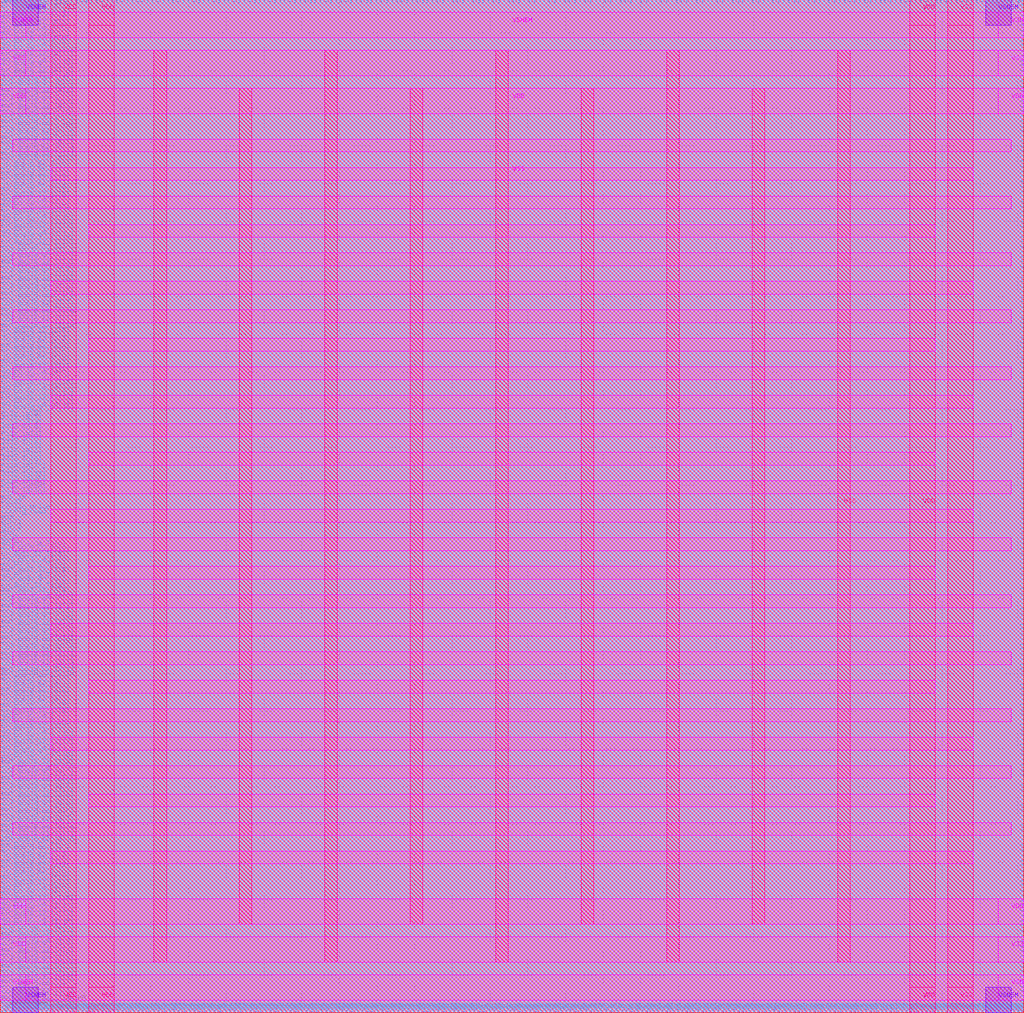
<source format=lef>
###############################################################
#  Generated by:      Cadence Innovus 20.13-s083_1
#  OS:                Linux x86_64(Host ID r6cad-tsmc40r.stanford.edu)
#  Generated on:      Thu May 20 18:09:28 2021
#  Design:            pe_tile_new_unq1
#  Command:           write_lef_abstract -specifyTopLayer 5 -PGPinLayers {6 7} -noCutObs -stripePin results/pe_tile_new_unq1.lef
###############################################################

VERSION 5.8 ;

BUSBITCHARS "[]" ;
DIVIDERCHAR "/" ;

MACRO pe_tile_new_unq1
  CLASS BLOCK ;
  SIZE 135.800000 BY 134.400000 ;
  FOREIGN pe_tile_new_unq1 0.000000 0.000000 ;
  ORIGIN 0 0 ;
  SYMMETRY X Y R90 ;
  PIN clk_in
    DIRECTION INPUT ;
    USE SIGNAL ;
    ANTENNAPARTIALMETALAREA 0.11095 LAYER M4  ;
    ANTENNAPARTIALMETALSIDEAREA 0.4634 LAYER M4  ;
    ANTENNAMODEL OXIDE1 ;
    ANTENNAGATEAREA 0.448 LAYER M4  ;
    ANTENNAMAXAREACAR 22.9954 LAYER M4  ;
    ANTENNAMAXSIDEAREACAR 90.6353 LAYER M4  ;
    ANTENNAMAXCUTCAR 0.175 LAYER VIA4  ;
    PORT
      LAYER M4 ;
        RECT 0.000000 67.725000 0.390000 67.795000 ;
    END
  END clk_in
  PIN config_addr[31]
    DIRECTION INPUT ;
    USE SIGNAL ;
    ANTENNAPARTIALMETALAREA 0.2436 LAYER M4  ;
    ANTENNAPARTIALMETALSIDEAREA 0.9268 LAYER M4  ;
    ANTENNAMODEL OXIDE1 ;
    ANTENNAGATEAREA 0.224 LAYER M4  ;
    ANTENNAMAXAREACAR 17.3297 LAYER M4  ;
    ANTENNAMAXSIDEAREACAR 67.9187 LAYER M4  ;
    ANTENNAMAXCUTCAR 2.60313 LAYER VIA4  ;
    PORT
      LAYER M4 ;
        RECT 135.410000 60.165000 135.800000 60.235000 ;
    END
  END config_addr[31]
  PIN config_addr[30]
    DIRECTION INPUT ;
    USE SIGNAL ;
    ANTENNAPARTIALMETALAREA 0.294 LAYER M4  ;
    ANTENNAPARTIALMETALSIDEAREA 1.162 LAYER M4  ;
    ANTENNAMODEL OXIDE1 ;
    ANTENNAGATEAREA 0.224 LAYER M4  ;
    ANTENNAMAXAREACAR 19.6875 LAYER M4  ;
    ANTENNAMAXSIDEAREACAR 75.1012 LAYER M4  ;
    ANTENNAMAXCUTCAR 1.45469 LAYER VIA4  ;
    PORT
      LAYER M4 ;
        RECT 135.410000 60.865000 135.800000 60.935000 ;
    END
  END config_addr[30]
  PIN config_addr[29]
    DIRECTION INPUT ;
    USE SIGNAL ;
    ANTENNAPARTIALMETALAREA 0.399 LAYER M4  ;
    ANTENNAPARTIALMETALSIDEAREA 1.5148 LAYER M4  ;
    ANTENNAMODEL OXIDE1 ;
    ANTENNAGATEAREA 0.224 LAYER M4  ;
    ANTENNAMAXAREACAR 23.2034 LAYER M4  ;
    ANTENNAMAXSIDEAREACAR 88.4675 LAYER M4  ;
    ANTENNAMAXCUTCAR 1.3475 LAYER VIA4  ;
    PORT
      LAYER M4 ;
        RECT 135.410000 61.565000 135.800000 61.635000 ;
    END
  END config_addr[29]
  PIN config_addr[28]
    DIRECTION INPUT ;
    USE SIGNAL ;
    ANTENNAPARTIALMETALAREA 0.196 LAYER M4  ;
    ANTENNAPARTIALMETALSIDEAREA 0.77 LAYER M4  ;
    ANTENNAMODEL OXIDE1 ;
    ANTENNAGATEAREA 0.144 LAYER M4  ;
    ANTENNAMAXAREACAR 26.7993 LAYER M4  ;
    ANTENNAMAXSIDEAREACAR 107.428 LAYER M4  ;
    ANTENNAPARTIALCUTAREA 0.0098 LAYER VIA4  ;
    ANTENNAMAXCUTCAR 1.225 LAYER VIA4  ;
    ANTENNAPARTIALMETALAREA 1.6555 LAYER M5  ;
    ANTENNAPARTIALMETALSIDEAREA 6.4792 LAYER M5  ;
    ANTENNAGATEAREA 0.388 LAYER M5  ;
    ANTENNAMAXAREACAR 44.819 LAYER M5  ;
    ANTENNAMAXSIDEAREACAR 177.771 LAYER M5  ;
    ANTENNAMAXCUTCAR 1.68438 LAYER VIA5  ;
    PORT
      LAYER M4 ;
        RECT 135.410000 62.265000 135.800000 62.335000 ;
    END
  END config_addr[28]
  PIN config_addr[27]
    DIRECTION INPUT ;
    USE SIGNAL ;
    ANTENNAPARTIALMETALAREA 1.0948 LAYER M4  ;
    ANTENNAPARTIALMETALSIDEAREA 4.4044 LAYER M4  ;
    ANTENNAMODEL OXIDE1 ;
    ANTENNAGATEAREA 0.192 LAYER M4  ;
    ANTENNAMAXAREACAR 38.884 LAYER M4  ;
    ANTENNAMAXSIDEAREACAR 155.424 LAYER M4  ;
    ANTENNAPARTIALCUTAREA 0.0098 LAYER VIA4  ;
    ANTENNAMAXCUTCAR 2.50104 LAYER VIA4  ;
    ANTENNAPARTIALMETALAREA 4.1601 LAYER M5  ;
    ANTENNAPARTIALMETALSIDEAREA 16.5984 LAYER M5  ;
    ANTENNAGATEAREA 0.372 LAYER M5  ;
    ANTENNAMAXAREACAR 50.0671 LAYER M5  ;
    ANTENNAMAXSIDEAREACAR 200.043 LAYER M5  ;
    ANTENNAMAXCUTCAR 2.50104 LAYER VIA5  ;
    PORT
      LAYER M4 ;
        RECT 135.410000 62.965000 135.800000 63.035000 ;
    END
  END config_addr[27]
  PIN config_addr[26]
    DIRECTION INPUT ;
    USE SIGNAL ;
    ANTENNAPARTIALMETALAREA 0.06895 LAYER M4  ;
    ANTENNAPARTIALMETALSIDEAREA 0.2954 LAYER M4  ;
    ANTENNAMODEL OXIDE1 ;
    ANTENNAGATEAREA 0.292 LAYER M4  ;
    ANTENNAMAXAREACAR 119.861 LAYER M4  ;
    ANTENNAMAXSIDEAREACAR 479.542 LAYER M4  ;
    ANTENNAPARTIALCUTAREA 0.0098 LAYER VIA4  ;
    ANTENNAMAXCUTCAR 1.93818 LAYER VIA4  ;
    ANTENNAPARTIALMETALAREA 2.2253 LAYER M5  ;
    ANTENNAPARTIALMETALSIDEAREA 8.8928 LAYER M5  ;
    ANTENNAGATEAREA 0.356 LAYER M5  ;
    ANTENNAMAXAREACAR 126.112 LAYER M5  ;
    ANTENNAMAXSIDEAREACAR 504.521 LAYER M5  ;
    ANTENNAMAXCUTCAR 1.93818 LAYER VIA5  ;
    PORT
      LAYER M4 ;
        RECT 135.410000 63.525000 135.800000 63.595000 ;
    END
  END config_addr[26]
  PIN config_addr[25]
    DIRECTION INPUT ;
    USE SIGNAL ;
    ANTENNAPARTIALMETALAREA 0.0315 LAYER M4  ;
    ANTENNAPARTIALMETALSIDEAREA 0.126 LAYER M4  ;
    ANTENNAPARTIALCUTAREA 0.0098 LAYER VIA4  ;
    ANTENNAPARTIALMETALAREA 4.04005 LAYER M5  ;
    ANTENNAPARTIALMETALSIDEAREA 15.9558 LAYER M5  ;
    ANTENNAMODEL OXIDE1 ;
    ANTENNAGATEAREA 0.382 LAYER M5  ;
    ANTENNAMAXAREACAR 40.4502 LAYER M5  ;
    ANTENNAMAXSIDEAREACAR 155.942 LAYER M5  ;
    ANTENNAMAXCUTCAR 2.91667 LAYER VIA5  ;
    PORT
      LAYER M4 ;
        RECT 135.410000 64.225000 135.800000 64.295000 ;
    END
  END config_addr[25]
  PIN config_addr[24]
    DIRECTION INPUT ;
    USE SIGNAL ;
    ANTENNAPARTIALMETALAREA 0.8099 LAYER M4  ;
    ANTENNAPARTIALMETALSIDEAREA 3.178 LAYER M4  ;
    ANTENNAMODEL OXIDE1 ;
    ANTENNAGATEAREA 0.224 LAYER M4  ;
    ANTENNAMAXAREACAR 39.1461 LAYER M4  ;
    ANTENNAMAXSIDEAREACAR 155.391 LAYER M4  ;
    ANTENNAPARTIALCUTAREA 0.0196 LAYER VIA4  ;
    ANTENNAMAXCUTCAR 1.925 LAYER VIA4  ;
    ANTENNAPARTIALMETALAREA 2.96695 LAYER M5  ;
    ANTENNAPARTIALMETALSIDEAREA 11.7446 LAYER M5  ;
    ANTENNAGATEAREA 0.596 LAYER M5  ;
    ANTENNAMAXAREACAR 44.1242 LAYER M5  ;
    ANTENNAMAXSIDEAREACAR 175.096 LAYER M5  ;
    ANTENNAMAXCUTCAR 1.925 LAYER VIA5  ;
    PORT
      LAYER M4 ;
        RECT 135.410000 64.925000 135.800000 64.995000 ;
    END
  END config_addr[24]
  PIN config_addr[23]
    DIRECTION INPUT ;
    USE SIGNAL ;
    ANTENNAPARTIALMETALAREA 0.09835 LAYER M4  ;
    ANTENNAPARTIALMETALSIDEAREA 0.413 LAYER M4  ;
    ANTENNAMODEL OXIDE1 ;
    ANTENNAGATEAREA 0.016 LAYER M4  ;
    ANTENNAMAXAREACAR 31.0625 LAYER M4  ;
    ANTENNAMAXSIDEAREACAR 124.228 LAYER M4  ;
    ANTENNAMAXCUTCAR 1.53125 LAYER VIA4  ;
    PORT
      LAYER M4 ;
        RECT 135.410000 65.625000 135.800000 65.695000 ;
    END
  END config_addr[23]
  PIN config_addr[22]
    DIRECTION INPUT ;
    USE SIGNAL ;
    ANTENNAPARTIALMETALAREA 0.0217 LAYER M4  ;
    ANTENNAPARTIALMETALSIDEAREA 0.0868 LAYER M4  ;
    ANTENNAMODEL OXIDE1 ;
    ANTENNAGATEAREA 0.016 LAYER M4  ;
    ANTENNAMAXAREACAR 88.55 LAYER M4  ;
    ANTENNAMAXSIDEAREACAR 351.987 LAYER M4  ;
    ANTENNAMAXCUTCAR 1.8375 LAYER VIA4  ;
    PORT
      LAYER M4 ;
        RECT 135.410000 66.185000 135.800000 66.255000 ;
    END
  END config_addr[22]
  PIN config_addr[21]
    DIRECTION INPUT ;
    USE SIGNAL ;
    ANTENNAPARTIALMETALAREA 0.0217 LAYER M4  ;
    ANTENNAPARTIALMETALSIDEAREA 0.0868 LAYER M4  ;
    ANTENNAMODEL OXIDE1 ;
    ANTENNAGATEAREA 0.016 LAYER M4  ;
    ANTENNAMAXAREACAR 85.6625 LAYER M4  ;
    ANTENNAMAXSIDEAREACAR 338.994 LAYER M4  ;
    ANTENNAMAXCUTCAR 1.8375 LAYER VIA4  ;
    PORT
      LAYER M4 ;
        RECT 135.410000 66.885000 135.800000 66.955000 ;
    END
  END config_addr[21]
  PIN config_addr[20]
    DIRECTION INPUT ;
    USE SIGNAL ;
    ANTENNAPARTIALMETALAREA 0.0497 LAYER M4  ;
    ANTENNAPARTIALMETALSIDEAREA 0.1652 LAYER M4  ;
    ANTENNAPARTIALCUTAREA 0.0098 LAYER VIA4  ;
    ANTENNAPARTIALMETALAREA 0.9779 LAYER M5  ;
    ANTENNAPARTIALMETALSIDEAREA 3.8976 LAYER M5  ;
    ANTENNAMODEL OXIDE1 ;
    ANTENNAGATEAREA 0.016 LAYER M5  ;
    ANTENNAMAXAREACAR 88.2438 LAYER M5  ;
    ANTENNAMAXSIDEAREACAR 349.8 LAYER M5  ;
    ANTENNAMAXCUTCAR 2.45 LAYER VIA5  ;
    PORT
      LAYER M4 ;
        RECT 135.410000 67.585000 135.800000 67.655000 ;
    END
  END config_addr[20]
  PIN config_addr[19]
    DIRECTION INPUT ;
    USE SIGNAL ;
    ANTENNAPARTIALMETALAREA 0.0217 LAYER M4  ;
    ANTENNAPARTIALMETALSIDEAREA 0.0868 LAYER M4  ;
    ANTENNAMODEL OXIDE1 ;
    ANTENNAGATEAREA 0.058 LAYER M4  ;
    ANTENNAMAXAREACAR 33.5404 LAYER M4  ;
    ANTENNAMAXSIDEAREACAR 132.875 LAYER M4  ;
    ANTENNAMAXCUTCAR 1.39397 LAYER VIA4  ;
    PORT
      LAYER M4 ;
        RECT 135.410000 68.285000 135.800000 68.355000 ;
    END
  END config_addr[19]
  PIN config_addr[18]
    DIRECTION INPUT ;
    USE SIGNAL ;
    ANTENNAPARTIALMETALAREA 0.1491 LAYER M4  ;
    ANTENNAPARTIALMETALSIDEAREA 0.5964 LAYER M4  ;
    ANTENNAMODEL OXIDE1 ;
    ANTENNAGATEAREA 0.138 LAYER M4  ;
    ANTENNAMAXAREACAR 29.154 LAYER M4  ;
    ANTENNAMAXSIDEAREACAR 117.208 LAYER M4  ;
    ANTENNAMAXCUTCAR 1.90851 LAYER VIA4  ;
    PORT
      LAYER M4 ;
        RECT 135.410000 68.845000 135.800000 68.915000 ;
    END
  END config_addr[18]
  PIN config_addr[17]
    DIRECTION INPUT ;
    USE SIGNAL ;
    ANTENNAPARTIALMETALAREA 0.0497 LAYER M4  ;
    ANTENNAPARTIALMETALSIDEAREA 0.1652 LAYER M4  ;
    ANTENNAPARTIALCUTAREA 0.0098 LAYER VIA4  ;
    ANTENNAPARTIALMETALAREA 0.0959 LAYER M5  ;
    ANTENNAPARTIALMETALSIDEAREA 0.3696 LAYER M5  ;
    ANTENNAMODEL OXIDE1 ;
    ANTENNAGATEAREA 0.074 LAYER M5  ;
    ANTENNAMAXAREACAR 45.412 LAYER M5  ;
    ANTENNAMAXSIDEAREACAR 177.966 LAYER M5  ;
    ANTENNAMAXCUTCAR 1.8241 LAYER VIA5  ;
    PORT
      LAYER M4 ;
        RECT 135.410000 69.545000 135.800000 69.615000 ;
    END
  END config_addr[17]
  PIN config_addr[16]
    DIRECTION INPUT ;
    USE SIGNAL ;
    ANTENNAPARTIALMETALAREA 0.0315 LAYER M4  ;
    ANTENNAPARTIALMETALSIDEAREA 0.126 LAYER M4  ;
    ANTENNAMODEL OXIDE1 ;
    ANTENNAGATEAREA 0.112 LAYER M4  ;
    ANTENNAMAXAREACAR 24.9344 LAYER M4  ;
    ANTENNAMAXSIDEAREACAR 97.9656 LAYER M4  ;
    ANTENNAMAXCUTCAR 1.61875 LAYER VIA4  ;
    PORT
      LAYER M4 ;
        RECT 135.410000 70.245000 135.800000 70.315000 ;
    END
  END config_addr[16]
  PIN config_addr[15]
    DIRECTION INPUT ;
    USE SIGNAL ;
    ANTENNAPARTIALMETALAREA 0.0497 LAYER M4  ;
    ANTENNAPARTIALMETALSIDEAREA 0.1652 LAYER M4  ;
    ANTENNAPARTIALCUTAREA 0.0098 LAYER VIA4  ;
    ANTENNAPARTIALMETALAREA 0.1645 LAYER M5  ;
    ANTENNAPARTIALMETALSIDEAREA 0.644 LAYER M5  ;
    ANTENNAMODEL OXIDE1 ;
    ANTENNAGATEAREA 0.016 LAYER M5  ;
    ANTENNAMAXAREACAR 98.6125 LAYER M5  ;
    ANTENNAMAXSIDEAREACAR 388.453 LAYER M5  ;
    ANTENNAMAXCUTCAR 2.45 LAYER VIA5  ;
    PORT
      LAYER M4 ;
        RECT 135.410000 70.945000 135.800000 71.015000 ;
    END
  END config_addr[15]
  PIN config_addr[14]
    DIRECTION INPUT ;
    USE SIGNAL ;
    ANTENNAPARTIALMETALAREA 0.0805 LAYER M4  ;
    ANTENNAPARTIALMETALSIDEAREA 0.322 LAYER M4  ;
    ANTENNAMODEL OXIDE1 ;
    ANTENNAGATEAREA 0.016 LAYER M4  ;
    ANTENNAMAXAREACAR 98.9187 LAYER M4  ;
    ANTENNAMAXSIDEAREACAR 389.328 LAYER M4  ;
    ANTENNAMAXCUTCAR 1.8375 LAYER VIA4  ;
    PORT
      LAYER M4 ;
        RECT 135.410000 71.505000 135.800000 71.575000 ;
    END
  END config_addr[14]
  PIN config_addr[13]
    DIRECTION INPUT ;
    USE SIGNAL ;
    ANTENNAPARTIALMETALAREA 0.0497 LAYER M4  ;
    ANTENNAPARTIALMETALSIDEAREA 0.1652 LAYER M4  ;
    ANTENNAMODEL OXIDE1 ;
    ANTENNAGATEAREA 0.016 LAYER M4  ;
    ANTENNAMAXAREACAR 92.4875 LAYER M4  ;
    ANTENNAMAXSIDEAREACAR 360.628 LAYER M4  ;
    ANTENNAMAXCUTCAR 1.8375 LAYER VIA4  ;
    PORT
      LAYER M4 ;
        RECT 135.410000 72.205000 135.800000 72.275000 ;
    END
  END config_addr[13]
  PIN config_addr[12]
    DIRECTION INPUT ;
    USE SIGNAL ;
    ANTENNAPARTIALMETALAREA 0.09975 LAYER M4  ;
    ANTENNAPARTIALMETALSIDEAREA 0.399 LAYER M4  ;
    ANTENNAMODEL OXIDE1 ;
    ANTENNAGATEAREA 0.032 LAYER M4  ;
    ANTENNAMAXAREACAR 61.8516 LAYER M4  ;
    ANTENNAMAXSIDEAREACAR 244.144 LAYER M4  ;
    ANTENNAMAXCUTCAR 1.53125 LAYER VIA4  ;
    PORT
      LAYER M4 ;
        RECT 135.410000 72.905000 135.800000 72.975000 ;
    END
  END config_addr[12]
  PIN config_addr[11]
    DIRECTION INPUT ;
    USE SIGNAL ;
    ANTENNAPARTIALMETALAREA 0.0315 LAYER M4  ;
    ANTENNAPARTIALMETALSIDEAREA 0.126 LAYER M4  ;
    ANTENNAMODEL OXIDE1 ;
    ANTENNAGATEAREA 0.016 LAYER M4  ;
    ANTENNAMAXAREACAR 100.756 LAYER M4  ;
    ANTENNAMAXSIDEAREACAR 396.678 LAYER M4  ;
    ANTENNAMAXCUTCAR 1.8375 LAYER VIA4  ;
    PORT
      LAYER M4 ;
        RECT 135.410000 73.605000 135.800000 73.675000 ;
    END
  END config_addr[11]
  PIN config_addr[10]
    DIRECTION INPUT ;
    USE SIGNAL ;
    ANTENNAPARTIALMETALAREA 0.24675 LAYER M4  ;
    ANTENNAPARTIALMETALSIDEAREA 0.987 LAYER M4  ;
    ANTENNAMODEL OXIDE1 ;
    ANTENNAGATEAREA 0.032 LAYER M4  ;
    ANTENNAMAXAREACAR 49.15 LAYER M4  ;
    ANTENNAMAXSIDEAREACAR 195.483 LAYER M4  ;
    ANTENNAMAXCUTCAR 0.91875 LAYER VIA4  ;
    PORT
      LAYER M4 ;
        RECT 135.410000 74.305000 135.800000 74.375000 ;
    END
  END config_addr[10]
  PIN config_addr[9]
    DIRECTION INPUT ;
    USE SIGNAL ;
    ANTENNAPARTIALMETALAREA 0.0217 LAYER M4  ;
    ANTENNAPARTIALMETALSIDEAREA 0.0868 LAYER M4  ;
    ANTENNAMODEL OXIDE1 ;
    ANTENNAGATEAREA 0.032 LAYER M4  ;
    ANTENNAMAXAREACAR 43.3422 LAYER M4  ;
    ANTENNAMAXSIDEAREACAR 172.252 LAYER M4  ;
    ANTENNAMAXCUTCAR 0.91875 LAYER VIA4  ;
    PORT
      LAYER M4 ;
        RECT 135.410000 74.865000 135.800000 74.935000 ;
    END
  END config_addr[9]
  PIN config_addr[8]
    DIRECTION INPUT ;
    USE SIGNAL ;
    ANTENNAPARTIALMETALAREA 0.0315 LAYER M4  ;
    ANTENNAPARTIALMETALSIDEAREA 0.126 LAYER M4  ;
    ANTENNAMODEL OXIDE1 ;
    ANTENNAGATEAREA 0.032 LAYER M4  ;
    ANTENNAMAXAREACAR 67.0531 LAYER M4  ;
    ANTENNAMAXSIDEAREACAR 263 LAYER M4  ;
    ANTENNAMAXCUTCAR 1.53125 LAYER VIA4  ;
    PORT
      LAYER M4 ;
        RECT 135.410000 75.565000 135.800000 75.635000 ;
    END
  END config_addr[8]
  PIN config_addr[7]
    DIRECTION INPUT ;
    USE SIGNAL ;
    ANTENNAPARTIALMETALAREA 0.0315 LAYER M4  ;
    ANTENNAPARTIALMETALSIDEAREA 0.126 LAYER M4  ;
    ANTENNAMODEL OXIDE1 ;
    ANTENNAGATEAREA 0.016 LAYER M4  ;
    ANTENNAMAXAREACAR 104.431 LAYER M4  ;
    ANTENNAMAXSIDEAREACAR 411.378 LAYER M4  ;
    ANTENNAMAXCUTCAR 1.8375 LAYER VIA4  ;
    PORT
      LAYER M4 ;
        RECT 135.410000 76.265000 135.800000 76.335000 ;
    END
  END config_addr[7]
  PIN config_addr[6]
    DIRECTION INPUT ;
    USE SIGNAL ;
    ANTENNAPARTIALMETALAREA 0.1491 LAYER M4  ;
    ANTENNAPARTIALMETALSIDEAREA 0.5964 LAYER M4  ;
    ANTENNAMODEL OXIDE1 ;
    ANTENNAGATEAREA 0.016 LAYER M4  ;
    ANTENNAMAXAREACAR 101.281 LAYER M4  ;
    ANTENNAMAXSIDEAREACAR 398.778 LAYER M4  ;
    ANTENNAMAXCUTCAR 1.8375 LAYER VIA4  ;
    PORT
      LAYER M4 ;
        RECT 135.410000 76.965000 135.800000 77.035000 ;
    END
  END config_addr[6]
  PIN config_addr[5]
    DIRECTION INPUT ;
    USE SIGNAL ;
    ANTENNAPARTIALMETALAREA 0.0217 LAYER M4  ;
    ANTENNAPARTIALMETALSIDEAREA 0.0868 LAYER M4  ;
    ANTENNAMODEL OXIDE1 ;
    ANTENNAGATEAREA 0.016 LAYER M4  ;
    ANTENNAMAXAREACAR 87.8938 LAYER M4  ;
    ANTENNAMAXSIDEAREACAR 345.228 LAYER M4  ;
    ANTENNAMAXCUTCAR 1.8375 LAYER VIA4  ;
    PORT
      LAYER M4 ;
        RECT 135.410000 77.525000 135.800000 77.595000 ;
    END
  END config_addr[5]
  PIN config_addr[4]
    DIRECTION INPUT ;
    USE SIGNAL ;
    ANTENNAPARTIALMETALAREA 0.0497 LAYER M4  ;
    ANTENNAPARTIALMETALSIDEAREA 0.1652 LAYER M4  ;
    ANTENNAPARTIALCUTAREA 0.0098 LAYER VIA4  ;
    ANTENNAPARTIALMETALAREA 0.3899 LAYER M5  ;
    ANTENNAPARTIALMETALSIDEAREA 1.5456 LAYER M5  ;
    ANTENNAMODEL OXIDE1 ;
    ANTENNAGATEAREA 0.016 LAYER M5  ;
    ANTENNAMAXAREACAR 105.963 LAYER M5  ;
    ANTENNAMAXSIDEAREACAR 417.853 LAYER M5  ;
    ANTENNAMAXCUTCAR 2.45 LAYER VIA5  ;
    PORT
      LAYER M4 ;
        RECT 135.410000 78.225000 135.800000 78.295000 ;
    END
  END config_addr[4]
  PIN config_addr[3]
    DIRECTION INPUT ;
    USE SIGNAL ;
    ANTENNAPARTIALMETALAREA 0.0315 LAYER M4  ;
    ANTENNAPARTIALMETALSIDEAREA 0.126 LAYER M4  ;
    ANTENNAMODEL OXIDE1 ;
    ANTENNAGATEAREA 0.016 LAYER M4  ;
    ANTENNAMAXAREACAR 103.819 LAYER M4  ;
    ANTENNAMAXSIDEAREACAR 408.928 LAYER M4  ;
    ANTENNAMAXCUTCAR 1.8375 LAYER VIA4  ;
    PORT
      LAYER M4 ;
        RECT 135.410000 78.925000 135.800000 78.995000 ;
    END
  END config_addr[3]
  PIN config_addr[2]
    DIRECTION INPUT ;
    USE SIGNAL ;
    ANTENNAPARTIALMETALAREA 0.2471 LAYER M4  ;
    ANTENNAPARTIALMETALSIDEAREA 0.9884 LAYER M4  ;
    ANTENNAMODEL OXIDE1 ;
    ANTENNAGATEAREA 0.016 LAYER M4  ;
    ANTENNAMAXAREACAR 104.344 LAYER M4  ;
    ANTENNAMAXSIDEAREACAR 411.028 LAYER M4  ;
    ANTENNAMAXCUTCAR 1.8375 LAYER VIA4  ;
    PORT
      LAYER M4 ;
        RECT 135.410000 79.625000 135.800000 79.695000 ;
    END
  END config_addr[2]
  PIN config_addr[1]
    DIRECTION INPUT ;
    USE SIGNAL ;
    ANTENNAPARTIALMETALAREA 0.0399 LAYER M4  ;
    ANTENNAPARTIALMETALSIDEAREA 0.126 LAYER M4  ;
    ANTENNAMODEL OXIDE1 ;
    ANTENNAGATEAREA 0.016 LAYER M4  ;
    ANTENNAMAXAREACAR 93.8 LAYER M4  ;
    ANTENNAMAXSIDEAREACAR 365.878 LAYER M4  ;
    ANTENNAMAXCUTCAR 1.8375 LAYER VIA4  ;
    PORT
      LAYER M4 ;
        RECT 135.410000 80.185000 135.800000 80.255000 ;
    END
  END config_addr[1]
  PIN config_addr[0]
    DIRECTION INPUT ;
    USE SIGNAL ;
    ANTENNAPARTIALMETALAREA 0.0217 LAYER M4  ;
    ANTENNAPARTIALMETALSIDEAREA 0.0868 LAYER M4  ;
    ANTENNAMODEL OXIDE1 ;
    ANTENNAGATEAREA 0.016 LAYER M4  ;
    ANTENNAMAXAREACAR 98.0875 LAYER M4  ;
    ANTENNAMAXSIDEAREACAR 383.028 LAYER M4  ;
    ANTENNAMAXCUTCAR 1.8375 LAYER VIA4  ;
    PORT
      LAYER M4 ;
        RECT 135.410000 80.885000 135.800000 80.955000 ;
    END
  END config_addr[0]
  PIN config_data[31]
    DIRECTION INPUT ;
    USE SIGNAL ;
    ANTENNAPARTIALMETALAREA 1.45495 LAYER M4  ;
    ANTENNAPARTIALMETALSIDEAREA 5.8058 LAYER M4  ;
    ANTENNAMODEL OXIDE1 ;
    ANTENNAGATEAREA 0.0648 LAYER M4  ;
    ANTENNAMAXAREACAR 53.5377 LAYER M4  ;
    ANTENNAMAXSIDEAREACAR 211.397 LAYER M4  ;
    ANTENNAPARTIALCUTAREA 0.0098 LAYER VIA4  ;
    ANTENNAMAXCUTCAR 2.2912 LAYER VIA4  ;
    ANTENNAPARTIALMETALAREA 5.2717 LAYER M5  ;
    ANTENNAPARTIALMETALSIDEAREA 20.8544 LAYER M5  ;
    ANTENNAGATEAREA 0.3004 LAYER M5  ;
    ANTENNAMAXAREACAR 83.1336 LAYER M5  ;
    ANTENNAMAXSIDEAREACAR 329.078 LAYER M5  ;
    ANTENNAMAXCUTCAR 2.32265 LAYER VIA5  ;
    PORT
      LAYER M4 ;
        RECT 74.935000 134.010000 75.005000 134.400000 ;
    END
  END config_data[31]
  PIN config_data[30]
    DIRECTION INPUT ;
    USE SIGNAL ;
    ANTENNAPARTIALMETALAREA 1.67755 LAYER M4  ;
    ANTENNAPARTIALMETALSIDEAREA 6.6626 LAYER M4  ;
    ANTENNAMODEL OXIDE1 ;
    ANTENNAGATEAREA 0.0648 LAYER M4  ;
    ANTENNAMAXAREACAR 52.2164 LAYER M4  ;
    ANTENNAMAXSIDEAREACAR 207.221 LAYER M4  ;
    ANTENNAPARTIALCUTAREA 0.0098 LAYER VIA4  ;
    ANTENNAMAXCUTCAR 2.2912 LAYER VIA4  ;
    ANTENNAPARTIALMETALAREA 3.92945 LAYER M5  ;
    ANTENNAPARTIALMETALSIDEAREA 15.6086 LAYER M5  ;
    ANTENNAGATEAREA 0.3004 LAYER M5  ;
    ANTENNAMAXAREACAR 92.6982 LAYER M5  ;
    ANTENNAMAXSIDEAREACAR 366.129 LAYER M5  ;
    ANTENNAMAXCUTCAR 2.2912 LAYER VIA5  ;
    PORT
      LAYER M4 ;
        RECT 74.235000 134.010000 74.305000 134.400000 ;
    END
  END config_data[30]
  PIN config_data[29]
    DIRECTION INPUT ;
    USE SIGNAL ;
    ANTENNAPARTIALMETALAREA 0.2219 LAYER M4  ;
    ANTENNAPARTIALMETALSIDEAREA 0.84 LAYER M4  ;
    ANTENNAPARTIALCUTAREA 0.0098 LAYER VIA4  ;
    ANTENNAPARTIALMETALAREA 3.20705 LAYER M5  ;
    ANTENNAPARTIALMETALSIDEAREA 12.7862 LAYER M5  ;
    ANTENNAMODEL OXIDE1 ;
    ANTENNAGATEAREA 0.3004 LAYER M5  ;
    ANTENNAMAXAREACAR 90.1671 LAYER M5  ;
    ANTENNAMAXSIDEAREACAR 357.275 LAYER M5  ;
    ANTENNAMAXCUTCAR 3.17237 LAYER VIA5  ;
    PORT
      LAYER M4 ;
        RECT 73.535000 134.010000 73.605000 134.400000 ;
    END
  END config_data[29]
  PIN config_data[28]
    DIRECTION INPUT ;
    USE SIGNAL ;
    ANTENNAPARTIALMETALAREA 4.6564 LAYER M4  ;
    ANTENNAPARTIALMETALSIDEAREA 18.5976 LAYER M4  ;
    ANTENNAMODEL OXIDE1 ;
    ANTENNAGATEAREA 0.3004 LAYER M4  ;
    ANTENNAMAXAREACAR 80.9524 LAYER M4  ;
    ANTENNAMAXSIDEAREACAR 319.077 LAYER M4  ;
    ANTENNAMAXCUTCAR 1.9303 LAYER VIA4  ;
    PORT
      LAYER M4 ;
        RECT 72.835000 134.010000 72.905000 134.400000 ;
    END
  END config_data[28]
  PIN config_data[27]
    DIRECTION INPUT ;
    USE SIGNAL ;
    ANTENNAPARTIALMETALAREA 2.34745 LAYER M4  ;
    ANTENNAPARTIALMETALSIDEAREA 9.429 LAYER M4  ;
    ANTENNAMODEL OXIDE1 ;
    ANTENNAGATEAREA 0.0648 LAYER M4  ;
    ANTENNAMAXAREACAR 57.7375 LAYER M4  ;
    ANTENNAMAXSIDEAREACAR 229.608 LAYER M4  ;
    ANTENNAPARTIALCUTAREA 0.0098 LAYER VIA4  ;
    ANTENNAMAXCUTCAR 1.6787 LAYER VIA4  ;
    ANTENNAPARTIALMETALAREA 1.00765 LAYER M5  ;
    ANTENNAPARTIALMETALSIDEAREA 3.8878 LAYER M5  ;
    ANTENNAGATEAREA 0.3004 LAYER M5  ;
    ANTENNAMAXAREACAR 65.2231 LAYER M5  ;
    ANTENNAMAXSIDEAREACAR 256.897 LAYER M5  ;
    ANTENNAMAXCUTCAR 2.08852 LAYER VIA5  ;
    PORT
      LAYER M4 ;
        RECT 72.135000 134.010000 72.205000 134.400000 ;
    END
  END config_data[27]
  PIN config_data[26]
    DIRECTION INPUT ;
    USE SIGNAL ;
    ANTENNAPARTIALMETALAREA 2.3548 LAYER M4  ;
    ANTENNAPARTIALMETALSIDEAREA 9.4248 LAYER M4  ;
    ANTENNAMODEL OXIDE1 ;
    ANTENNAGATEAREA 0.1784 LAYER M4  ;
    ANTENNAMAXAREACAR 138.916 LAYER M4  ;
    ANTENNAMAXSIDEAREACAR 553.901 LAYER M4  ;
    ANTENNAPARTIALCUTAREA 0.0196 LAYER VIA4  ;
    ANTENNAMAXCUTCAR 2.17422 LAYER VIA4  ;
    ANTENNAPARTIALMETALAREA 1.13015 LAYER M5  ;
    ANTENNAPARTIALMETALSIDEAREA 4.459 LAYER M5  ;
    ANTENNAGATEAREA 0.3004 LAYER M5  ;
    ANTENNAMAXAREACAR 142.679 LAYER M5  ;
    ANTENNAMAXSIDEAREACAR 568.745 LAYER M5  ;
    ANTENNAMAXCUTCAR 2.17422 LAYER VIA5  ;
    PORT
      LAYER M4 ;
        RECT 71.575000 134.010000 71.645000 134.400000 ;
    END
  END config_data[26]
  PIN config_data[25]
    DIRECTION INPUT ;
    USE SIGNAL ;
    ANTENNAPARTIALMETALAREA 1.638 LAYER M4  ;
    ANTENNAPARTIALMETALSIDEAREA 6.524 LAYER M4  ;
    ANTENNAMODEL OXIDE1 ;
    ANTENNAGATEAREA 0.1296 LAYER M4  ;
    ANTENNAMAXAREACAR 48.901 LAYER M4  ;
    ANTENNAMAXSIDEAREACAR 190.993 LAYER M4  ;
    ANTENNAPARTIALCUTAREA 0.0098 LAYER VIA4  ;
    ANTENNAMAXCUTCAR 1.91312 LAYER VIA4  ;
    ANTENNAPARTIALMETALAREA 2.76465 LAYER M5  ;
    ANTENNAPARTIALMETALSIDEAREA 11.0698 LAYER M5  ;
    ANTENNAGATEAREA 0.3004 LAYER M5  ;
    ANTENNAMAXAREACAR 95.8754 LAYER M5  ;
    ANTENNAMAXSIDEAREACAR 380.162 LAYER M5  ;
    ANTENNAMAXCUTCAR 2.40984 LAYER VIA5  ;
    PORT
      LAYER M4 ;
        RECT 70.875000 134.010000 70.945000 134.400000 ;
    END
  END config_data[25]
  PIN config_data[24]
    DIRECTION INPUT ;
    USE SIGNAL ;
    ANTENNAPARTIALMETALAREA 2.1168 LAYER M4  ;
    ANTENNAPARTIALMETALSIDEAREA 8.4532 LAYER M4  ;
    ANTENNAMODEL OXIDE1 ;
    ANTENNAGATEAREA 0.154 LAYER M4  ;
    ANTENNAMAXAREACAR 63.3452 LAYER M4  ;
    ANTENNAMAXSIDEAREACAR 251.12 LAYER M4  ;
    ANTENNAPARTIALCUTAREA 0.0098 LAYER VIA4  ;
    ANTENNAMAXCUTCAR 1.82143 LAYER VIA4  ;
    ANTENNAPARTIALMETALAREA 3.66275 LAYER M5  ;
    ANTENNAPARTIALMETALSIDEAREA 14.5278 LAYER M5  ;
    ANTENNAGATEAREA 0.3004 LAYER M5  ;
    ANTENNAMAXAREACAR 75.5381 LAYER M5  ;
    ANTENNAMAXSIDEAREACAR 299.481 LAYER M5  ;
    ANTENNAMAXCUTCAR 2.0082 LAYER VIA5  ;
    PORT
      LAYER M4 ;
        RECT 70.175000 134.010000 70.245000 134.400000 ;
    END
  END config_data[24]
  PIN config_data[23]
    DIRECTION INPUT ;
    USE SIGNAL ;
    ANTENNAPARTIALMETALAREA 3.32185 LAYER M4  ;
    ANTENNAPARTIALMETALSIDEAREA 13.279 LAYER M4  ;
    ANTENNAMODEL OXIDE1 ;
    ANTENNAGATEAREA 0.1784 LAYER M4  ;
    ANTENNAMAXAREACAR 121.183 LAYER M4  ;
    ANTENNAMAXSIDEAREACAR 483.692 LAYER M4  ;
    ANTENNAPARTIALCUTAREA 0.0098 LAYER VIA4  ;
    ANTENNAMAXCUTCAR 2.13501 LAYER VIA4  ;
    ANTENNAPARTIALMETALAREA 4.4499 LAYER M5  ;
    ANTENNAPARTIALMETALSIDEAREA 17.6904 LAYER M5  ;
    ANTENNAGATEAREA 0.3004 LAYER M5  ;
    ANTENNAMAXAREACAR 135.996 LAYER M5  ;
    ANTENNAMAXSIDEAREACAR 542.581 LAYER M5  ;
    ANTENNAMAXCUTCAR 2.13501 LAYER VIA5  ;
    PORT
      LAYER M4 ;
        RECT 69.475000 134.010000 69.545000 134.400000 ;
    END
  END config_data[23]
  PIN config_data[22]
    DIRECTION INPUT ;
    USE SIGNAL ;
    ANTENNAPARTIALMETALAREA 3.3614 LAYER M4  ;
    ANTENNAPARTIALMETALSIDEAREA 13.5044 LAYER M4  ;
    ANTENNAMODEL OXIDE1 ;
    ANTENNAGATEAREA 0.154 LAYER M4  ;
    ANTENNAMAXAREACAR 202.943 LAYER M4  ;
    ANTENNAMAXSIDEAREACAR 808.563 LAYER M4  ;
    ANTENNAPARTIALCUTAREA 0.0098 LAYER VIA4  ;
    ANTENNAMAXCUTCAR 2.62886 LAYER VIA4  ;
    ANTENNAPARTIALMETALAREA 4.2588 LAYER M5  ;
    ANTENNAPARTIALMETALSIDEAREA 16.8448 LAYER M5  ;
    ANTENNAGATEAREA 0.3004 LAYER M5  ;
    ANTENNAMAXAREACAR 217.12 LAYER M5  ;
    ANTENNAMAXSIDEAREACAR 864.638 LAYER M5  ;
    ANTENNAMAXCUTCAR 2.62886 LAYER VIA5  ;
    PORT
      LAYER M4 ;
        RECT 68.775000 134.010000 68.845000 134.400000 ;
    END
  END config_data[22]
  PIN config_data[21]
    DIRECTION INPUT ;
    USE SIGNAL ;
    ANTENNAPARTIALMETALAREA 1.6464 LAYER M4  ;
    ANTENNAPARTIALMETALSIDEAREA 6.6108 LAYER M4  ;
    ANTENNAMODEL OXIDE1 ;
    ANTENNAGATEAREA 0.1784 LAYER M4  ;
    ANTENNAMAXAREACAR 202.81 LAYER M4  ;
    ANTENNAMAXSIDEAREACAR 806.206 LAYER M4  ;
    ANTENNAPARTIALCUTAREA 0.0098 LAYER VIA4  ;
    ANTENNAMAXCUTCAR 2.81118 LAYER VIA4  ;
    ANTENNAPARTIALMETALAREA 5.2507 LAYER M5  ;
    ANTENNAPARTIALMETALSIDEAREA 20.8992 LAYER M5  ;
    ANTENNAGATEAREA 0.3004 LAYER M5  ;
    ANTENNAMAXAREACAR 220.289 LAYER M5  ;
    ANTENNAMAXSIDEAREACAR 875.777 LAYER M5  ;
    ANTENNAMAXCUTCAR 2.81118 LAYER VIA5  ;
    PORT
      LAYER M4 ;
        RECT 68.075000 134.010000 68.145000 134.400000 ;
    END
  END config_data[21]
  PIN config_data[20]
    DIRECTION INPUT ;
    USE SIGNAL ;
    ANTENNAPARTIALMETALAREA 2.1322 LAYER M4  ;
    ANTENNAPARTIALMETALSIDEAREA 8.5008 LAYER M4  ;
    ANTENNAMODEL OXIDE1 ;
    ANTENNAGATEAREA 0.154 LAYER M4  ;
    ANTENNAMAXAREACAR 213.536 LAYER M4  ;
    ANTENNAMAXSIDEAREACAR 852.803 LAYER M4  ;
    ANTENNAPARTIALCUTAREA 0.0196 LAYER VIA4  ;
    ANTENNAMAXCUTCAR 2.48605 LAYER VIA4  ;
    ANTENNAPARTIALMETALAREA 4.6438 LAYER M5  ;
    ANTENNAPARTIALMETALSIDEAREA 18.452 LAYER M5  ;
    ANTENNAGATEAREA 0.3004 LAYER M5  ;
    ANTENNAMAXAREACAR 228.995 LAYER M5  ;
    ANTENNAMAXSIDEAREACAR 914.228 LAYER M5  ;
    ANTENNAMAXCUTCAR 2.48605 LAYER VIA5  ;
    PORT
      LAYER M4 ;
        RECT 67.515000 134.010000 67.585000 134.400000 ;
    END
  END config_data[20]
  PIN config_data[19]
    DIRECTION INPUT ;
    USE SIGNAL ;
    ANTENNAPARTIALMETALAREA 2.6488 LAYER M4  ;
    ANTENNAPARTIALMETALSIDEAREA 10.6008 LAYER M4  ;
    ANTENNAMODEL OXIDE1 ;
    ANTENNAGATEAREA 0.0892 LAYER M4  ;
    ANTENNAMAXAREACAR 125.168 LAYER M4  ;
    ANTENNAMAXSIDEAREACAR 499.245 LAYER M4  ;
    ANTENNAPARTIALCUTAREA 0.0196 LAYER VIA4  ;
    ANTENNAMAXCUTCAR 1.82629 LAYER VIA4  ;
    ANTENNAPARTIALMETALAREA 3.97845 LAYER M5  ;
    ANTENNAPARTIALMETALSIDEAREA 15.8046 LAYER M5  ;
    ANTENNAGATEAREA 0.3004 LAYER M5  ;
    ANTENNAMAXAREACAR 138.412 LAYER M5  ;
    ANTENNAMAXSIDEAREACAR 551.857 LAYER M5  ;
    ANTENNAMAXCUTCAR 2.13997 LAYER VIA5  ;
    PORT
      LAYER M4 ;
        RECT 66.815000 134.010000 66.885000 134.400000 ;
    END
  END config_data[19]
  PIN config_data[18]
    DIRECTION INPUT ;
    USE SIGNAL ;
    ANTENNAPARTIALCUTAREA 0.0098 LAYER VIA4  ;
    ANTENNAPARTIALMETALAREA 4.7635 LAYER M5  ;
    ANTENNAPARTIALMETALSIDEAREA 18.9448 LAYER M5  ;
    ANTENNAMODEL OXIDE1 ;
    ANTENNAGATEAREA 0.3004 LAYER M5  ;
    ANTENNAMAXAREACAR 100.665 LAYER M5  ;
    ANTENNAMAXSIDEAREACAR 399.591 LAYER M5  ;
    ANTENNAMAXCUTCAR 2.58145 LAYER VIA5  ;
    PORT
      LAYER M4 ;
        RECT 66.115000 134.010000 66.185000 134.400000 ;
    END
  END config_data[18]
  PIN config_data[17]
    DIRECTION INPUT ;
    USE SIGNAL ;
    ANTENNAPARTIALMETALAREA 1.7479 LAYER M4  ;
    ANTENNAPARTIALMETALSIDEAREA 6.9776 LAYER M4  ;
    ANTENNAMODEL OXIDE1 ;
    ANTENNAGATEAREA 0.0648 LAYER M4  ;
    ANTENNAMAXAREACAR 241.074 LAYER M4  ;
    ANTENNAMAXSIDEAREACAR 958.904 LAYER M4  ;
    ANTENNAPARTIALCUTAREA 0.0098 LAYER VIA4  ;
    ANTENNAMAXCUTCAR 3.21373 LAYER VIA4  ;
    ANTENNAPARTIALMETALAREA 3.4489 LAYER M5  ;
    ANTENNAPARTIALMETALSIDEAREA 13.6528 LAYER M5  ;
    ANTENNAGATEAREA 0.3004 LAYER M5  ;
    ANTENNAMAXAREACAR 252.555 LAYER M5  ;
    ANTENNAMAXSIDEAREACAR 1004.35 LAYER M5  ;
    ANTENNAMAXCUTCAR 3.21373 LAYER VIA5  ;
    PORT
      LAYER M4 ;
        RECT 65.415000 134.010000 65.485000 134.400000 ;
    END
  END config_data[17]
  PIN config_data[16]
    DIRECTION INPUT ;
    USE SIGNAL ;
    ANTENNAPARTIALMETALAREA 1.14275 LAYER M4  ;
    ANTENNAPARTIALMETALSIDEAREA 4.5906 LAYER M4  ;
    ANTENNAMODEL OXIDE1 ;
    ANTENNAGATEAREA 0.0404 LAYER M4  ;
    ANTENNAMAXAREACAR 186 LAYER M4  ;
    ANTENNAMAXSIDEAREACAR 743.39 LAYER M4  ;
    ANTENNAPARTIALCUTAREA 0.0196 LAYER VIA4  ;
    ANTENNAMAXCUTCAR 2.8078 LAYER VIA4  ;
    ANTENNAPARTIALMETALAREA 2.8966 LAYER M5  ;
    ANTENNAPARTIALMETALSIDEAREA 11.396 LAYER M5  ;
    ANTENNAGATEAREA 0.3004 LAYER M5  ;
    ANTENNAMAXAREACAR 195.643 LAYER M5  ;
    ANTENNAMAXSIDEAREACAR 781.326 LAYER M5  ;
    ANTENNAMAXCUTCAR 2.8078 LAYER VIA5  ;
    PORT
      LAYER M4 ;
        RECT 64.715000 134.010000 64.785000 134.400000 ;
    END
  END config_data[16]
  PIN config_data[15]
    DIRECTION INPUT ;
    USE SIGNAL ;
    ANTENNAPARTIALMETALAREA 2.1595 LAYER M4  ;
    ANTENNAPARTIALMETALSIDEAREA 8.6296 LAYER M4  ;
    ANTENNAMODEL OXIDE1 ;
    ANTENNAGATEAREA 0.1624 LAYER M4  ;
    ANTENNAMAXAREACAR 162.88 LAYER M4  ;
    ANTENNAMAXSIDEAREACAR 647.947 LAYER M4  ;
    ANTENNAPARTIALCUTAREA 0.0196 LAYER VIA4  ;
    ANTENNAMAXCUTCAR 2.05684 LAYER VIA4  ;
    ANTENNAPARTIALMETALAREA 3.48425 LAYER M5  ;
    ANTENNAPARTIALMETALSIDEAREA 13.7998 LAYER M5  ;
    ANTENNAGATEAREA 0.3668 LAYER M5  ;
    ANTENNAMAXAREACAR 172.379 LAYER M5  ;
    ANTENNAMAXSIDEAREACAR 685.569 LAYER M5  ;
    ANTENNAMAXCUTCAR 2.14375 LAYER VIA5  ;
    PORT
      LAYER M4 ;
        RECT 64.015000 134.010000 64.085000 134.400000 ;
    END
  END config_data[15]
  PIN config_data[14]
    DIRECTION INPUT ;
    USE SIGNAL ;
    ANTENNAPARTIALMETALAREA 1.18895 LAYER M4  ;
    ANTENNAPARTIALMETALSIDEAREA 4.7418 LAYER M4  ;
    ANTENNAMODEL OXIDE1 ;
    ANTENNAGATEAREA 0.0892 LAYER M4  ;
    ANTENNAMAXAREACAR 148.681 LAYER M4  ;
    ANTENNAMAXSIDEAREACAR 591.17 LAYER M4  ;
    ANTENNAPARTIALCUTAREA 0.0098 LAYER VIA4  ;
    ANTENNAMAXCUTCAR 2.24983 LAYER VIA4  ;
    ANTENNAPARTIALMETALAREA 2.10105 LAYER M5  ;
    ANTENNAPARTIALMETALSIDEAREA 8.2334 LAYER M5  ;
    ANTENNAGATEAREA 0.3668 LAYER M5  ;
    ANTENNAMAXAREACAR 154.409 LAYER M5  ;
    ANTENNAMAXSIDEAREACAR 613.616 LAYER M5  ;
    ANTENNAMAXCUTCAR 2.73446 LAYER VIA5  ;
    PORT
      LAYER M4 ;
        RECT 63.455000 134.010000 63.525000 134.400000 ;
    END
  END config_data[14]
  PIN config_data[13]
    DIRECTION INPUT ;
    USE SIGNAL ;
    ANTENNAPARTIALMETALAREA 2.8707 LAYER M4  ;
    ANTENNAPARTIALMETALSIDEAREA 11.4408 LAYER M4  ;
    ANTENNAMODEL OXIDE1 ;
    ANTENNAGATEAREA 0.1784 LAYER M4  ;
    ANTENNAMAXAREACAR 117.877 LAYER M4  ;
    ANTENNAMAXSIDEAREACAR 469.466 LAYER M4  ;
    ANTENNAPARTIALCUTAREA 0.0098 LAYER VIA4  ;
    ANTENNAMAXCUTCAR 2.07874 LAYER VIA4  ;
    ANTENNAPARTIALMETALAREA 6.22965 LAYER M5  ;
    ANTENNAPARTIALMETALSIDEAREA 24.7394 LAYER M5  ;
    ANTENNAGATEAREA 0.3668 LAYER M5  ;
    ANTENNAMAXAREACAR 134.861 LAYER M5  ;
    ANTENNAMAXSIDEAREACAR 536.913 LAYER M5  ;
    ANTENNAMAXCUTCAR 2.81148 LAYER VIA5  ;
    PORT
      LAYER M4 ;
        RECT 62.755000 134.010000 62.825000 134.400000 ;
    END
  END config_data[13]
  PIN config_data[12]
    DIRECTION INPUT ;
    USE SIGNAL ;
    ANTENNAPARTIALMETALAREA 2.09825 LAYER M4  ;
    ANTENNAPARTIALMETALSIDEAREA 8.4042 LAYER M4  ;
    ANTENNAMODEL OXIDE1 ;
    ANTENNAGATEAREA 0.2288 LAYER M4  ;
    ANTENNAMAXAREACAR 137.098 LAYER M4  ;
    ANTENNAMAXSIDEAREACAR 542.833 LAYER M4  ;
    ANTENNAPARTIALCUTAREA 0.0098 LAYER VIA4  ;
    ANTENNAMAXCUTCAR 2.84035 LAYER VIA4  ;
    ANTENNAPARTIALMETALAREA 3.2746 LAYER M5  ;
    ANTENNAPARTIALMETALSIDEAREA 12.9696 LAYER M5  ;
    ANTENNAGATEAREA 0.3668 LAYER M5  ;
    ANTENNAMAXAREACAR 146.025 LAYER M5  ;
    ANTENNAMAXSIDEAREACAR 578.192 LAYER M5  ;
    ANTENNAMAXCUTCAR 2.84035 LAYER VIA5  ;
    PORT
      LAYER M4 ;
        RECT 62.055000 134.010000 62.125000 134.400000 ;
    END
  END config_data[12]
  PIN config_data[11]
    DIRECTION INPUT ;
    USE SIGNAL ;
    ANTENNAPARTIALMETALAREA 5.26995 LAYER M4  ;
    ANTENNAPARTIALMETALSIDEAREA 21.0434 LAYER M4  ;
    ANTENNAMODEL OXIDE1 ;
    ANTENNAGATEAREA 0.154 LAYER M4  ;
    ANTENNAMAXAREACAR 82.3078 LAYER M4  ;
    ANTENNAMAXSIDEAREACAR 327.462 LAYER M4  ;
    ANTENNAPARTIALCUTAREA 0.0196 LAYER VIA4  ;
    ANTENNAMAXCUTCAR 3.06242 LAYER VIA4  ;
    ANTENNAPARTIALMETALAREA 2.3702 LAYER M5  ;
    ANTENNAPARTIALMETALSIDEAREA 9.3576 LAYER M5  ;
    ANTENNAGATEAREA 0.3668 LAYER M5  ;
    ANTENNAMAXAREACAR 88.7697 LAYER M5  ;
    ANTENNAMAXSIDEAREACAR 352.973 LAYER M5  ;
    ANTENNAMAXCUTCAR 3.06242 LAYER VIA5  ;
    PORT
      LAYER M4 ;
        RECT 61.355000 134.010000 61.425000 134.400000 ;
    END
  END config_data[11]
  PIN config_data[10]
    DIRECTION INPUT ;
    USE SIGNAL ;
    ANTENNAPARTIALMETALAREA 1.70905 LAYER M4  ;
    ANTENNAPARTIALMETALSIDEAREA 6.8418 LAYER M4  ;
    ANTENNAMODEL OXIDE1 ;
    ANTENNAGATEAREA 0.1296 LAYER M4  ;
    ANTENNAMAXAREACAR 218.881 LAYER M4  ;
    ANTENNAMAXSIDEAREACAR 872.967 LAYER M4  ;
    ANTENNAPARTIALCUTAREA 0.0098 LAYER VIA4  ;
    ANTENNAMAXCUTCAR 2.43439 LAYER VIA4  ;
    ANTENNAPARTIALMETALAREA 5.55625 LAYER M5  ;
    ANTENNAPARTIALMETALSIDEAREA 22.0402 LAYER M5  ;
    ANTENNAGATEAREA 0.3668 LAYER M5  ;
    ANTENNAMAXAREACAR 234.029 LAYER M5  ;
    ANTENNAMAXSIDEAREACAR 933.055 LAYER M5  ;
    ANTENNAMAXCUTCAR 2.6477 LAYER VIA5  ;
    PORT
      LAYER M4 ;
        RECT 60.655000 134.010000 60.725000 134.400000 ;
    END
  END config_data[10]
  PIN config_data[9]
    DIRECTION INPUT ;
    USE SIGNAL ;
    ANTENNAPARTIALMETALAREA 0.06545 LAYER M4  ;
    ANTENNAPARTIALMETALSIDEAREA 0.2618 LAYER M4  ;
    ANTENNAPARTIALCUTAREA 0.0098 LAYER VIA4  ;
    ANTENNAPARTIALMETALAREA 4.70645 LAYER M5  ;
    ANTENNAPARTIALMETALSIDEAREA 18.6214 LAYER M5  ;
    ANTENNAMODEL OXIDE1 ;
    ANTENNAGATEAREA 0.3668 LAYER M5  ;
    ANTENNAMAXAREACAR 168.513 LAYER M5  ;
    ANTENNAMAXSIDEAREACAR 670.923 LAYER M5  ;
    ANTENNAMAXCUTCAR 2.68651 LAYER VIA5  ;
    PORT
      LAYER M4 ;
        RECT 60.095000 134.010000 60.165000 134.400000 ;
    END
  END config_data[9]
  PIN config_data[8]
    DIRECTION INPUT ;
    USE SIGNAL ;
    ANTENNAPARTIALMETALAREA 1.84905 LAYER M4  ;
    ANTENNAPARTIALMETALSIDEAREA 7.3822 LAYER M4  ;
    ANTENNAMODEL OXIDE1 ;
    ANTENNAGATEAREA 0.0244 LAYER M4  ;
    ANTENNAMAXAREACAR 96.7275 LAYER M4  ;
    ANTENNAMAXSIDEAREACAR 383.533 LAYER M4  ;
    ANTENNAPARTIALCUTAREA 0.0098 LAYER VIA4  ;
    ANTENNAMAXCUTCAR 1.60656 LAYER VIA4  ;
    ANTENNAPARTIALMETALAREA 4.4863 LAYER M5  ;
    ANTENNAPARTIALMETALSIDEAREA 17.8416 LAYER M5  ;
    ANTENNAGATEAREA 0.3668 LAYER M5  ;
    ANTENNAMAXAREACAR 108.958 LAYER M5  ;
    ANTENNAMAXSIDEAREACAR 432.174 LAYER M5  ;
    ANTENNAMAXCUTCAR 2.93515 LAYER VIA5  ;
    PORT
      LAYER M4 ;
        RECT 59.395000 134.010000 59.465000 134.400000 ;
    END
  END config_data[8]
  PIN config_data[7]
    DIRECTION INPUT ;
    USE SIGNAL ;
    ANTENNAPARTIALMETALAREA 2.30335 LAYER M4  ;
    ANTENNAPARTIALMETALSIDEAREA 9.1714 LAYER M4  ;
    ANTENNAMODEL OXIDE1 ;
    ANTENNAGATEAREA 0.1052 LAYER M4  ;
    ANTENNAMAXAREACAR 117.435 LAYER M4  ;
    ANTENNAMAXSIDEAREACAR 463.775 LAYER M4  ;
    ANTENNAPARTIALCUTAREA 0.0098 LAYER VIA4  ;
    ANTENNAMAXCUTCAR 2.4158 LAYER VIA4  ;
    ANTENNAPARTIALMETALAREA 1.2698 LAYER M5  ;
    ANTENNAPARTIALMETALSIDEAREA 5.0512 LAYER M5  ;
    ANTENNAGATEAREA 0.3744 LAYER M5  ;
    ANTENNAMAXAREACAR 120.827 LAYER M5  ;
    ANTENNAMAXSIDEAREACAR 477.267 LAYER M5  ;
    ANTENNAMAXCUTCAR 2.64506 LAYER VIA5  ;
    PORT
      LAYER M4 ;
        RECT 58.695000 134.010000 58.765000 134.400000 ;
    END
  END config_data[7]
  PIN config_data[6]
    DIRECTION INPUT ;
    USE SIGNAL ;
    ANTENNAPARTIALMETALAREA 0.81165 LAYER M4  ;
    ANTENNAPARTIALMETALSIDEAREA 3.2662 LAYER M4  ;
    ANTENNAMODEL OXIDE1 ;
    ANTENNAGATEAREA 0.0564 LAYER M4  ;
    ANTENNAMAXAREACAR 189.038 LAYER M4  ;
    ANTENNAMAXSIDEAREACAR 754.086 LAYER M4  ;
    ANTENNAPARTIALCUTAREA 0.0098 LAYER VIA4  ;
    ANTENNAMAXCUTCAR 2.49641 LAYER VIA4  ;
    ANTENNAPARTIALMETALAREA 4.1125 LAYER M5  ;
    ANTENNAPARTIALMETALSIDEAREA 16.2512 LAYER M5  ;
    ANTENNAGATEAREA 0.3744 LAYER M5  ;
    ANTENNAMAXAREACAR 200.022 LAYER M5  ;
    ANTENNAMAXSIDEAREACAR 797.492 LAYER M5  ;
    ANTENNAMAXCUTCAR 2.49641 LAYER VIA5  ;
    PORT
      LAYER M4 ;
        RECT 57.995000 134.010000 58.065000 134.400000 ;
    END
  END config_data[6]
  PIN config_data[5]
    DIRECTION INPUT ;
    USE SIGNAL ;
    ANTENNAPARTIALMETALAREA 1.22885 LAYER M4  ;
    ANTENNAPARTIALMETALSIDEAREA 4.921 LAYER M4  ;
    ANTENNAMODEL OXIDE1 ;
    ANTENNAGATEAREA 0.0648 LAYER M4  ;
    ANTENNAMAXAREACAR 174.695 LAYER M4  ;
    ANTENNAMAXSIDEAREACAR 693.132 LAYER M4  ;
    ANTENNAPARTIALCUTAREA 0.0098 LAYER VIA4  ;
    ANTENNAMAXCUTCAR 3.32896 LAYER VIA4  ;
    ANTENNAPARTIALMETALAREA 3.5119 LAYER M5  ;
    ANTENNAPARTIALMETALSIDEAREA 13.8432 LAYER M5  ;
    ANTENNAGATEAREA 0.3744 LAYER M5  ;
    ANTENNAMAXAREACAR 184.075 LAYER M5  ;
    ANTENNAMAXSIDEAREACAR 730.107 LAYER M5  ;
    ANTENNAMAXCUTCAR 3.32896 LAYER VIA5  ;
    PORT
      LAYER M4 ;
        RECT 57.295000 134.010000 57.365000 134.400000 ;
    END
  END config_data[5]
  PIN config_data[4]
    DIRECTION INPUT ;
    USE SIGNAL ;
    ANTENNAPARTIALMETALAREA 0.04585 LAYER M4  ;
    ANTENNAPARTIALMETALSIDEAREA 0.1834 LAYER M4  ;
    ANTENNAPARTIALCUTAREA 0.0098 LAYER VIA4  ;
    ANTENNAPARTIALMETALAREA 3.0667 LAYER M5  ;
    ANTENNAPARTIALMETALSIDEAREA 12.1632 LAYER M5  ;
    ANTENNAMODEL OXIDE1 ;
    ANTENNAGATEAREA 0.3744 LAYER M5  ;
    ANTENNAMAXAREACAR 119.391 LAYER M5  ;
    ANTENNAMAXSIDEAREACAR 468.004 LAYER M5  ;
    ANTENNAMAXCUTCAR 3.29627 LAYER VIA5  ;
    PORT
      LAYER M4 ;
        RECT 56.595000 134.010000 56.665000 134.400000 ;
    END
  END config_data[4]
  PIN config_data[3]
    DIRECTION INPUT ;
    USE SIGNAL ;
    ANTENNAPARTIALMETALAREA 1.71185 LAYER M4  ;
    ANTENNAPARTIALMETALSIDEAREA 6.8474 LAYER M4  ;
    ANTENNAPARTIALCUTAREA 0.0196 LAYER VIA4  ;
    ANTENNAPARTIALMETALAREA 7.9016 LAYER M5  ;
    ANTENNAPARTIALMETALSIDEAREA 31.1836 LAYER M5  ;
    ANTENNAMODEL OXIDE1 ;
    ANTENNAGATEAREA 0.324 LAYER M5  ;
    ANTENNAMAXAREACAR 95.0314 LAYER M5  ;
    ANTENNAMAXSIDEAREACAR 376.796 LAYER M5  ;
    ANTENNAMAXCUTCAR 3.19448 LAYER VIA5  ;
    PORT
      LAYER M4 ;
        RECT 56.035000 134.010000 56.105000 134.400000 ;
    END
  END config_data[3]
  PIN config_data[2]
    DIRECTION INPUT ;
    USE SIGNAL ;
    ANTENNAPARTIALMETALAREA 1.76995 LAYER M4  ;
    ANTENNAPARTIALMETALSIDEAREA 7.0994 LAYER M4  ;
    ANTENNAMODEL OXIDE1 ;
    ANTENNAGATEAREA 0.0564 LAYER M4  ;
    ANTENNAMAXAREACAR 250.185 LAYER M4  ;
    ANTENNAMAXSIDEAREACAR 992.938 LAYER M4  ;
    ANTENNAPARTIALCUTAREA 0.0098 LAYER VIA4  ;
    ANTENNAMAXCUTCAR 2.62376 LAYER VIA4  ;
    ANTENNAPARTIALMETALAREA 2.9918 LAYER M5  ;
    ANTENNAPARTIALMETALSIDEAREA 11.7964 LAYER M5  ;
    ANTENNAGATEAREA 0.3408 LAYER M5  ;
    ANTENNAMAXAREACAR 258.964 LAYER M5  ;
    ANTENNAMAXSIDEAREACAR 1027.55 LAYER M5  ;
    ANTENNAMAXCUTCAR 2.62376 LAYER VIA5  ;
    PORT
      LAYER M4 ;
        RECT 55.335000 134.010000 55.405000 134.400000 ;
    END
  END config_data[2]
  PIN config_data[1]
    DIRECTION INPUT ;
    USE SIGNAL ;
    ANTENNAPARTIALMETALAREA 3.03205 LAYER M4  ;
    ANTENNAPARTIALMETALSIDEAREA 12.1338 LAYER M4  ;
    ANTENNAMODEL OXIDE1 ;
    ANTENNAGATEAREA 0.1128 LAYER M4  ;
    ANTENNAMAXAREACAR 91.5342 LAYER M4  ;
    ANTENNAMAXSIDEAREACAR 363.791 LAYER M4  ;
    ANTENNAPARTIALCUTAREA 0.0098 LAYER VIA4  ;
    ANTENNAMAXCUTCAR 2.12686 LAYER VIA4  ;
    ANTENNAPARTIALMETALAREA 5.50935 LAYER M5  ;
    ANTENNAPARTIALMETALSIDEAREA 21.8386 LAYER M5  ;
    ANTENNAGATEAREA 0.3744 LAYER M5  ;
    ANTENNAMAXAREACAR 106.249 LAYER M5  ;
    ANTENNAMAXSIDEAREACAR 422.121 LAYER M5  ;
    ANTENNAMAXCUTCAR 2.81148 LAYER VIA5  ;
    PORT
      LAYER M4 ;
        RECT 54.635000 134.010000 54.705000 134.400000 ;
    END
  END config_data[1]
  PIN config_data[0]
    DIRECTION INPUT ;
    USE SIGNAL ;
    ANTENNAPARTIALMETALAREA 3.8871 LAYER M4  ;
    ANTENNAPARTIALMETALSIDEAREA 15.5456 LAYER M4  ;
    ANTENNAMODEL OXIDE1 ;
    ANTENNAGATEAREA 0.3376 LAYER M4  ;
    ANTENNAMAXAREACAR 135.938 LAYER M4  ;
    ANTENNAMAXSIDEAREACAR 541.517 LAYER M4  ;
    ANTENNAPARTIALCUTAREA 0.0098 LAYER VIA4  ;
    ANTENNAMAXCUTCAR 3.09153 LAYER VIA4  ;
    ANTENNAPARTIALMETALAREA 1.18055 LAYER M5  ;
    ANTENNAPARTIALMETALSIDEAREA 4.6942 LAYER M5  ;
    ANTENNAGATEAREA 0.404 LAYER M5  ;
    ANTENNAMAXAREACAR 138.861 LAYER M5  ;
    ANTENNAMAXSIDEAREACAR 553.137 LAYER M5  ;
    ANTENNAMAXCUTCAR 3.09153 LAYER VIA5  ;
    PORT
      LAYER M4 ;
        RECT 53.935000 134.010000 54.005000 134.400000 ;
    END
  END config_data[0]
  PIN config_read
    DIRECTION INPUT ;
    USE SIGNAL ;
    ANTENNAPARTIALMETALAREA 3.7548 LAYER M4  ;
    ANTENNAPARTIALMETALSIDEAREA 15.0388 LAYER M4  ;
    ANTENNAMODEL OXIDE1 ;
    ANTENNAGATEAREA 0.032 LAYER M4  ;
    ANTENNAMAXAREACAR 136.741 LAYER M4  ;
    ANTENNAMAXSIDEAREACAR 545.944 LAYER M4  ;
    ANTENNAMAXCUTCAR 0.765625 LAYER VIA4  ;
    PORT
      LAYER M4 ;
        RECT 0.000000 65.765000 0.390000 65.835000 ;
    END
  END config_read
  PIN config_write
    DIRECTION INPUT ;
    USE SIGNAL ;
    ANTENNAPARTIALMETALAREA 3.7058 LAYER M4  ;
    ANTENNAPARTIALMETALSIDEAREA 14.8428 LAYER M4  ;
    ANTENNAPARTIALCUTAREA 0.0098 LAYER VIA4  ;
    ANTENNAPARTIALMETALAREA 6.4477 LAYER M5  ;
    ANTENNAPARTIALMETALSIDEAREA 25.648 LAYER M5  ;
    ANTENNAMODEL OXIDE1 ;
    ANTENNAGATEAREA 0.032 LAYER M5  ;
    ANTENNAMAXAREACAR 228.561 LAYER M5  ;
    ANTENNAMAXSIDEAREACAR 909.658 LAYER M5  ;
    ANTENNAMAXCUTCAR 1.225 LAYER VIA5  ;
    PORT
      LAYER M4 ;
        RECT 0.000000 66.465000 0.390000 66.535000 ;
    END
  END config_write
  PIN out_BUS1_S0_T0[0]
    DIRECTION OUTPUT ;
    USE SIGNAL ;
    ANTENNAPARTIALMETALAREA 0.0217 LAYER M4  ;
    ANTENNAPARTIALMETALSIDEAREA 0.0868 LAYER M4  ;
    ANTENNAPARTIALCUTAREA 0.0098 LAYER VIA4  ;
    ANTENNADIFFAREA 0.112 LAYER M5  ;
    ANTENNAPARTIALMETALAREA 0.1141 LAYER M5  ;
    ANTENNAPARTIALMETALSIDEAREA 0.4088 LAYER M5  ;
    PORT
      LAYER M4 ;
        RECT 135.410000 59.605000 135.800000 59.675000 ;
    END
  END out_BUS1_S0_T0[0]
  PIN in_BUS1_S0_T0[0]
    DIRECTION INPUT ;
    USE SIGNAL ;
    ANTENNAPARTIALMETALAREA 0.0217 LAYER M4  ;
    ANTENNAPARTIALMETALSIDEAREA 0.0868 LAYER M4  ;
    ANTENNAMODEL OXIDE1 ;
    ANTENNAGATEAREA 0.048 LAYER M4  ;
    ANTENNAMAXAREACAR 56.9698 LAYER M4  ;
    ANTENNAMAXSIDEAREACAR 226.407 LAYER M4  ;
    ANTENNAMAXCUTCAR 1.42917 LAYER VIA4  ;
    PORT
      LAYER M4 ;
        RECT 135.410000 58.905000 135.800000 58.975000 ;
    END
  END in_BUS1_S0_T0[0]
  PIN out_BUS1_S0_T1[0]
    DIRECTION OUTPUT ;
    USE SIGNAL ;
    ANTENNADIFFAREA 0.148 LAYER M4  ;
    ANTENNAPARTIALMETALAREA 0.0315 LAYER M4  ;
    ANTENNAPARTIALMETALSIDEAREA 0.126 LAYER M4  ;
    PORT
      LAYER M4 ;
        RECT 135.410000 58.205000 135.800000 58.275000 ;
    END
  END out_BUS1_S0_T1[0]
  PIN in_BUS1_S0_T1[0]
    DIRECTION INPUT ;
    USE SIGNAL ;
    ANTENNAPARTIALMETALAREA 2.7377 LAYER M4  ;
    ANTENNAPARTIALMETALSIDEAREA 10.9704 LAYER M4  ;
    ANTENNAPARTIALCUTAREA 0.0098 LAYER VIA4  ;
    ANTENNAPARTIALMETALAREA 2.4759 LAYER M5  ;
    ANTENNAPARTIALMETALSIDEAREA 9.856 LAYER M5  ;
    ANTENNAMODEL OXIDE1 ;
    ANTENNAGATEAREA 0.048 LAYER M5  ;
    ANTENNAMAXAREACAR 68.7167 LAYER M5  ;
    ANTENNAMAXSIDEAREACAR 273.395 LAYER M5  ;
    ANTENNAMAXCUTCAR 1.63333 LAYER VIA5  ;
    PORT
      LAYER M4 ;
        RECT 135.410000 57.505000 135.800000 57.575000 ;
    END
  END in_BUS1_S0_T1[0]
  PIN out_BUS1_S0_T2[0]
    DIRECTION OUTPUT ;
    USE SIGNAL ;
    ANTENNADIFFAREA 0.148 LAYER M4  ;
    ANTENNAPARTIALMETALAREA 0.0217 LAYER M4  ;
    ANTENNAPARTIALMETALSIDEAREA 0.0868 LAYER M4  ;
    PORT
      LAYER M4 ;
        RECT 135.410000 56.945000 135.800000 57.015000 ;
    END
  END out_BUS1_S0_T2[0]
  PIN in_BUS1_S0_T2[0]
    DIRECTION INPUT ;
    USE SIGNAL ;
    ANTENNAPARTIALMETALAREA 2.4906 LAYER M4  ;
    ANTENNAPARTIALMETALSIDEAREA 9.982 LAYER M4  ;
    ANTENNAPARTIALCUTAREA 0.0098 LAYER VIA4  ;
    ANTENNAPARTIALMETALAREA 3.2858 LAYER M5  ;
    ANTENNAPARTIALMETALSIDEAREA 13.048 LAYER M5  ;
    ANTENNAMODEL OXIDE1 ;
    ANTENNAGATEAREA 0.048 LAYER M5  ;
    ANTENNAMAXAREACAR 84.1823 LAYER M5  ;
    ANTENNAMAXSIDEAREACAR 336.618 LAYER M5  ;
    ANTENNAMAXCUTCAR 2.75625 LAYER VIA5  ;
    PORT
      LAYER M4 ;
        RECT 135.410000 56.245000 135.800000 56.315000 ;
    END
  END in_BUS1_S0_T2[0]
  PIN out_BUS1_S0_T3[0]
    DIRECTION OUTPUT ;
    USE SIGNAL ;
    ANTENNADIFFAREA 0.112 LAYER M4  ;
    ANTENNAPARTIALMETALAREA 0.36155 LAYER M4  ;
    ANTENNAPARTIALMETALSIDEAREA 1.4322 LAYER M4  ;
    PORT
      LAYER M4 ;
        RECT 135.410000 55.545000 135.800000 55.615000 ;
    END
  END out_BUS1_S0_T3[0]
  PIN in_BUS1_S0_T3[0]
    DIRECTION INPUT ;
    USE SIGNAL ;
    ANTENNAPARTIALMETALAREA 2.0104 LAYER M4  ;
    ANTENNAPARTIALMETALSIDEAREA 8.0612 LAYER M4  ;
    ANTENNAPARTIALCUTAREA 0.0098 LAYER VIA4  ;
    ANTENNAPARTIALMETALAREA 2.91795 LAYER M5  ;
    ANTENNAPARTIALMETALSIDEAREA 11.6242 LAYER M5  ;
    ANTENNAMODEL OXIDE1 ;
    ANTENNAGATEAREA 0.048 LAYER M5  ;
    ANTENNAMAXAREACAR 78.8812 LAYER M5  ;
    ANTENNAMAXSIDEAREACAR 313.674 LAYER M5  ;
    ANTENNAMAXCUTCAR 2.45 LAYER VIA5  ;
    PORT
      LAYER M4 ;
        RECT 135.410000 54.845000 135.800000 54.915000 ;
    END
  END in_BUS1_S0_T3[0]
  PIN out_BUS1_S0_T4[0]
    DIRECTION OUTPUT ;
    USE SIGNAL ;
    ANTENNADIFFAREA 0.112 LAYER M4  ;
    ANTENNAPARTIALMETALAREA 0.0217 LAYER M4  ;
    ANTENNAPARTIALMETALSIDEAREA 0.0868 LAYER M4  ;
    PORT
      LAYER M4 ;
        RECT 135.410000 54.285000 135.800000 54.355000 ;
    END
  END out_BUS1_S0_T4[0]
  PIN in_BUS1_S0_T4[0]
    DIRECTION INPUT ;
    USE SIGNAL ;
    ANTENNAPARTIALMETALAREA 2.9022 LAYER M4  ;
    ANTENNAPARTIALMETALSIDEAREA 11.6284 LAYER M4  ;
    ANTENNAPARTIALCUTAREA 0.0098 LAYER VIA4  ;
    ANTENNAPARTIALMETALAREA 1.8858 LAYER M5  ;
    ANTENNAPARTIALMETALSIDEAREA 7.4816 LAYER M5  ;
    ANTENNAMODEL OXIDE1 ;
    ANTENNAGATEAREA 0.048 LAYER M5  ;
    ANTENNAMAXAREACAR 55.5625 LAYER M5  ;
    ANTENNAMAXSIDEAREACAR 220.564 LAYER M5  ;
    ANTENNAMAXCUTCAR 1.8375 LAYER VIA5  ;
    PORT
      LAYER M4 ;
        RECT 135.410000 53.585000 135.800000 53.655000 ;
    END
  END in_BUS1_S0_T4[0]
  PIN out_BUS1_S1_T0[0]
    DIRECTION OUTPUT ;
    USE SIGNAL ;
    ANTENNAPARTIALMETALAREA 1.77205 LAYER M4  ;
    ANTENNAPARTIALMETALSIDEAREA 7.0462 LAYER M4  ;
    ANTENNAMODEL OXIDE1 ;
    ANTENNAGATEAREA 0.016 LAYER M4  ;
    ANTENNAMAXAREACAR 120.609 LAYER M4  ;
    ANTENNAMAXSIDEAREACAR 479.253 LAYER M4  ;
    ANTENNAPARTIALCUTAREA 0.0098 LAYER VIA4  ;
    ANTENNAMAXCUTCAR 2.45 LAYER VIA4  ;
    ANTENNADIFFAREA 0.12 LAYER M5  ;
    ANTENNAPARTIALMETALAREA 0.2408 LAYER M5  ;
    ANTENNAPARTIALMETALSIDEAREA 0.9352 LAYER M5  ;
    ANTENNAGATEAREA 0.032 LAYER M5  ;
    ANTENNAMAXAREACAR 128.134 LAYER M5  ;
    ANTENNAMAXSIDEAREACAR 508.478 LAYER M5  ;
    ANTENNAMAXCUTCAR 2.45 LAYER VIA5  ;
    PORT
      LAYER M4 ;
        RECT 75.635000 0.000000 75.705000 0.390000 ;
    END
  END out_BUS1_S1_T0[0]
  PIN in_BUS1_S1_T0[0]
    DIRECTION INPUT ;
    USE SIGNAL ;
    ANTENNAPARTIALMETALAREA 3.41635 LAYER M4  ;
    ANTENNAPARTIALMETALSIDEAREA 13.685 LAYER M4  ;
    ANTENNAPARTIALCUTAREA 0.0098 LAYER VIA4  ;
    ANTENNAPARTIALMETALAREA 0.4732 LAYER M5  ;
    ANTENNAPARTIALMETALSIDEAREA 1.7976 LAYER M5  ;
    ANTENNAMODEL OXIDE1 ;
    ANTENNAGATEAREA 0.08 LAYER M5  ;
    ANTENNAMAXAREACAR 114.978 LAYER M5  ;
    ANTENNAMAXSIDEAREACAR 454.853 LAYER M5  ;
    ANTENNAMAXCUTCAR 2.70521 LAYER VIA5  ;
    PORT
      LAYER M4 ;
        RECT 76.335000 0.000000 76.405000 0.390000 ;
    END
  END in_BUS1_S1_T0[0]
  PIN out_BUS1_S1_T1[0]
    DIRECTION OUTPUT ;
    USE SIGNAL ;
    ANTENNAPARTIALMETALAREA 1.66635 LAYER M4  ;
    ANTENNAPARTIALMETALSIDEAREA 6.6234 LAYER M4  ;
    ANTENNAMODEL OXIDE1 ;
    ANTENNAGATEAREA 0.032 LAYER M4  ;
    ANTENNAMAXAREACAR 117.109 LAYER M4  ;
    ANTENNAMAXSIDEAREACAR 466.231 LAYER M4  ;
    ANTENNAPARTIALCUTAREA 0.0098 LAYER VIA4  ;
    ANTENNAMAXCUTCAR 2.75625 LAYER VIA4  ;
    ANTENNADIFFAREA 0.12 LAYER M5  ;
    ANTENNAPARTIALMETALAREA 0.1729 LAYER M5  ;
    ANTENNAPARTIALMETALSIDEAREA 0.644 LAYER M5  ;
    ANTENNAGATEAREA 0.032 LAYER M5  ;
    ANTENNAMAXAREACAR 122.512 LAYER M5  ;
    ANTENNAMAXSIDEAREACAR 486.356 LAYER M5  ;
    ANTENNAMAXCUTCAR 2.75625 LAYER VIA5  ;
    PORT
      LAYER M4 ;
        RECT 77.035000 0.000000 77.105000 0.390000 ;
    END
  END out_BUS1_S1_T1[0]
  PIN in_BUS1_S1_T1[0]
    DIRECTION INPUT ;
    USE SIGNAL ;
    ANTENNAPARTIALMETALAREA 0.71225 LAYER M4  ;
    ANTENNAPARTIALMETALSIDEAREA 2.849 LAYER M4  ;
    ANTENNAPARTIALCUTAREA 0.0098 LAYER VIA4  ;
    ANTENNAPARTIALMETALAREA 2.74365 LAYER M5  ;
    ANTENNAPARTIALMETALSIDEAREA 10.8654 LAYER M5  ;
    ANTENNAMODEL OXIDE1 ;
    ANTENNAGATEAREA 0.08 LAYER M5  ;
    ANTENNAMAXAREACAR 245.172 LAYER M5  ;
    ANTENNAMAXSIDEAREACAR 976.68 LAYER M5  ;
    ANTENNAMAXCUTCAR 3.0625 LAYER VIA5  ;
    PORT
      LAYER M4 ;
        RECT 77.735000 0.000000 77.805000 0.390000 ;
    END
  END in_BUS1_S1_T1[0]
  PIN out_BUS1_S1_T2[0]
    DIRECTION OUTPUT ;
    USE SIGNAL ;
    ANTENNAPARTIALMETALAREA 0.75915 LAYER M4  ;
    ANTENNAPARTIALMETALSIDEAREA 3.0226 LAYER M4  ;
    ANTENNAMODEL OXIDE1 ;
    ANTENNAGATEAREA 0.032 LAYER M4  ;
    ANTENNAMAXAREACAR 116.78 LAYER M4  ;
    ANTENNAMAXSIDEAREACAR 460.331 LAYER M4  ;
    ANTENNAPARTIALCUTAREA 0.0098 LAYER VIA4  ;
    ANTENNAMAXCUTCAR 2.45 LAYER VIA4  ;
    ANTENNADIFFAREA 0.12 LAYER M5  ;
    ANTENNAPARTIALMETALAREA 0.2611 LAYER M5  ;
    ANTENNAPARTIALMETALSIDEAREA 0.9968 LAYER M5  ;
    ANTENNAGATEAREA 0.032 LAYER M5  ;
    ANTENNAMAXAREACAR 124.939 LAYER M5  ;
    ANTENNAMAXSIDEAREACAR 491.481 LAYER M5  ;
    ANTENNAMAXCUTCAR 2.45 LAYER VIA5  ;
    PORT
      LAYER M4 ;
        RECT 78.435000 0.000000 78.505000 0.390000 ;
    END
  END out_BUS1_S1_T2[0]
  PIN in_BUS1_S1_T2[0]
    DIRECTION INPUT ;
    USE SIGNAL ;
    ANTENNAPARTIALMETALAREA 3.68935 LAYER M4  ;
    ANTENNAPARTIALMETALSIDEAREA 14.7434 LAYER M4  ;
    ANTENNAPARTIALCUTAREA 0.0098 LAYER VIA4  ;
    ANTENNAPARTIALMETALAREA 1.1669 LAYER M5  ;
    ANTENNAPARTIALMETALSIDEAREA 4.5584 LAYER M5  ;
    ANTENNAMODEL OXIDE1 ;
    ANTENNAGATEAREA 0.096 LAYER M5  ;
    ANTENNAMAXAREACAR 99.9083 LAYER M5  ;
    ANTENNAMAXSIDEAREACAR 396.115 LAYER M5  ;
    ANTENNAMAXCUTCAR 2.75625 LAYER VIA5  ;
    PORT
      LAYER M4 ;
        RECT 79.135000 0.000000 79.205000 0.390000 ;
    END
  END in_BUS1_S1_T2[0]
  PIN out_BUS1_S1_T3[0]
    DIRECTION OUTPUT ;
    USE SIGNAL ;
    ANTENNAPARTIALMETALAREA 0.69265 LAYER M4  ;
    ANTENNAPARTIALMETALSIDEAREA 2.7706 LAYER M4  ;
    ANTENNAPARTIALCUTAREA 0.0098 LAYER VIA4  ;
    ANTENNADIFFAREA 0.12 LAYER M5  ;
    ANTENNAPARTIALMETALAREA 0.7966 LAYER M5  ;
    ANTENNAPARTIALMETALSIDEAREA 3.0912 LAYER M5  ;
    ANTENNAMODEL OXIDE1 ;
    ANTENNAGATEAREA 0.032 LAYER M5  ;
    ANTENNAMAXAREACAR 238.481 LAYER M5  ;
    ANTENNAMAXSIDEAREACAR 946.931 LAYER M5  ;
    ANTENNAMAXCUTCAR 3.0625 LAYER VIA5  ;
    PORT
      LAYER M4 ;
        RECT 79.695000 0.000000 79.765000 0.390000 ;
    END
  END out_BUS1_S1_T3[0]
  PIN in_BUS1_S1_T3[0]
    DIRECTION INPUT ;
    USE SIGNAL ;
    ANTENNAPARTIALMETALAREA 2.66805 LAYER M4  ;
    ANTENNAPARTIALMETALSIDEAREA 10.731 LAYER M4  ;
    ANTENNAMODEL OXIDE1 ;
    ANTENNAGATEAREA 0.032 LAYER M4  ;
    ANTENNAMAXAREACAR 136.642 LAYER M4  ;
    ANTENNAMAXSIDEAREACAR 545.1 LAYER M4  ;
    ANTENNAPARTIALCUTAREA 0.0098 LAYER VIA4  ;
    ANTENNAMAXCUTCAR 2.75625 LAYER VIA4  ;
    ANTENNAPARTIALMETALAREA 1.246 LAYER M5  ;
    ANTENNAPARTIALMETALSIDEAREA 4.8552 LAYER M5  ;
    ANTENNAGATEAREA 0.08 LAYER M5  ;
    ANTENNAMAXAREACAR 152.217 LAYER M5  ;
    ANTENNAMAXSIDEAREACAR 605.79 LAYER M5  ;
    ANTENNAMAXCUTCAR 2.75625 LAYER VIA5  ;
    PORT
      LAYER M4 ;
        RECT 80.395000 0.000000 80.465000 0.390000 ;
    END
  END in_BUS1_S1_T3[0]
  PIN out_BUS1_S1_T4[0]
    DIRECTION OUTPUT ;
    USE SIGNAL ;
    ANTENNAPARTIALMETALAREA 2.3835 LAYER M4  ;
    ANTENNAPARTIALMETALSIDEAREA 9.5592 LAYER M4  ;
    ANTENNAMODEL OXIDE1 ;
    ANTENNAGATEAREA 0.032 LAYER M4  ;
    ANTENNAMAXAREACAR 94.2063 LAYER M4  ;
    ANTENNAMAXSIDEAREACAR 375.172 LAYER M4  ;
    ANTENNAPARTIALCUTAREA 0.0098 LAYER VIA4  ;
    ANTENNAMAXCUTCAR 3.0625 LAYER VIA4  ;
    ANTENNADIFFAREA 0.12 LAYER M5  ;
    ANTENNAPARTIALMETALAREA 0.1043 LAYER M5  ;
    ANTENNAPARTIALMETALSIDEAREA 0.3696 LAYER M5  ;
    ANTENNAGATEAREA 0.032 LAYER M5  ;
    ANTENNAMAXAREACAR 97.4656 LAYER M5  ;
    ANTENNAMAXSIDEAREACAR 386.722 LAYER M5  ;
    ANTENNAMAXCUTCAR 3.0625 LAYER VIA5  ;
    PORT
      LAYER M4 ;
        RECT 81.095000 0.000000 81.165000 0.390000 ;
    END
  END out_BUS1_S1_T4[0]
  PIN in_BUS1_S1_T4[0]
    DIRECTION INPUT ;
    USE SIGNAL ;
    ANTENNAPARTIALMETALAREA 3.53395 LAYER M4  ;
    ANTENNAPARTIALMETALSIDEAREA 14.1554 LAYER M4  ;
    ANTENNAPARTIALCUTAREA 0.0098 LAYER VIA4  ;
    ANTENNAPARTIALMETALAREA 3.6092 LAYER M5  ;
    ANTENNAPARTIALMETALSIDEAREA 14.1792 LAYER M5  ;
    ANTENNAMODEL OXIDE1 ;
    ANTENNAGATEAREA 0.08 LAYER M5  ;
    ANTENNAMAXAREACAR 75.1494 LAYER M5  ;
    ANTENNAMAXSIDEAREACAR 294.334 LAYER M5  ;
    ANTENNAMAXCUTCAR 2.45 LAYER VIA5  ;
    PORT
      LAYER M4 ;
        RECT 81.795000 0.000000 81.865000 0.390000 ;
    END
  END in_BUS1_S1_T4[0]
  PIN out_BUS1_S2_T0[0]
    DIRECTION OUTPUT ;
    USE SIGNAL ;
    ANTENNAPARTIALMETALAREA 4.4016 LAYER M4  ;
    ANTENNAPARTIALMETALSIDEAREA 17.626 LAYER M4  ;
    ANTENNAPARTIALCUTAREA 0.0098 LAYER VIA4  ;
    ANTENNADIFFAREA 0.12 LAYER M5  ;
    ANTENNAPARTIALMETALAREA 7.51975 LAYER M5  ;
    ANTENNAPARTIALMETALSIDEAREA 30.0174 LAYER M5  ;
    ANTENNAMODEL OXIDE1 ;
    ANTENNAGATEAREA 0.032 LAYER M5  ;
    ANTENNAMAXAREACAR 477.542 LAYER M5  ;
    ANTENNAMAXSIDEAREACAR 1906.29 LAYER M5  ;
    ANTENNAMAXCUTCAR 3.0625 LAYER VIA5  ;
    PORT
      LAYER M4 ;
        RECT 0.000000 60.865000 0.390000 60.935000 ;
    END
  END out_BUS1_S2_T0[0]
  PIN in_BUS1_S2_T0[0]
    DIRECTION INPUT ;
    USE SIGNAL ;
    ANTENNAPARTIALMETALAREA 2.0832 LAYER M4  ;
    ANTENNAPARTIALMETALSIDEAREA 8.2908 LAYER M4  ;
    ANTENNAMODEL OXIDE1 ;
    ANTENNAGATEAREA 0.048 LAYER M4  ;
    ANTENNAMAXAREACAR 61.6219 LAYER M4  ;
    ANTENNAMAXSIDEAREACAR 246.259 LAYER M4  ;
    ANTENNAPARTIALCUTAREA 0.0098 LAYER VIA4  ;
    ANTENNAMAXCUTCAR 2.65417 LAYER VIA4  ;
    ANTENNAPARTIALMETALAREA 1.6107 LAYER M5  ;
    ANTENNAPARTIALMETALSIDEAREA 6.4148 LAYER M5  ;
    ANTENNAGATEAREA 0.08 LAYER M5  ;
    ANTENNAMAXAREACAR 321.987 LAYER M5  ;
    ANTENNAMAXSIDEAREACAR 1284.29 LAYER M5  ;
    ANTENNAMAXCUTCAR 3.36875 LAYER VIA5  ;
    PORT
      LAYER M4 ;
        RECT 0.000000 61.565000 0.390000 61.635000 ;
    END
  END in_BUS1_S2_T0[0]
  PIN out_BUS1_S2_T1[0]
    DIRECTION OUTPUT ;
    USE SIGNAL ;
    ANTENNADIFFAREA 0.12 LAYER M4  ;
    ANTENNAPARTIALMETALAREA 4.1349 LAYER M4  ;
    ANTENNAPARTIALMETALSIDEAREA 16.5452 LAYER M4  ;
    ANTENNAPARTIALCUTAREA 0.0098 LAYER VIA4  ;
    ANTENNADIFFAREA 0.12 LAYER M5  ;
    ANTENNAPARTIALMETALAREA 0.36575 LAYER M5  ;
    ANTENNAPARTIALMETALSIDEAREA 1.4014 LAYER M5  ;
    ANTENNAMODEL OXIDE1 ;
    ANTENNAGATEAREA 0.032 LAYER M5  ;
    ANTENNAMAXAREACAR 56.0672 LAYER M5  ;
    ANTENNAMAXSIDEAREACAR 217.163 LAYER M5  ;
    ANTENNAMAXCUTCAR 3.675 LAYER VIA5  ;
    PORT
      LAYER M4 ;
        RECT 0.000000 59.465000 0.390000 59.535000 ;
    END
  END out_BUS1_S2_T1[0]
  PIN in_BUS1_S2_T1[0]
    DIRECTION INPUT ;
    USE SIGNAL ;
    ANTENNAPARTIALMETALAREA 2.2841 LAYER M4  ;
    ANTENNAPARTIALMETALSIDEAREA 9.1756 LAYER M4  ;
    ANTENNAMODEL OXIDE1 ;
    ANTENNAGATEAREA 0.032 LAYER M4  ;
    ANTENNAMAXAREACAR 142.659 LAYER M4  ;
    ANTENNAMAXSIDEAREACAR 569.641 LAYER M4  ;
    ANTENNAPARTIALCUTAREA 0.0098 LAYER VIA4  ;
    ANTENNAMAXCUTCAR 1.8375 LAYER VIA4  ;
    ANTENNAPARTIALMETALAREA 1.34925 LAYER M5  ;
    ANTENNAPARTIALMETALSIDEAREA 5.383 LAYER M5  ;
    ANTENNAGATEAREA 0.08 LAYER M5  ;
    ANTENNAMAXAREACAR 159.525 LAYER M5  ;
    ANTENNAMAXSIDEAREACAR 636.928 LAYER M5  ;
    ANTENNAMAXCUTCAR 1.8375 LAYER VIA5  ;
    PORT
      LAYER M4 ;
        RECT 0.000000 60.165000 0.390000 60.235000 ;
    END
  END in_BUS1_S2_T1[0]
  PIN out_BUS1_S2_T2[0]
    DIRECTION OUTPUT ;
    USE SIGNAL ;
    ANTENNADIFFAREA 0.12 LAYER M4  ;
    ANTENNAPARTIALMETALAREA 0.1274 LAYER M4  ;
    ANTENNAPARTIALMETALSIDEAREA 0.4956 LAYER M4  ;
    ANTENNAMODEL OXIDE1 ;
    ANTENNAGATEAREA 0.016 LAYER M4  ;
    ANTENNAMAXAREACAR 176.159 LAYER M4  ;
    ANTENNAMAXSIDEAREACAR 695.513 LAYER M4  ;
    ANTENNAPARTIALCUTAREA 0.0098 LAYER VIA4  ;
    ANTENNAMAXCUTCAR 3.36875 LAYER VIA4  ;
    ANTENNADIFFAREA 0.12 LAYER M5  ;
    ANTENNAPARTIALMETALAREA 0.38885 LAYER M5  ;
    ANTENNAPARTIALMETALSIDEAREA 1.5414 LAYER M5  ;
    ANTENNAGATEAREA 0.032 LAYER M5  ;
    ANTENNAMAXAREACAR 188.311 LAYER M5  ;
    ANTENNAMAXSIDEAREACAR 743.681 LAYER M5  ;
    ANTENNAMAXCUTCAR 3.36875 LAYER VIA5  ;
    PORT
      LAYER M4 ;
        RECT 0.000000 58.065000 0.390000 58.135000 ;
    END
  END out_BUS1_S2_T2[0]
  PIN in_BUS1_S2_T2[0]
    DIRECTION INPUT ;
    USE SIGNAL ;
    ANTENNAPARTIALMETALAREA 0.0315 LAYER M4  ;
    ANTENNAPARTIALMETALSIDEAREA 0.126 LAYER M4  ;
    ANTENNAPARTIALCUTAREA 0.0098 LAYER VIA4  ;
    ANTENNAPARTIALMETALAREA 1.0787 LAYER M5  ;
    ANTENNAPARTIALMETALSIDEAREA 4.2056 LAYER M5  ;
    ANTENNAMODEL OXIDE1 ;
    ANTENNAGATEAREA 0.08 LAYER M5  ;
    ANTENNAMAXAREACAR 182.293 LAYER M5  ;
    ANTENNAMAXSIDEAREACAR 725.829 LAYER M5  ;
    ANTENNAMAXCUTCAR 4.2875 LAYER VIA5  ;
    PORT
      LAYER M4 ;
        RECT 0.000000 58.765000 0.390000 58.835000 ;
    END
  END in_BUS1_S2_T2[0]
  PIN out_BUS1_S2_T3[0]
    DIRECTION OUTPUT ;
    USE SIGNAL ;
    ANTENNAPARTIALMETALAREA 3.1458 LAYER M4  ;
    ANTENNAPARTIALMETALSIDEAREA 12.5692 LAYER M4  ;
    ANTENNAMODEL OXIDE1 ;
    ANTENNAGATEAREA 0.016 LAYER M4  ;
    ANTENNAMAXAREACAR 204.356 LAYER M4  ;
    ANTENNAMAXSIDEAREACAR 814.994 LAYER M4  ;
    ANTENNAPARTIALCUTAREA 0.0098 LAYER VIA4  ;
    ANTENNAMAXCUTCAR 2.45 LAYER VIA4  ;
    ANTENNADIFFAREA 0.12 LAYER M5  ;
    ANTENNAPARTIALMETALAREA 0.4452 LAYER M5  ;
    ANTENNAPARTIALMETALSIDEAREA 1.7192 LAYER M5  ;
    ANTENNAGATEAREA 0.032 LAYER M5  ;
    ANTENNAMAXAREACAR 218.269 LAYER M5  ;
    ANTENNAMAXSIDEAREACAR 868.719 LAYER M5  ;
    ANTENNAMAXCUTCAR 3.36875 LAYER VIA5  ;
    PORT
      LAYER M4 ;
        RECT 0.000000 56.665000 0.390000 56.735000 ;
    END
  END out_BUS1_S2_T3[0]
  PIN in_BUS1_S2_T3[0]
    DIRECTION INPUT ;
    USE SIGNAL ;
    ANTENNAPARTIALMETALAREA 0.0217 LAYER M4  ;
    ANTENNAPARTIALMETALSIDEAREA 0.0868 LAYER M4  ;
    ANTENNAPARTIALCUTAREA 0.0098 LAYER VIA4  ;
    ANTENNAPARTIALMETALAREA 8.7633 LAYER M5  ;
    ANTENNAPARTIALMETALSIDEAREA 34.8152 LAYER M5  ;
    ANTENNAMODEL OXIDE1 ;
    ANTENNAGATEAREA 0.08 LAYER M5  ;
    ANTENNAMAXAREACAR 267.73 LAYER M5  ;
    ANTENNAMAXSIDEAREACAR 1064.02 LAYER M5  ;
    ANTENNAMAXCUTCAR 3.0625 LAYER VIA5  ;
    PORT
      LAYER M4 ;
        RECT 0.000000 57.365000 0.390000 57.435000 ;
    END
  END in_BUS1_S2_T3[0]
  PIN out_BUS1_S2_T4[0]
    DIRECTION OUTPUT ;
    USE SIGNAL ;
    ANTENNADIFFAREA 0.12 LAYER M4  ;
    ANTENNAPARTIALMETALAREA 0.73535 LAYER M4  ;
    ANTENNAPARTIALMETALSIDEAREA 2.961 LAYER M4  ;
    ANTENNAMODEL OXIDE1 ;
    ANTENNAGATEAREA 0.032 LAYER M4  ;
    ANTENNAMAXAREACAR 108.031 LAYER M4  ;
    ANTENNAMAXSIDEAREACAR 423.997 LAYER M4  ;
    ANTENNAMAXCUTCAR 2.14375 LAYER VIA4  ;
    PORT
      LAYER M4 ;
        RECT 0.000000 55.405000 0.390000 55.475000 ;
    END
  END out_BUS1_S2_T4[0]
  PIN in_BUS1_S2_T4[0]
    DIRECTION INPUT ;
    USE SIGNAL ;
    ANTENNAPARTIALMETALAREA 0.1778 LAYER M4  ;
    ANTENNAPARTIALMETALSIDEAREA 0.7308 LAYER M4  ;
    ANTENNAPARTIALCUTAREA 0.0098 LAYER VIA4  ;
    ANTENNAPARTIALMETALAREA 0.79695 LAYER M5  ;
    ANTENNAPARTIALMETALSIDEAREA 3.1262 LAYER M5  ;
    ANTENNAMODEL OXIDE1 ;
    ANTENNAGATEAREA 0.08 LAYER M5  ;
    ANTENNAMAXAREACAR 118.385 LAYER M5  ;
    ANTENNAMAXSIDEAREACAR 467.628 LAYER M5  ;
    ANTENNAMAXCUTCAR 2.04167 LAYER VIA5  ;
    PORT
      LAYER M4 ;
        RECT 0.000000 55.965000 0.390000 56.035000 ;
    END
  END in_BUS1_S2_T4[0]
  PIN out_BUS1_S3_T0[0]
    DIRECTION OUTPUT ;
    USE SIGNAL ;
    ANTENNADIFFAREA 0.092 LAYER M4  ;
    ANTENNAPARTIALMETALAREA 1.86865 LAYER M4  ;
    ANTENNAPARTIALMETALSIDEAREA 7.4746 LAYER M4  ;
    PORT
      LAYER M4 ;
        RECT 76.195000 134.010000 76.265000 134.400000 ;
    END
  END out_BUS1_S3_T0[0]
  PIN in_BUS1_S3_T0[0]
    DIRECTION INPUT ;
    USE SIGNAL ;
    ANTENNAPARTIALMETALAREA 2.20185 LAYER M4  ;
    ANTENNAPARTIALMETALSIDEAREA 8.7934 LAYER M4  ;
    ANTENNAMODEL OXIDE1 ;
    ANTENNAGATEAREA 0.032 LAYER M4  ;
    ANTENNAMAXAREACAR 76.3547 LAYER M4  ;
    ANTENNAMAXSIDEAREACAR 301.894 LAYER M4  ;
    ANTENNAPARTIALCUTAREA 0.0098 LAYER VIA4  ;
    ANTENNAMAXCUTCAR 1.8375 LAYER VIA4  ;
    ANTENNAPARTIALMETALAREA 0.3689 LAYER M5  ;
    ANTENNAPARTIALMETALSIDEAREA 1.428 LAYER M5  ;
    ANTENNAGATEAREA 0.048 LAYER M5  ;
    ANTENNAMAXAREACAR 84.0401 LAYER M5  ;
    ANTENNAMAXSIDEAREACAR 331.644 LAYER M5  ;
    ANTENNAMAXCUTCAR 2.14375 LAYER VIA5  ;
    PORT
      LAYER M4 ;
        RECT 75.495000 134.010000 75.565000 134.400000 ;
    END
  END in_BUS1_S3_T0[0]
  PIN out_BUS1_S3_T1[0]
    DIRECTION OUTPUT ;
    USE SIGNAL ;
    ANTENNAPARTIALMETALAREA 0.34965 LAYER M4  ;
    ANTENNAPARTIALMETALSIDEAREA 1.3986 LAYER M4  ;
    ANTENNAPARTIALCUTAREA 0.0098 LAYER VIA4  ;
    ANTENNADIFFAREA 0.092 LAYER M5  ;
    ANTENNAPARTIALMETALAREA 0.5257 LAYER M5  ;
    ANTENNAPARTIALMETALSIDEAREA 2.0552 LAYER M5  ;
    PORT
      LAYER M4 ;
        RECT 77.595000 134.010000 77.665000 134.400000 ;
    END
  END out_BUS1_S3_T1[0]
  PIN in_BUS1_S3_T1[0]
    DIRECTION INPUT ;
    USE SIGNAL ;
    ANTENNAPARTIALMETALAREA 1.0997 LAYER M4  ;
    ANTENNAPARTIALMETALSIDEAREA 4.3988 LAYER M4  ;
    ANTENNAPARTIALCUTAREA 0.0098 LAYER VIA4  ;
    ANTENNAPARTIALMETALAREA 1.8746 LAYER M5  ;
    ANTENNAPARTIALMETALSIDEAREA 7.4032 LAYER M5  ;
    ANTENNAMODEL OXIDE1 ;
    ANTENNAGATEAREA 0.048 LAYER M5  ;
    ANTENNAMAXAREACAR 157.564 LAYER M5  ;
    ANTENNAMAXSIDEAREACAR 626.705 LAYER M5  ;
    ANTENNAMAXCUTCAR 3.0625 LAYER VIA5  ;
    PORT
      LAYER M4 ;
        RECT 76.895000 134.010000 76.965000 134.400000 ;
    END
  END in_BUS1_S3_T1[0]
  PIN out_BUS1_S3_T2[0]
    DIRECTION OUTPUT ;
    USE SIGNAL ;
    ANTENNAPARTIALMETALAREA 2.24035 LAYER M4  ;
    ANTENNAPARTIALMETALSIDEAREA 8.981 LAYER M4  ;
    ANTENNAPARTIALCUTAREA 0.0098 LAYER VIA4  ;
    ANTENNADIFFAREA 0.148 LAYER M5  ;
    ANTENNAPARTIALMETALAREA 0.2415 LAYER M5  ;
    ANTENNAPARTIALMETALSIDEAREA 0.9184 LAYER M5  ;
    PORT
      LAYER M4 ;
        RECT 78.995000 134.010000 79.065000 134.400000 ;
    END
  END out_BUS1_S3_T2[0]
  PIN in_BUS1_S3_T2[0]
    DIRECTION INPUT ;
    USE SIGNAL ;
    ANTENNAPARTIALMETALAREA 2.73945 LAYER M4  ;
    ANTENNAPARTIALMETALSIDEAREA 10.9634 LAYER M4  ;
    ANTENNAMODEL OXIDE1 ;
    ANTENNAGATEAREA 0.048 LAYER M4  ;
    ANTENNAMAXAREACAR 76.925 LAYER M4  ;
    ANTENNAMAXSIDEAREACAR 305.464 LAYER M4  ;
    ANTENNAMAXCUTCAR 1.8375 LAYER VIA4  ;
    PORT
      LAYER M4 ;
        RECT 78.295000 134.010000 78.365000 134.400000 ;
    END
  END in_BUS1_S3_T2[0]
  PIN out_BUS1_S3_T3[0]
    DIRECTION OUTPUT ;
    USE SIGNAL ;
    ANTENNADIFFAREA 0.148 LAYER M4  ;
    ANTENNAPARTIALMETALAREA 1.4413 LAYER M4  ;
    ANTENNAPARTIALMETALSIDEAREA 5.7316 LAYER M4  ;
    PORT
      LAYER M4 ;
        RECT 80.255000 134.010000 80.325000 134.400000 ;
    END
  END out_BUS1_S3_T3[0]
  PIN in_BUS1_S3_T3[0]
    DIRECTION INPUT ;
    USE SIGNAL ;
    ANTENNAPARTIALMETALAREA 2.28935 LAYER M4  ;
    ANTENNAPARTIALMETALSIDEAREA 9.177 LAYER M4  ;
    ANTENNAMODEL OXIDE1 ;
    ANTENNAGATEAREA 0.016 LAYER M4  ;
    ANTENNAMAXAREACAR 153.231 LAYER M4  ;
    ANTENNAMAXSIDEAREACAR 610.694 LAYER M4  ;
    ANTENNAPARTIALCUTAREA 0.0098 LAYER VIA4  ;
    ANTENNAMAXCUTCAR 2.14375 LAYER VIA4  ;
    ANTENNAPARTIALMETALAREA 0.6531 LAYER M5  ;
    ANTENNAPARTIALMETALSIDEAREA 2.5648 LAYER M5  ;
    ANTENNAGATEAREA 0.048 LAYER M5  ;
    ANTENNAMAXAREACAR 166.837 LAYER M5  ;
    ANTENNAMAXSIDEAREACAR 664.127 LAYER M5  ;
    ANTENNAMAXCUTCAR 2.14375 LAYER VIA5  ;
    PORT
      LAYER M4 ;
        RECT 79.555000 134.010000 79.625000 134.400000 ;
    END
  END in_BUS1_S3_T3[0]
  PIN out_BUS1_S3_T4[0]
    DIRECTION OUTPUT ;
    USE SIGNAL ;
    ANTENNAPARTIALMETALAREA 0.20265 LAYER M4  ;
    ANTENNAPARTIALMETALSIDEAREA 0.8106 LAYER M4  ;
    ANTENNAPARTIALCUTAREA 0.0098 LAYER VIA4  ;
    ANTENNADIFFAREA 0.148 LAYER M5  ;
    ANTENNAPARTIALMETALAREA 0.6433 LAYER M5  ;
    ANTENNAPARTIALMETALSIDEAREA 2.5256 LAYER M5  ;
    PORT
      LAYER M4 ;
        RECT 81.655000 134.010000 81.725000 134.400000 ;
    END
  END out_BUS1_S3_T4[0]
  PIN in_BUS1_S3_T4[0]
    DIRECTION INPUT ;
    USE SIGNAL ;
    ANTENNAPARTIALMETALAREA 1.51305 LAYER M4  ;
    ANTENNAPARTIALMETALSIDEAREA 6.0578 LAYER M4  ;
    ANTENNAMODEL OXIDE1 ;
    ANTENNAGATEAREA 0.048 LAYER M4  ;
    ANTENNAMAXAREACAR 60.8531 LAYER M4  ;
    ANTENNAMAXSIDEAREACAR 244.01 LAYER M4  ;
    ANTENNAMAXCUTCAR 1.53125 LAYER VIA4  ;
    PORT
      LAYER M4 ;
        RECT 80.955000 134.010000 81.025000 134.400000 ;
    END
  END in_BUS1_S3_T4[0]
  PIN out_BUS16_S0_T0[15]
    DIRECTION OUTPUT ;
    USE SIGNAL ;
    ANTENNAPARTIALMETALAREA 0.03115 LAYER M4  ;
    ANTENNAPARTIALMETALSIDEAREA 0.1246 LAYER M4  ;
    ANTENNAPARTIALCUTAREA 0.0098 LAYER VIA4  ;
    ANTENNAPARTIALMETALAREA 3.6617 LAYER M5  ;
    ANTENNAPARTIALMETALSIDEAREA 14.5992 LAYER M5  ;
    PORT
      LAYER M4 ;
        RECT 135.410000 124.285000 135.800000 124.355000 ;
    END
  END out_BUS16_S0_T0[15]
  PIN out_BUS16_S0_T0[14]
    DIRECTION OUTPUT ;
    USE SIGNAL ;
    ANTENNAPARTIALMETALAREA 0.0315 LAYER M4  ;
    ANTENNAPARTIALMETALSIDEAREA 0.126 LAYER M4  ;
    PORT
      LAYER M4 ;
        RECT 135.410000 124.985000 135.800000 125.055000 ;
    END
  END out_BUS16_S0_T0[14]
  PIN out_BUS16_S0_T0[13]
    DIRECTION OUTPUT ;
    USE SIGNAL ;
    ANTENNAPARTIALMETALAREA 0.0217 LAYER M4  ;
    ANTENNAPARTIALMETALSIDEAREA 0.0868 LAYER M4  ;
    PORT
      LAYER M4 ;
        RECT 135.410000 125.685000 135.800000 125.755000 ;
    END
  END out_BUS16_S0_T0[13]
  PIN out_BUS16_S0_T0[12]
    DIRECTION OUTPUT ;
    USE SIGNAL ;
    ANTENNAPARTIALMETALAREA 0.0315 LAYER M4  ;
    ANTENNAPARTIALMETALSIDEAREA 0.126 LAYER M4  ;
    PORT
      LAYER M4 ;
        RECT 135.410000 126.245000 135.800000 126.315000 ;
    END
  END out_BUS16_S0_T0[12]
  PIN out_BUS16_S0_T0[11]
    DIRECTION OUTPUT ;
    USE SIGNAL ;
    ANTENNAPARTIALMETALAREA 0.28595 LAYER M4  ;
    ANTENNAPARTIALMETALSIDEAREA 1.1438 LAYER M4  ;
    PORT
      LAYER M4 ;
        RECT 135.410000 126.945000 135.800000 127.015000 ;
    END
  END out_BUS16_S0_T0[11]
  PIN out_BUS16_S0_T0[10]
    DIRECTION OUTPUT ;
    USE SIGNAL ;
    ANTENNAPARTIALMETALAREA 0.0672 LAYER M4  ;
    ANTENNAPARTIALMETALSIDEAREA 0.2548 LAYER M4  ;
    ANTENNAPARTIALCUTAREA 0.0098 LAYER VIA4  ;
    ANTENNAPARTIALMETALAREA 0.7329 LAYER M5  ;
    ANTENNAPARTIALMETALSIDEAREA 2.9176 LAYER M5  ;
    PORT
      LAYER M4 ;
        RECT 135.410000 127.645000 135.800000 127.715000 ;
    END
  END out_BUS16_S0_T0[10]
  PIN out_BUS16_S0_T0[9]
    DIRECTION OUTPUT ;
    USE SIGNAL ;
    ANTENNAPARTIALMETALAREA 0.0315 LAYER M4  ;
    ANTENNAPARTIALMETALSIDEAREA 0.126 LAYER M4  ;
    PORT
      LAYER M4 ;
        RECT 135.410000 128.345000 135.800000 128.415000 ;
    END
  END out_BUS16_S0_T0[9]
  PIN out_BUS16_S0_T0[8]
    DIRECTION OUTPUT ;
    USE SIGNAL ;
    ANTENNAPARTIALMETALAREA 1.2166 LAYER M4  ;
    ANTENNAPARTIALMETALSIDEAREA 4.886 LAYER M4  ;
    PORT
      LAYER M4 ;
        RECT 135.410000 128.905000 135.800000 128.975000 ;
    END
  END out_BUS16_S0_T0[8]
  PIN out_BUS16_S0_T0[7]
    DIRECTION OUTPUT ;
    USE SIGNAL ;
    ANTENNAPARTIALMETALAREA 0.0217 LAYER M4  ;
    ANTENNAPARTIALMETALSIDEAREA 0.0868 LAYER M4  ;
    PORT
      LAYER M4 ;
        RECT 135.410000 129.605000 135.800000 129.675000 ;
    END
  END out_BUS16_S0_T0[7]
  PIN out_BUS16_S0_T0[6]
    DIRECTION OUTPUT ;
    USE SIGNAL ;
    ANTENNAPARTIALMETALAREA 1.5778 LAYER M4  ;
    ANTENNAPARTIALMETALSIDEAREA 6.2972 LAYER M4  ;
    PORT
      LAYER M4 ;
        RECT 135.410000 130.305000 135.800000 130.375000 ;
    END
  END out_BUS16_S0_T0[6]
  PIN out_BUS16_S0_T0[5]
    DIRECTION OUTPUT ;
    USE SIGNAL ;
    ANTENNAPARTIALMETALAREA 0.0217 LAYER M4  ;
    ANTENNAPARTIALMETALSIDEAREA 0.0868 LAYER M4  ;
    ANTENNAPARTIALCUTAREA 0.0098 LAYER VIA4  ;
    ANTENNAPARTIALMETALAREA 0.3395 LAYER M5  ;
    ANTENNAPARTIALMETALSIDEAREA 1.3104 LAYER M5  ;
    PORT
      LAYER M4 ;
        RECT 135.410000 131.005000 135.800000 131.075000 ;
    END
  END out_BUS16_S0_T0[5]
  PIN out_BUS16_S0_T0[4]
    DIRECTION OUTPUT ;
    USE SIGNAL ;
    ANTENNAPARTIALMETALAREA 1.6562 LAYER M4  ;
    ANTENNAPARTIALMETALSIDEAREA 6.6108 LAYER M4  ;
    PORT
      LAYER M4 ;
        RECT 135.410000 131.565000 135.800000 131.635000 ;
    END
  END out_BUS16_S0_T0[4]
  PIN out_BUS16_S0_T0[3]
    DIRECTION OUTPUT ;
    USE SIGNAL ;
    ANTENNAPARTIALMETALAREA 0.56 LAYER M4  ;
    ANTENNAPARTIALMETALSIDEAREA 2.2596 LAYER M4  ;
    ANTENNAPARTIALCUTAREA 0.0098 LAYER VIA4  ;
    ANTENNAPARTIALMETALAREA 0.1239 LAYER M5  ;
    ANTENNAPARTIALMETALSIDEAREA 0.448 LAYER M5  ;
    PORT
      LAYER M4 ;
        RECT 135.410000 132.265000 135.800000 132.335000 ;
    END
  END out_BUS16_S0_T0[3]
  PIN out_BUS16_S0_T0[2]
    DIRECTION OUTPUT ;
    USE SIGNAL ;
    ANTENNAPARTIALMETALAREA 1.0388 LAYER M4  ;
    ANTENNAPARTIALMETALSIDEAREA 4.1412 LAYER M4  ;
    PORT
      LAYER M4 ;
        RECT 135.410000 132.965000 135.800000 133.035000 ;
    END
  END out_BUS16_S0_T0[2]
  PIN out_BUS16_S0_T0[1]
    DIRECTION OUTPUT ;
    USE SIGNAL ;
    ANTENNAPARTIALMETALAREA 0.0217 LAYER M4  ;
    ANTENNAPARTIALMETALSIDEAREA 0.0868 LAYER M4  ;
    ANTENNAPARTIALCUTAREA 0.0098 LAYER VIA4  ;
    ANTENNAPARTIALMETALAREA 5.2787 LAYER M5  ;
    ANTENNAPARTIALMETALSIDEAREA 21.0672 LAYER M5  ;
    PORT
      LAYER M4 ;
        RECT 135.410000 133.665000 135.800000 133.735000 ;
    END
  END out_BUS16_S0_T0[1]
  PIN out_BUS16_S0_T0[0]
    DIRECTION OUTPUT ;
    USE SIGNAL ;
    ANTENNAPARTIALMETALAREA 0.0399 LAYER M4  ;
    ANTENNAPARTIALMETALSIDEAREA 0.126 LAYER M4  ;
    ANTENNAPARTIALCUTAREA 0.0098 LAYER VIA4  ;
    ANTENNAPARTIALMETALAREA 0.2037 LAYER M5  ;
    ANTENNAPARTIALMETALSIDEAREA 0.8008 LAYER M5  ;
    PORT
      LAYER M4 ;
        RECT 135.410000 134.225000 135.800000 134.295000 ;
    END
  END out_BUS16_S0_T0[0]
  PIN in_BUS16_S0_T0[15]
    DIRECTION INPUT ;
    USE SIGNAL ;
    ANTENNAPARTIALMETALAREA 0.37415 LAYER M4  ;
    ANTENNAPARTIALMETALSIDEAREA 1.4966 LAYER M4  ;
    ANTENNAPARTIALCUTAREA 0.0098 LAYER VIA4  ;
    ANTENNAPARTIALMETALAREA 4.62595 LAYER M5  ;
    ANTENNAPARTIALMETALSIDEAREA 18.4478 LAYER M5  ;
    ANTENNAPARTIALCUTAREA 0.0294 LAYER VIA5  ;
    ANTENNAPARTIALMETALAREA 0.1365 LAYER M6  ;
    ANTENNAPARTIALMETALSIDEAREA 0.504 LAYER M6  ;
    ANTENNAPARTIALCUTAREA 0.0294 LAYER VIA6  ;
    ANTENNAPARTIALMETALAREA 0.1602 LAYER M7  ;
    ANTENNAPARTIALMETALSIDEAREA 0.5796 LAYER M7  ;
    PORT
      LAYER M4 ;
        RECT 135.410000 113.645000 135.800000 113.715000 ;
    END
  END in_BUS16_S0_T0[15]
  PIN in_BUS16_S0_T0[14]
    DIRECTION INPUT ;
    USE SIGNAL ;
    ANTENNAPARTIALMETALAREA 0.0217 LAYER M4  ;
    ANTENNAPARTIALMETALSIDEAREA 0.0868 LAYER M4  ;
    ANTENNAPARTIALCUTAREA 0.0098 LAYER VIA4  ;
    ANTENNAPARTIALMETALAREA 2.7125 LAYER M5  ;
    ANTENNAPARTIALMETALSIDEAREA 10.794 LAYER M5  ;
    ANTENNAPARTIALCUTAREA 0.0294 LAYER VIA5  ;
    ANTENNAPARTIALMETALAREA 0.119 LAYER M6  ;
    ANTENNAPARTIALMETALSIDEAREA 0.4172 LAYER M6  ;
    ANTENNAPARTIALCUTAREA 0.0294 LAYER VIA6  ;
    ANTENNAPARTIALMETALAREA 0.128 LAYER M7  ;
    ANTENNAPARTIALMETALSIDEAREA 0.4508 LAYER M7  ;
    PORT
      LAYER M4 ;
        RECT 135.410000 114.345000 135.800000 114.415000 ;
    END
  END in_BUS16_S0_T0[14]
  PIN in_BUS16_S0_T0[13]
    DIRECTION INPUT ;
    USE SIGNAL ;
    ANTENNAPARTIALMETALAREA 0.24395 LAYER M4  ;
    ANTENNAPARTIALMETALSIDEAREA 0.9618 LAYER M4  ;
    ANTENNAPARTIALCUTAREA 0.0098 LAYER VIA4  ;
    ANTENNAPARTIALMETALAREA 8.0857 LAYER M5  ;
    ANTENNAPARTIALMETALSIDEAREA 32.3064 LAYER M5  ;
    ANTENNAPARTIALCUTAREA 0.0294 LAYER VIA5  ;
    ANTENNAPARTIALMETALAREA 0.1365 LAYER M6  ;
    ANTENNAPARTIALMETALSIDEAREA 0.4704 LAYER M6  ;
    ANTENNAPARTIALCUTAREA 0.0294 LAYER VIA6  ;
    ANTENNAPARTIALMETALAREA 0.14655 LAYER M7  ;
    ANTENNAPARTIALMETALSIDEAREA 0.525 LAYER M7  ;
    PORT
      LAYER M4 ;
        RECT 135.410000 114.905000 135.800000 114.975000 ;
    END
  END in_BUS16_S0_T0[13]
  PIN in_BUS16_S0_T0[12]
    DIRECTION INPUT ;
    USE SIGNAL ;
    ANTENNAPARTIALMETALAREA 0.4032 LAYER M4  ;
    ANTENNAPARTIALMETALSIDEAREA 1.6324 LAYER M4  ;
    ANTENNAPARTIALCUTAREA 0.0098 LAYER VIA4  ;
    ANTENNAPARTIALMETALAREA 7.25445 LAYER M5  ;
    ANTENNAPARTIALMETALSIDEAREA 28.9002 LAYER M5  ;
    ANTENNAPARTIALCUTAREA 0.0294 LAYER VIA5  ;
    ANTENNAPARTIALMETALAREA 0.1729 LAYER M6  ;
    ANTENNAPARTIALMETALSIDEAREA 0.5824 LAYER M6  ;
    ANTENNAPARTIALCUTAREA 0.0294 LAYER VIA6  ;
    ANTENNAPARTIALMETALAREA 0.1602 LAYER M7  ;
    ANTENNAPARTIALMETALSIDEAREA 0.5796 LAYER M7  ;
    PORT
      LAYER M4 ;
        RECT 135.410000 115.605000 135.800000 115.675000 ;
    END
  END in_BUS16_S0_T0[12]
  PIN in_BUS16_S0_T0[11]
    DIRECTION INPUT ;
    USE SIGNAL ;
    ANTENNAPARTIALMETALAREA 0.0315 LAYER M4  ;
    ANTENNAPARTIALMETALSIDEAREA 0.126 LAYER M4  ;
    ANTENNAPARTIALCUTAREA 0.0098 LAYER VIA4  ;
    ANTENNAPARTIALMETALAREA 4.01925 LAYER M5  ;
    ANTENNAPARTIALMETALSIDEAREA 15.9922 LAYER M5  ;
    ANTENNAPARTIALCUTAREA 0.0294 LAYER VIA5  ;
    ANTENNAPARTIALMETALAREA 0.1365 LAYER M6  ;
    ANTENNAPARTIALMETALSIDEAREA 0.4368 LAYER M6  ;
    ANTENNAPARTIALCUTAREA 0.0294 LAYER VIA6  ;
    ANTENNAPARTIALMETALAREA 0.1602 LAYER M7  ;
    ANTENNAPARTIALMETALSIDEAREA 0.5796 LAYER M7  ;
    PORT
      LAYER M4 ;
        RECT 135.410000 116.305000 135.800000 116.375000 ;
    END
  END in_BUS16_S0_T0[11]
  PIN in_BUS16_S0_T0[10]
    DIRECTION INPUT ;
    USE SIGNAL ;
    ANTENNAPARTIALMETALAREA 0.0315 LAYER M4  ;
    ANTENNAPARTIALMETALSIDEAREA 0.126 LAYER M4  ;
    ANTENNAPARTIALCUTAREA 0.0098 LAYER VIA4  ;
    ANTENNAPARTIALMETALAREA 4.31385 LAYER M5  ;
    ANTENNAPARTIALMETALSIDEAREA 17.1514 LAYER M5  ;
    ANTENNAPARTIALCUTAREA 0.0294 LAYER VIA5  ;
    ANTENNAPARTIALMETALAREA 0.1677 LAYER M6  ;
    ANTENNAPARTIALMETALSIDEAREA 0.5712 LAYER M6  ;
    ANTENNAPARTIALCUTAREA 0.0294 LAYER VIA6  ;
    ANTENNAPARTIALMETALAREA 0.1448 LAYER M7  ;
    ANTENNAPARTIALMETALSIDEAREA 0.518 LAYER M7  ;
    PORT
      LAYER M4 ;
        RECT 135.410000 117.005000 135.800000 117.075000 ;
    END
  END in_BUS16_S0_T0[10]
  PIN in_BUS16_S0_T0[9]
    DIRECTION INPUT ;
    USE SIGNAL ;
    ANTENNAPARTIALMETALAREA 0.0217 LAYER M4  ;
    ANTENNAPARTIALMETALSIDEAREA 0.0868 LAYER M4  ;
    ANTENNAPARTIALCUTAREA 0.0098 LAYER VIA4  ;
    ANTENNAPARTIALMETALAREA 8.26105 LAYER M5  ;
    ANTENNAPARTIALMETALSIDEAREA 32.8454 LAYER M5  ;
    ANTENNAPARTIALCUTAREA 0.0294 LAYER VIA5  ;
    ANTENNAPARTIALMETALAREA 0.1638 LAYER M6  ;
    ANTENNAPARTIALMETALSIDEAREA 0.5628 LAYER M6  ;
    ANTENNAPARTIALCUTAREA 0.0294 LAYER VIA6  ;
    ANTENNAPARTIALMETALAREA 0.1602 LAYER M7  ;
    ANTENNAPARTIALMETALSIDEAREA 0.5796 LAYER M7  ;
    PORT
      LAYER M4 ;
        RECT 135.410000 117.565000 135.800000 117.635000 ;
    END
  END in_BUS16_S0_T0[9]
  PIN in_BUS16_S0_T0[8]
    DIRECTION INPUT ;
    USE SIGNAL ;
    ANTENNAPARTIALMETALAREA 0.0217 LAYER M4  ;
    ANTENNAPARTIALMETALSIDEAREA 0.0868 LAYER M4  ;
    ANTENNAPARTIALCUTAREA 0.0098 LAYER VIA4  ;
    ANTENNAPARTIALMETALAREA 8.2439 LAYER M5  ;
    ANTENNAPARTIALMETALSIDEAREA 32.872 LAYER M5  ;
    ANTENNAPARTIALCUTAREA 0.0294 LAYER VIA5  ;
    ANTENNAPARTIALMETALAREA 0.1729 LAYER M6  ;
    ANTENNAPARTIALMETALSIDEAREA 0.5824 LAYER M6  ;
    ANTENNAPARTIALCUTAREA 0.0294 LAYER VIA6  ;
    ANTENNAPARTIALMETALAREA 0.1602 LAYER M7  ;
    ANTENNAPARTIALMETALSIDEAREA 0.5796 LAYER M7  ;
    PORT
      LAYER M4 ;
        RECT 135.410000 118.265000 135.800000 118.335000 ;
    END
  END in_BUS16_S0_T0[8]
  PIN in_BUS16_S0_T0[7]
    DIRECTION INPUT ;
    USE SIGNAL ;
    ANTENNAPARTIALMETALAREA 0.0217 LAYER M4  ;
    ANTENNAPARTIALMETALSIDEAREA 0.0868 LAYER M4  ;
    ANTENNAPARTIALCUTAREA 0.0098 LAYER VIA4  ;
    ANTENNAPARTIALMETALAREA 8.2901 LAYER M5  ;
    ANTENNAPARTIALMETALSIDEAREA 33.0092 LAYER M5  ;
    ANTENNAPARTIALCUTAREA 0.0294 LAYER VIA5  ;
    ANTENNAPARTIALMETALAREA 0.1365 LAYER M6  ;
    ANTENNAPARTIALMETALSIDEAREA 0.504 LAYER M6  ;
    ANTENNAPARTIALCUTAREA 0.0294 LAYER VIA6  ;
    ANTENNAPARTIALMETALAREA 0.1602 LAYER M7  ;
    ANTENNAPARTIALMETALSIDEAREA 0.5796 LAYER M7  ;
    PORT
      LAYER M4 ;
        RECT 135.410000 118.965000 135.800000 119.035000 ;
    END
  END in_BUS16_S0_T0[7]
  PIN in_BUS16_S0_T0[6]
    DIRECTION INPUT ;
    USE SIGNAL ;
    ANTENNAPARTIALMETALAREA 0.0217 LAYER M4  ;
    ANTENNAPARTIALMETALSIDEAREA 0.0868 LAYER M4  ;
    ANTENNAPARTIALCUTAREA 0.0098 LAYER VIA4  ;
    ANTENNAPARTIALMETALAREA 8.2984 LAYER M5  ;
    ANTENNAPARTIALMETALSIDEAREA 33.1016 LAYER M5  ;
    ANTENNAPARTIALCUTAREA 0.0294 LAYER VIA5  ;
    ANTENNAPARTIALMETALAREA 0.1638 LAYER M6  ;
    ANTENNAPARTIALMETALSIDEAREA 0.5628 LAYER M6  ;
    ANTENNAPARTIALCUTAREA 0.0294 LAYER VIA6  ;
    ANTENNAPARTIALMETALAREA 0.1602 LAYER M7  ;
    ANTENNAPARTIALMETALSIDEAREA 0.5796 LAYER M7  ;
    PORT
      LAYER M4 ;
        RECT 135.410000 119.665000 135.800000 119.735000 ;
    END
  END in_BUS16_S0_T0[6]
  PIN in_BUS16_S0_T0[5]
    DIRECTION INPUT ;
    USE SIGNAL ;
    ANTENNAPARTIALMETALAREA 0.0217 LAYER M4  ;
    ANTENNAPARTIALMETALSIDEAREA 0.0868 LAYER M4  ;
    ANTENNAPARTIALCUTAREA 0.0098 LAYER VIA4  ;
    ANTENNAPARTIALMETALAREA 4.7901 LAYER M5  ;
    ANTENNAPARTIALMETALSIDEAREA 19.1044 LAYER M5  ;
    ANTENNAPARTIALCUTAREA 0.0294 LAYER VIA5  ;
    ANTENNAPARTIALMETALAREA 0.1638 LAYER M6  ;
    ANTENNAPARTIALMETALSIDEAREA 0.5628 LAYER M6  ;
    ANTENNAPARTIALCUTAREA 0.0294 LAYER VIA6  ;
    ANTENNAPARTIALMETALAREA 0.1602 LAYER M7  ;
    ANTENNAPARTIALMETALSIDEAREA 0.5796 LAYER M7  ;
    PORT
      LAYER M4 ;
        RECT 135.410000 120.225000 135.800000 120.295000 ;
    END
  END in_BUS16_S0_T0[5]
  PIN in_BUS16_S0_T0[4]
    DIRECTION INPUT ;
    USE SIGNAL ;
    ANTENNAPARTIALMETALAREA 1.0395 LAYER M4  ;
    ANTENNAPARTIALMETALSIDEAREA 4.1636 LAYER M4  ;
    ANTENNAPARTIALCUTAREA 0.0294 LAYER VIA4  ;
    ANTENNAPARTIALMETALAREA 0.3822 LAYER M5  ;
    ANTENNAPARTIALMETALSIDEAREA 1.4728 LAYER M5  ;
    ANTENNAPARTIALCUTAREA 0.0294 LAYER VIA5  ;
    ANTENNAPARTIALMETALAREA 0.1365 LAYER M6  ;
    ANTENNAPARTIALMETALSIDEAREA 0.4704 LAYER M6  ;
    ANTENNAPARTIALCUTAREA 0.0294 LAYER VIA6  ;
    ANTENNAPARTIALMETALAREA 0.1441 LAYER M7  ;
    ANTENNAPARTIALMETALSIDEAREA 0.5152 LAYER M7  ;
    PORT
      LAYER M4 ;
        RECT 135.410000 120.925000 135.800000 120.995000 ;
    END
  END in_BUS16_S0_T0[4]
  PIN in_BUS16_S0_T0[3]
    DIRECTION INPUT ;
    USE SIGNAL ;
    ANTENNAPARTIALMETALAREA 0.79415 LAYER M4  ;
    ANTENNAPARTIALMETALSIDEAREA 3.2158 LAYER M4  ;
    ANTENNAPARTIALCUTAREA 0.0245 LAYER VIA4  ;
    ANTENNAPARTIALMETALAREA 0.18545 LAYER M5  ;
    ANTENNAPARTIALMETALSIDEAREA 0.707 LAYER M5  ;
    ANTENNAPARTIALCUTAREA 0.0294 LAYER VIA5  ;
    ANTENNAPARTIALMETALAREA 0.1547 LAYER M6  ;
    ANTENNAPARTIALMETALSIDEAREA 0.5432 LAYER M6  ;
    ANTENNAPARTIALCUTAREA 0.0294 LAYER VIA6  ;
    ANTENNAPARTIALMETALAREA 0.1602 LAYER M7  ;
    ANTENNAPARTIALMETALSIDEAREA 0.5796 LAYER M7  ;
    PORT
      LAYER M4 ;
        RECT 135.410000 121.625000 135.800000 121.695000 ;
    END
  END in_BUS16_S0_T0[3]
  PIN in_BUS16_S0_T0[2]
    DIRECTION INPUT ;
    USE SIGNAL ;
    ANTENNAPARTIALMETALAREA 0.0217 LAYER M4  ;
    ANTENNAPARTIALMETALSIDEAREA 0.0868 LAYER M4  ;
    ANTENNAPARTIALCUTAREA 0.0098 LAYER VIA4  ;
    ANTENNAPARTIALMETALAREA 9.05575 LAYER M5  ;
    ANTENNAPARTIALMETALSIDEAREA 35.9926 LAYER M5  ;
    ANTENNAPARTIALCUTAREA 0.0294 LAYER VIA5  ;
    ANTENNAPARTIALMETALAREA 0.1674 LAYER M6  ;
    ANTENNAPARTIALMETALSIDEAREA 0.5712 LAYER M6  ;
    ANTENNAPARTIALCUTAREA 0.0294 LAYER VIA6  ;
    ANTENNAPARTIALMETALAREA 0.1602 LAYER M7  ;
    ANTENNAPARTIALMETALSIDEAREA 0.5796 LAYER M7  ;
    PORT
      LAYER M4 ;
        RECT 135.410000 122.325000 135.800000 122.395000 ;
    END
  END in_BUS16_S0_T0[2]
  PIN in_BUS16_S0_T0[1]
    DIRECTION INPUT ;
    USE SIGNAL ;
    ANTENNAPARTIALMETALAREA 0.0217 LAYER M4  ;
    ANTENNAPARTIALMETALSIDEAREA 0.0868 LAYER M4  ;
    ANTENNAPARTIALCUTAREA 0.0098 LAYER VIA4  ;
    ANTENNAPARTIALMETALAREA 8.2565 LAYER M5  ;
    ANTENNAPARTIALMETALSIDEAREA 32.8412 LAYER M5  ;
    ANTENNAPARTIALCUTAREA 0.0294 LAYER VIA5  ;
    ANTENNAPARTIALMETALAREA 0.1365 LAYER M6  ;
    ANTENNAPARTIALMETALSIDEAREA 0.4704 LAYER M6  ;
    ANTENNAPARTIALCUTAREA 0.0294 LAYER VIA6  ;
    ANTENNAPARTIALMETALAREA 0.1455 LAYER M7  ;
    ANTENNAPARTIALMETALSIDEAREA 0.5208 LAYER M7  ;
    PORT
      LAYER M4 ;
        RECT 135.410000 122.885000 135.800000 122.955000 ;
    END
  END in_BUS16_S0_T0[1]
  PIN in_BUS16_S0_T0[0]
    DIRECTION INPUT ;
    USE SIGNAL ;
    ANTENNAPARTIALMETALAREA 0.0217 LAYER M4  ;
    ANTENNAPARTIALMETALSIDEAREA 0.0868 LAYER M4  ;
    ANTENNAPARTIALCUTAREA 0.0098 LAYER VIA4  ;
    ANTENNAPARTIALMETALAREA 9.3373 LAYER M5  ;
    ANTENNAPARTIALMETALSIDEAREA 37.212 LAYER M5  ;
    ANTENNAPARTIALCUTAREA 0.0294 LAYER VIA5  ;
    ANTENNAPARTIALMETALAREA 0.1911 LAYER M6  ;
    ANTENNAPARTIALMETALSIDEAREA 0.6216 LAYER M6  ;
    ANTENNAPARTIALCUTAREA 0.0294 LAYER VIA6  ;
    ANTENNAPARTIALMETALAREA 0.1602 LAYER M7  ;
    ANTENNAPARTIALMETALSIDEAREA 0.5796 LAYER M7  ;
    PORT
      LAYER M4 ;
        RECT 135.410000 123.585000 135.800000 123.655000 ;
    END
  END in_BUS16_S0_T0[0]
  PIN out_BUS16_S0_T1[15]
    DIRECTION OUTPUT ;
    USE SIGNAL ;
    ANTENNAPARTIALMETALAREA 0.0217 LAYER M4  ;
    ANTENNAPARTIALMETALSIDEAREA 0.0868 LAYER M4  ;
    ANTENNAPARTIALCUTAREA 0.0098 LAYER VIA4  ;
    ANTENNAPARTIALMETALAREA 4.1321 LAYER M5  ;
    ANTENNAPARTIALMETALSIDEAREA 16.4808 LAYER M5  ;
    PORT
      LAYER M4 ;
        RECT 135.410000 102.865000 135.800000 102.935000 ;
    END
  END out_BUS16_S0_T1[15]
  PIN out_BUS16_S0_T1[14]
    DIRECTION OUTPUT ;
    USE SIGNAL ;
    ANTENNAPARTIALMETALAREA 0.1197 LAYER M4  ;
    ANTENNAPARTIALMETALSIDEAREA 0.4788 LAYER M4  ;
    ANTENNAPARTIALCUTAREA 0.0098 LAYER VIA4  ;
    ANTENNAPARTIALMETALAREA 4.14225 LAYER M5  ;
    ANTENNAPARTIALMETALSIDEAREA 16.555 LAYER M5  ;
    PORT
      LAYER M4 ;
        RECT 135.410000 103.565000 135.800000 103.635000 ;
    END
  END out_BUS16_S0_T1[14]
  PIN out_BUS16_S0_T1[13]
    DIRECTION OUTPUT ;
    USE SIGNAL ;
    ANTENNAPARTIALMETALAREA 0.0217 LAYER M4  ;
    ANTENNAPARTIALMETALSIDEAREA 0.0868 LAYER M4  ;
    ANTENNAPARTIALCUTAREA 0.0098 LAYER VIA4  ;
    ANTENNAPARTIALMETALAREA 4.0047 LAYER M5  ;
    ANTENNAPARTIALMETALSIDEAREA 15.9712 LAYER M5  ;
    PORT
      LAYER M4 ;
        RECT 135.410000 104.265000 135.800000 104.335000 ;
    END
  END out_BUS16_S0_T1[13]
  PIN out_BUS16_S0_T1[12]
    DIRECTION OUTPUT ;
    USE SIGNAL ;
    ANTENNAPARTIALMETALAREA 0.1295 LAYER M4  ;
    ANTENNAPARTIALMETALSIDEAREA 0.518 LAYER M4  ;
    ANTENNAPARTIALCUTAREA 0.0098 LAYER VIA4  ;
    ANTENNAPARTIALMETALAREA 3.8969 LAYER M5  ;
    ANTENNAPARTIALMETALSIDEAREA 15.54 LAYER M5  ;
    PORT
      LAYER M4 ;
        RECT 135.410000 104.965000 135.800000 105.035000 ;
    END
  END out_BUS16_S0_T1[12]
  PIN out_BUS16_S0_T1[11]
    DIRECTION OUTPUT ;
    USE SIGNAL ;
    ANTENNAPARTIALMETALAREA 0.3549 LAYER M4  ;
    ANTENNAPARTIALMETALSIDEAREA 1.4196 LAYER M4  ;
    ANTENNAPARTIALCUTAREA 0.0098 LAYER VIA4  ;
    ANTENNAPARTIALMETALAREA 3.8283 LAYER M5  ;
    ANTENNAPARTIALMETALSIDEAREA 15.2656 LAYER M5  ;
    PORT
      LAYER M4 ;
        RECT 135.410000 105.665000 135.800000 105.735000 ;
    END
  END out_BUS16_S0_T1[11]
  PIN out_BUS16_S0_T1[10]
    DIRECTION OUTPUT ;
    USE SIGNAL ;
    ANTENNAPARTIALMETALAREA 0.0217 LAYER M4  ;
    ANTENNAPARTIALMETALSIDEAREA 0.0868 LAYER M4  ;
    ANTENNAPARTIALCUTAREA 0.0098 LAYER VIA4  ;
    ANTENNAPARTIALMETALAREA 4.1811 LAYER M5  ;
    ANTENNAPARTIALMETALSIDEAREA 16.6768 LAYER M5  ;
    PORT
      LAYER M4 ;
        RECT 135.410000 106.225000 135.800000 106.295000 ;
    END
  END out_BUS16_S0_T1[10]
  PIN out_BUS16_S0_T1[9]
    DIRECTION OUTPUT ;
    USE SIGNAL ;
    ANTENNAPARTIALMETALAREA 0.09975 LAYER M4  ;
    ANTENNAPARTIALMETALSIDEAREA 0.399 LAYER M4  ;
    ANTENNAPARTIALCUTAREA 0.0098 LAYER VIA4  ;
    ANTENNAPARTIALMETALAREA 4.4359 LAYER M5  ;
    ANTENNAPARTIALMETALSIDEAREA 17.696 LAYER M5  ;
    PORT
      LAYER M4 ;
        RECT 135.410000 106.925000 135.800000 106.995000 ;
    END
  END out_BUS16_S0_T1[9]
  PIN out_BUS16_S0_T1[8]
    DIRECTION OUTPUT ;
    USE SIGNAL ;
    ANTENNAPARTIALMETALAREA 0.13615 LAYER M4  ;
    ANTENNAPARTIALMETALSIDEAREA 0.5306 LAYER M4  ;
    ANTENNAPARTIALCUTAREA 0.0098 LAYER VIA4  ;
    ANTENNAPARTIALMETALAREA 4.3281 LAYER M5  ;
    ANTENNAPARTIALMETALSIDEAREA 17.2648 LAYER M5  ;
    PORT
      LAYER M4 ;
        RECT 135.410000 107.625000 135.800000 107.695000 ;
    END
  END out_BUS16_S0_T1[8]
  PIN out_BUS16_S0_T1[7]
    DIRECTION OUTPUT ;
    USE SIGNAL ;
    ANTENNAPARTIALMETALAREA 0.0217 LAYER M4  ;
    ANTENNAPARTIALMETALSIDEAREA 0.0868 LAYER M4  ;
    ANTENNAPARTIALCUTAREA 0.0098 LAYER VIA4  ;
    ANTENNAPARTIALMETALAREA 4.6872 LAYER M5  ;
    ANTENNAPARTIALMETALSIDEAREA 18.6536 LAYER M5  ;
    PORT
      LAYER M4 ;
        RECT 135.410000 108.325000 135.800000 108.395000 ;
    END
  END out_BUS16_S0_T1[7]
  PIN out_BUS16_S0_T1[6]
    DIRECTION OUTPUT ;
    USE SIGNAL ;
    ANTENNAPARTIALMETALAREA 0.0217 LAYER M4  ;
    ANTENNAPARTIALMETALSIDEAREA 0.0868 LAYER M4  ;
    ANTENNAPARTIALCUTAREA 0.0098 LAYER VIA4  ;
    ANTENNAPARTIALMETALAREA 4.7397 LAYER M5  ;
    ANTENNAPARTIALMETALSIDEAREA 18.9112 LAYER M5  ;
    PORT
      LAYER M4 ;
        RECT 135.410000 108.885000 135.800000 108.955000 ;
    END
  END out_BUS16_S0_T1[6]
  PIN out_BUS16_S0_T1[5]
    DIRECTION OUTPUT ;
    USE SIGNAL ;
    ANTENNAPARTIALMETALAREA 0.03115 LAYER M4  ;
    ANTENNAPARTIALMETALSIDEAREA 0.1246 LAYER M4  ;
    ANTENNAPARTIALCUTAREA 0.0098 LAYER VIA4  ;
    ANTENNAPARTIALMETALAREA 4.3183 LAYER M5  ;
    ANTENNAPARTIALMETALSIDEAREA 17.2256 LAYER M5  ;
    PORT
      LAYER M4 ;
        RECT 135.410000 109.585000 135.800000 109.655000 ;
    END
  END out_BUS16_S0_T1[5]
  PIN out_BUS16_S0_T1[4]
    DIRECTION OUTPUT ;
    USE SIGNAL ;
    ANTENNAPARTIALMETALAREA 0.03115 LAYER M4  ;
    ANTENNAPARTIALMETALSIDEAREA 0.1246 LAYER M4  ;
    ANTENNAPARTIALCUTAREA 0.0098 LAYER VIA4  ;
    ANTENNAPARTIALMETALAREA 4.7397 LAYER M5  ;
    ANTENNAPARTIALMETALSIDEAREA 18.9112 LAYER M5  ;
    PORT
      LAYER M4 ;
        RECT 135.410000 110.285000 135.800000 110.355000 ;
    END
  END out_BUS16_S0_T1[4]
  PIN out_BUS16_S0_T1[3]
    DIRECTION OUTPUT ;
    USE SIGNAL ;
    ANTENNAPARTIALMETALAREA 0.0217 LAYER M4  ;
    ANTENNAPARTIALMETALSIDEAREA 0.0868 LAYER M4  ;
    ANTENNAPARTIALCUTAREA 0.0098 LAYER VIA4  ;
    ANTENNAPARTIALMETALAREA 4.1713 LAYER M5  ;
    ANTENNAPARTIALMETALSIDEAREA 16.6376 LAYER M5  ;
    PORT
      LAYER M4 ;
        RECT 135.410000 110.985000 135.800000 111.055000 ;
    END
  END out_BUS16_S0_T1[3]
  PIN out_BUS16_S0_T1[2]
    DIRECTION OUTPUT ;
    USE SIGNAL ;
    ANTENNAPARTIALMETALAREA 0.343 LAYER M4  ;
    ANTENNAPARTIALMETALSIDEAREA 1.358 LAYER M4  ;
    ANTENNAPARTIALCUTAREA 0.0098 LAYER VIA4  ;
    ANTENNAPARTIALMETALAREA 4.5731 LAYER M5  ;
    ANTENNAPARTIALMETALSIDEAREA 18.2448 LAYER M5  ;
    PORT
      LAYER M4 ;
        RECT 135.410000 111.545000 135.800000 111.615000 ;
    END
  END out_BUS16_S0_T1[2]
  PIN out_BUS16_S0_T1[1]
    DIRECTION OUTPUT ;
    USE SIGNAL ;
    ANTENNAPARTIALMETALAREA 0.3549 LAYER M4  ;
    ANTENNAPARTIALMETALSIDEAREA 1.4196 LAYER M4  ;
    ANTENNAPARTIALCUTAREA 0.0098 LAYER VIA4  ;
    ANTENNAPARTIALMETALAREA 4.5829 LAYER M5  ;
    ANTENNAPARTIALMETALSIDEAREA 18.284 LAYER M5  ;
    PORT
      LAYER M4 ;
        RECT 135.410000 112.245000 135.800000 112.315000 ;
    END
  END out_BUS16_S0_T1[1]
  PIN out_BUS16_S0_T1[0]
    DIRECTION OUTPUT ;
    USE SIGNAL ;
    ANTENNAPARTIALMETALAREA 0.1876 LAYER M4  ;
    ANTENNAPARTIALMETALSIDEAREA 0.77 LAYER M4  ;
    ANTENNAPARTIALCUTAREA 0.0098 LAYER VIA4  ;
    ANTENNAPARTIALMETALAREA 3.0051 LAYER M5  ;
    ANTENNAPARTIALMETALSIDEAREA 11.9728 LAYER M5  ;
    PORT
      LAYER M4 ;
        RECT 135.410000 112.945000 135.800000 113.015000 ;
    END
  END out_BUS16_S0_T1[0]
  PIN in_BUS16_S0_T1[15]
    DIRECTION INPUT ;
    USE SIGNAL ;
    ANTENNAPARTIALMETALAREA 0.0315 LAYER M4  ;
    ANTENNAPARTIALMETALSIDEAREA 0.126 LAYER M4  ;
    ANTENNAPARTIALCUTAREA 0.0098 LAYER VIA4  ;
    ANTENNAPARTIALMETALAREA 6.9503 LAYER M5  ;
    ANTENNAPARTIALMETALSIDEAREA 27.6304 LAYER M5  ;
    ANTENNAPARTIALCUTAREA 0.0294 LAYER VIA5  ;
    ANTENNAPARTIALMETALAREA 0.1911 LAYER M6  ;
    ANTENNAPARTIALMETALSIDEAREA 0.6216 LAYER M6  ;
    ANTENNAPARTIALCUTAREA 0.0294 LAYER VIA6  ;
    ANTENNAPARTIALMETALAREA 0.1602 LAYER M7  ;
    ANTENNAPARTIALMETALSIDEAREA 0.5796 LAYER M7  ;
    PORT
      LAYER M4 ;
        RECT 135.410000 92.225000 135.800000 92.295000 ;
    END
  END in_BUS16_S0_T1[15]
  PIN in_BUS16_S0_T1[14]
    DIRECTION INPUT ;
    USE SIGNAL ;
    ANTENNAPARTIALMETALAREA 0.1582 LAYER M4  ;
    ANTENNAPARTIALMETALSIDEAREA 0.6524 LAYER M4  ;
    ANTENNAPARTIALCUTAREA 0.0098 LAYER VIA4  ;
    ANTENNAPARTIALMETALAREA 0.55195 LAYER M5  ;
    ANTENNAPARTIALMETALSIDEAREA 2.1182 LAYER M5  ;
    ANTENNAPARTIALCUTAREA 0.0294 LAYER VIA5  ;
    ANTENNAPARTIALMETALAREA 0.1092 LAYER M6  ;
    ANTENNAPARTIALMETALSIDEAREA 0.378 LAYER M6  ;
    ANTENNAPARTIALCUTAREA 0.0294 LAYER VIA6  ;
    ANTENNAPARTIALMETALAREA 0.128 LAYER M7  ;
    ANTENNAPARTIALMETALSIDEAREA 0.4508 LAYER M7  ;
    PORT
      LAYER M4 ;
        RECT 135.410000 92.925000 135.800000 92.995000 ;
    END
  END in_BUS16_S0_T1[14]
  PIN in_BUS16_S0_T1[13]
    DIRECTION INPUT ;
    USE SIGNAL ;
    ANTENNAPARTIALMETALAREA 1.981 LAYER M4  ;
    ANTENNAPARTIALMETALSIDEAREA 7.9436 LAYER M4  ;
    ANTENNAPARTIALCUTAREA 0.0098 LAYER VIA4  ;
    ANTENNAPARTIALMETALAREA 6.19115 LAYER M5  ;
    ANTENNAPARTIALMETALSIDEAREA 24.675 LAYER M5  ;
    ANTENNAPARTIALCUTAREA 0.0294 LAYER VIA5  ;
    ANTENNAPARTIALMETALAREA 0.1638 LAYER M6  ;
    ANTENNAPARTIALMETALSIDEAREA 0.5628 LAYER M6  ;
    ANTENNAPARTIALCUTAREA 0.0294 LAYER VIA6  ;
    ANTENNAPARTIALMETALAREA 0.1602 LAYER M7  ;
    ANTENNAPARTIALMETALSIDEAREA 0.5796 LAYER M7  ;
    PORT
      LAYER M4 ;
        RECT 135.410000 93.625000 135.800000 93.695000 ;
    END
  END in_BUS16_S0_T1[13]
  PIN in_BUS16_S0_T1[12]
    DIRECTION INPUT ;
    USE SIGNAL ;
    ANTENNAPARTIALMETALAREA 0.1491 LAYER M4  ;
    ANTENNAPARTIALMETALSIDEAREA 0.5964 LAYER M4  ;
    ANTENNAPARTIALCUTAREA 0.0098 LAYER VIA4  ;
    ANTENNAPARTIALMETALAREA 7.3927 LAYER M5  ;
    ANTENNAPARTIALMETALSIDEAREA 29.4 LAYER M5  ;
    ANTENNAPARTIALCUTAREA 0.0294 LAYER VIA5  ;
    ANTENNAPARTIALMETALAREA 0.1638 LAYER M6  ;
    ANTENNAPARTIALMETALSIDEAREA 0.5628 LAYER M6  ;
    ANTENNAPARTIALCUTAREA 0.0294 LAYER VIA6  ;
    ANTENNAPARTIALMETALAREA 0.1602 LAYER M7  ;
    ANTENNAPARTIALMETALSIDEAREA 0.5796 LAYER M7  ;
    PORT
      LAYER M4 ;
        RECT 135.410000 94.325000 135.800000 94.395000 ;
    END
  END in_BUS16_S0_T1[12]
  PIN in_BUS16_S0_T1[11]
    DIRECTION INPUT ;
    USE SIGNAL ;
    ANTENNAPARTIALMETALAREA 0.0217 LAYER M4  ;
    ANTENNAPARTIALMETALSIDEAREA 0.0868 LAYER M4  ;
    ANTENNAPARTIALCUTAREA 0.0098 LAYER VIA4  ;
    ANTENNAPARTIALMETALAREA 6.8201 LAYER M5  ;
    ANTENNAPARTIALMETALSIDEAREA 27.244 LAYER M5  ;
    ANTENNAPARTIALCUTAREA 0.0294 LAYER VIA5  ;
    ANTENNAPARTIALMETALAREA 0.1547 LAYER M6  ;
    ANTENNAPARTIALMETALSIDEAREA 0.5432 LAYER M6  ;
    ANTENNAPARTIALCUTAREA 0.0294 LAYER VIA6  ;
    ANTENNAPARTIALMETALAREA 0.1602 LAYER M7  ;
    ANTENNAPARTIALMETALSIDEAREA 0.5796 LAYER M7  ;
    PORT
      LAYER M4 ;
        RECT 135.410000 94.885000 135.800000 94.955000 ;
    END
  END in_BUS16_S0_T1[11]
  PIN in_BUS16_S0_T1[10]
    DIRECTION INPUT ;
    USE SIGNAL ;
    ANTENNAPARTIALMETALAREA 0.42315 LAYER M4  ;
    ANTENNAPARTIALMETALSIDEAREA 1.6926 LAYER M4  ;
    ANTENNAPARTIALCUTAREA 0.0098 LAYER VIA4  ;
    ANTENNAPARTIALMETALAREA 7.1731 LAYER M5  ;
    ANTENNAPARTIALMETALSIDEAREA 28.3388 LAYER M5  ;
    ANTENNAPARTIALCUTAREA 0.0294 LAYER VIA5  ;
    ANTENNAPARTIALMETALAREA 0.1684 LAYER M6  ;
    ANTENNAPARTIALMETALSIDEAREA 0.5908 LAYER M6  ;
    ANTENNAPARTIALCUTAREA 0.0294 LAYER VIA6  ;
    ANTENNAPARTIALMETALAREA 0.1602 LAYER M7  ;
    ANTENNAPARTIALMETALSIDEAREA 0.5796 LAYER M7  ;
    PORT
      LAYER M4 ;
        RECT 135.410000 95.585000 135.800000 95.655000 ;
    END
  END in_BUS16_S0_T1[10]
  PIN in_BUS16_S0_T1[9]
    DIRECTION INPUT ;
    USE SIGNAL ;
    ANTENNAPARTIALMETALAREA 1.1284 LAYER M4  ;
    ANTENNAPARTIALMETALSIDEAREA 4.5332 LAYER M4  ;
    ANTENNAPARTIALCUTAREA 0.0098 LAYER VIA4  ;
    ANTENNAPARTIALMETALAREA 0.4823 LAYER M5  ;
    ANTENNAPARTIALMETALSIDEAREA 1.9404 LAYER M5  ;
    ANTENNAPARTIALCUTAREA 0.0294 LAYER VIA5  ;
    ANTENNAPARTIALMETALAREA 0.1638 LAYER M6  ;
    ANTENNAPARTIALMETALSIDEAREA 0.5628 LAYER M6  ;
    ANTENNAPARTIALCUTAREA 0.0294 LAYER VIA6  ;
    ANTENNAPARTIALMETALAREA 0.1602 LAYER M7  ;
    ANTENNAPARTIALMETALSIDEAREA 0.5796 LAYER M7  ;
    PORT
      LAYER M4 ;
        RECT 135.410000 96.285000 135.800000 96.355000 ;
    END
  END in_BUS16_S0_T1[9]
  PIN in_BUS16_S0_T1[8]
    DIRECTION INPUT ;
    USE SIGNAL ;
    ANTENNAPARTIALMETALAREA 0.266 LAYER M4  ;
    ANTENNAPARTIALMETALSIDEAREA 1.0836 LAYER M4  ;
    ANTENNAPARTIALCUTAREA 0.0098 LAYER VIA4  ;
    ANTENNAPARTIALMETALAREA 0.6902 LAYER M5  ;
    ANTENNAPARTIALMETALSIDEAREA 2.7188 LAYER M5  ;
    ANTENNAPARTIALCUTAREA 0.0294 LAYER VIA5  ;
    ANTENNAPARTIALMETALAREA 0.1183 LAYER M6  ;
    ANTENNAPARTIALMETALSIDEAREA 0.4312 LAYER M6  ;
    ANTENNAPARTIALCUTAREA 0.0294 LAYER VIA6  ;
    ANTENNAPARTIALMETALAREA 0.14585 LAYER M7  ;
    ANTENNAPARTIALMETALSIDEAREA 0.5222 LAYER M7  ;
    PORT
      LAYER M4 ;
        RECT 135.410000 96.985000 135.800000 97.055000 ;
    END
  END in_BUS16_S0_T1[8]
  PIN in_BUS16_S0_T1[7]
    DIRECTION INPUT ;
    USE SIGNAL ;
    ANTENNAPARTIALMETALAREA 0.33145 LAYER M4  ;
    ANTENNAPARTIALMETALSIDEAREA 1.3314 LAYER M4  ;
    ANTENNAPARTIALCUTAREA 0.0196 LAYER VIA4  ;
    ANTENNAPARTIALMETALAREA 0.7504 LAYER M5  ;
    ANTENNAPARTIALMETALSIDEAREA 2.8112 LAYER M5  ;
    ANTENNAPARTIALCUTAREA 0.0294 LAYER VIA5  ;
    ANTENNAPARTIALMETALAREA 0.15505 LAYER M6  ;
    ANTENNAPARTIALMETALSIDEAREA 0.5782 LAYER M6  ;
    ANTENNAPARTIALCUTAREA 0.0294 LAYER VIA6  ;
    ANTENNAPARTIALMETALAREA 0.14375 LAYER M7  ;
    ANTENNAPARTIALMETALSIDEAREA 0.5138 LAYER M7  ;
    PORT
      LAYER M4 ;
        RECT 135.410000 97.545000 135.800000 97.615000 ;
    END
  END in_BUS16_S0_T1[7]
  PIN in_BUS16_S0_T1[6]
    DIRECTION INPUT ;
    USE SIGNAL ;
    ANTENNAPARTIALMETALAREA 0.25795 LAYER M4  ;
    ANTENNAPARTIALMETALSIDEAREA 1.071 LAYER M4  ;
    ANTENNAPARTIALCUTAREA 0.0294 LAYER VIA4  ;
    ANTENNAPARTIALMETALAREA 1.3342 LAYER M5  ;
    ANTENNAPARTIALMETALSIDEAREA 5.2808 LAYER M5  ;
    ANTENNAPARTIALCUTAREA 0.0294 LAYER VIA5  ;
    ANTENNAPARTIALMETALAREA 0.1365 LAYER M6  ;
    ANTENNAPARTIALMETALSIDEAREA 0.4704 LAYER M6  ;
    ANTENNAPARTIALCUTAREA 0.0294 LAYER VIA6  ;
    ANTENNAPARTIALMETALAREA 0.1455 LAYER M7  ;
    ANTENNAPARTIALMETALSIDEAREA 0.5208 LAYER M7  ;
    PORT
      LAYER M4 ;
        RECT 135.410000 98.245000 135.800000 98.315000 ;
    END
  END in_BUS16_S0_T1[6]
  PIN in_BUS16_S0_T1[5]
    DIRECTION INPUT ;
    USE SIGNAL ;
    ANTENNAPARTIALMETALAREA 1.246 LAYER M4  ;
    ANTENNAPARTIALMETALSIDEAREA 5.0036 LAYER M4  ;
    ANTENNAPARTIALCUTAREA 0.0098 LAYER VIA4  ;
    ANTENNAPARTIALMETALAREA 6.4694 LAYER M5  ;
    ANTENNAPARTIALMETALSIDEAREA 25.7404 LAYER M5  ;
    ANTENNAPARTIALCUTAREA 0.0294 LAYER VIA5  ;
    ANTENNAPARTIALMETALAREA 0.1365 LAYER M6  ;
    ANTENNAPARTIALMETALSIDEAREA 0.4704 LAYER M6  ;
    ANTENNAPARTIALCUTAREA 0.0294 LAYER VIA6  ;
    ANTENNAPARTIALMETALAREA 0.14655 LAYER M7  ;
    ANTENNAPARTIALMETALSIDEAREA 0.525 LAYER M7  ;
    PORT
      LAYER M4 ;
        RECT 135.410000 98.945000 135.800000 99.015000 ;
    END
  END in_BUS16_S0_T1[5]
  PIN in_BUS16_S0_T1[4]
    DIRECTION INPUT ;
    USE SIGNAL ;
    ANTENNAPARTIALMETALAREA 1.5694 LAYER M4  ;
    ANTENNAPARTIALMETALSIDEAREA 6.2972 LAYER M4  ;
    ANTENNAPARTIALCUTAREA 0.0098 LAYER VIA4  ;
    ANTENNAPARTIALMETALAREA 7.6489 LAYER M5  ;
    ANTENNAPARTIALMETALSIDEAREA 30.4248 LAYER M5  ;
    ANTENNAPARTIALCUTAREA 0.0294 LAYER VIA5  ;
    ANTENNAPARTIALMETALAREA 0.0819 LAYER M6  ;
    ANTENNAPARTIALMETALSIDEAREA 0.2856 LAYER M6  ;
    ANTENNAPARTIALCUTAREA 0.0294 LAYER VIA6  ;
    ANTENNAPARTIALMETALAREA 0.1119 LAYER M7  ;
    ANTENNAPARTIALMETALSIDEAREA 0.3864 LAYER M7  ;
    PORT
      LAYER M4 ;
        RECT 135.410000 99.645000 135.800000 99.715000 ;
    END
  END in_BUS16_S0_T1[4]
  PIN in_BUS16_S0_T1[3]
    DIRECTION INPUT ;
    USE SIGNAL ;
    ANTENNAPARTIALMETALAREA 0.03115 LAYER M4  ;
    ANTENNAPARTIALMETALSIDEAREA 0.1246 LAYER M4  ;
    ANTENNAPARTIALCUTAREA 0.0098 LAYER VIA4  ;
    ANTENNAPARTIALMETALAREA 8.1863 LAYER M5  ;
    ANTENNAPARTIALMETALSIDEAREA 32.5248 LAYER M5  ;
    ANTENNAPARTIALCUTAREA 0.0294 LAYER VIA5  ;
    ANTENNAPARTIALMETALAREA 0.1183 LAYER M6  ;
    ANTENNAPARTIALMETALSIDEAREA 0.3976 LAYER M6  ;
    ANTENNAPARTIALCUTAREA 0.0294 LAYER VIA6  ;
    ANTENNAPARTIALMETALAREA 0.1602 LAYER M7  ;
    ANTENNAPARTIALMETALSIDEAREA 0.5796 LAYER M7  ;
    PORT
      LAYER M4 ;
        RECT 135.410000 100.205000 135.800000 100.275000 ;
    END
  END in_BUS16_S0_T1[3]
  PIN in_BUS16_S0_T1[2]
    DIRECTION INPUT ;
    USE SIGNAL ;
    ANTENNAPARTIALMETALAREA 0.28945 LAYER M4  ;
    ANTENNAPARTIALMETALSIDEAREA 1.1298 LAYER M4  ;
    ANTENNAPARTIALCUTAREA 0.0147 LAYER VIA4  ;
    ANTENNAPARTIALMETALAREA 1.1424 LAYER M5  ;
    ANTENNAPARTIALMETALSIDEAREA 4.5948 LAYER M5  ;
    ANTENNAPARTIALCUTAREA 0.0294 LAYER VIA5  ;
    ANTENNAPARTIALMETALAREA 0.1638 LAYER M6  ;
    ANTENNAPARTIALMETALSIDEAREA 0.5628 LAYER M6  ;
    ANTENNAPARTIALCUTAREA 0.0294 LAYER VIA6  ;
    ANTENNAPARTIALMETALAREA 0.1602 LAYER M7  ;
    ANTENNAPARTIALMETALSIDEAREA 0.5796 LAYER M7  ;
    PORT
      LAYER M4 ;
        RECT 135.410000 100.905000 135.800000 100.975000 ;
    END
  END in_BUS16_S0_T1[2]
  PIN in_BUS16_S0_T1[1]
    DIRECTION INPUT ;
    USE SIGNAL ;
    ANTENNAPARTIALMETALAREA 1.099 LAYER M4  ;
    ANTENNAPARTIALMETALSIDEAREA 4.4156 LAYER M4  ;
    ANTENNAPARTIALCUTAREA 0.0098 LAYER VIA4  ;
    ANTENNAPARTIALMETALAREA 5.2514 LAYER M5  ;
    ANTENNAPARTIALMETALSIDEAREA 20.8824 LAYER M5  ;
    ANTENNAPARTIALCUTAREA 0.0294 LAYER VIA5  ;
    ANTENNAPARTIALMETALAREA 0.1092 LAYER M6  ;
    ANTENNAPARTIALMETALSIDEAREA 0.378 LAYER M6  ;
    ANTENNAPARTIALCUTAREA 0.0294 LAYER VIA6  ;
    ANTENNAPARTIALMETALAREA 0.128 LAYER M7  ;
    ANTENNAPARTIALMETALSIDEAREA 0.4508 LAYER M7  ;
    PORT
      LAYER M4 ;
        RECT 135.410000 101.605000 135.800000 101.675000 ;
    END
  END in_BUS16_S0_T1[1]
  PIN in_BUS16_S0_T1[0]
    DIRECTION INPUT ;
    USE SIGNAL ;
    ANTENNAPARTIALMETALAREA 0.4522 LAYER M4  ;
    ANTENNAPARTIALMETALSIDEAREA 1.8284 LAYER M4  ;
    ANTENNAPARTIALCUTAREA 0.0098 LAYER VIA4  ;
    ANTENNAPARTIALMETALAREA 6.45435 LAYER M5  ;
    ANTENNAPARTIALMETALSIDEAREA 25.6998 LAYER M5  ;
    ANTENNAPARTIALCUTAREA 0.0294 LAYER VIA5  ;
    ANTENNAPARTIALMETALAREA 0.1281 LAYER M6  ;
    ANTENNAPARTIALMETALSIDEAREA 0.4704 LAYER M6  ;
    ANTENNAPARTIALCUTAREA 0.0294 LAYER VIA6  ;
    ANTENNAPARTIALMETALAREA 0.14585 LAYER M7  ;
    ANTENNAPARTIALMETALSIDEAREA 0.5222 LAYER M7  ;
    PORT
      LAYER M4 ;
        RECT 135.410000 102.305000 135.800000 102.375000 ;
    END
  END in_BUS16_S0_T1[0]
  PIN out_BUS16_S0_T2[15]
    DIRECTION OUTPUT ;
    USE SIGNAL ;
    ANTENNAPARTIALMETALAREA 0.0217 LAYER M4  ;
    ANTENNAPARTIALMETALSIDEAREA 0.0868 LAYER M4  ;
    ANTENNAPARTIALCUTAREA 0.0098 LAYER VIA4  ;
    ANTENNAPARTIALMETALAREA 5.67175 LAYER M5  ;
    ANTENNAPARTIALMETALSIDEAREA 22.6926 LAYER M5  ;
    PORT
      LAYER M4 ;
        RECT 135.410000 81.585000 135.800000 81.655000 ;
    END
  END out_BUS16_S0_T2[15]
  PIN out_BUS16_S0_T2[14]
    DIRECTION OUTPUT ;
    USE SIGNAL ;
    ANTENNAPARTIALMETALAREA 0.168 LAYER M4  ;
    ANTENNAPARTIALMETALSIDEAREA 0.6916 LAYER M4  ;
    ANTENNAPARTIALCUTAREA 0.0098 LAYER VIA4  ;
    ANTENNAPARTIALMETALAREA 2.81575 LAYER M5  ;
    ANTENNAPARTIALMETALSIDEAREA 11.2014 LAYER M5  ;
    PORT
      LAYER M4 ;
        RECT 135.410000 82.285000 135.800000 82.355000 ;
    END
  END out_BUS16_S0_T2[14]
  PIN out_BUS16_S0_T2[13]
    DIRECTION OUTPUT ;
    USE SIGNAL ;
    ANTENNAPARTIALMETALAREA 0.343 LAYER M4  ;
    ANTENNAPARTIALMETALSIDEAREA 1.358 LAYER M4  ;
    ANTENNAPARTIALCUTAREA 0.0098 LAYER VIA4  ;
    ANTENNAPARTIALMETALAREA 4.452 LAYER M5  ;
    ANTENNAPARTIALMETALSIDEAREA 17.7128 LAYER M5  ;
    PORT
      LAYER M4 ;
        RECT 135.410000 82.985000 135.800000 83.055000 ;
    END
  END out_BUS16_S0_T2[13]
  PIN out_BUS16_S0_T2[12]
    DIRECTION OUTPUT ;
    USE SIGNAL ;
    ANTENNAPARTIALMETALAREA 0.1393 LAYER M4  ;
    ANTENNAPARTIALMETALSIDEAREA 0.5572 LAYER M4  ;
    ANTENNAPARTIALCUTAREA 0.0098 LAYER VIA4  ;
    ANTENNAPARTIALMETALAREA 5.4124 LAYER M5  ;
    ANTENNAPARTIALMETALSIDEAREA 21.6076 LAYER M5  ;
    PORT
      LAYER M4 ;
        RECT 135.410000 83.545000 135.800000 83.615000 ;
    END
  END out_BUS16_S0_T2[12]
  PIN out_BUS16_S0_T2[11]
    DIRECTION OUTPUT ;
    USE SIGNAL ;
    ANTENNAPARTIALMETALAREA 0.5313 LAYER M4  ;
    ANTENNAPARTIALMETALSIDEAREA 2.1252 LAYER M4  ;
    ANTENNAPARTIALCUTAREA 0.0098 LAYER VIA4  ;
    ANTENNAPARTIALMETALAREA 5.59545 LAYER M5  ;
    ANTENNAPARTIALMETALSIDEAREA 22.2726 LAYER M5  ;
    PORT
      LAYER M4 ;
        RECT 135.410000 84.245000 135.800000 84.315000 ;
    END
  END out_BUS16_S0_T2[11]
  PIN out_BUS16_S0_T2[10]
    DIRECTION OUTPUT ;
    USE SIGNAL ;
    ANTENNAPARTIALMETALAREA 0.3346 LAYER M4  ;
    ANTENNAPARTIALMETALSIDEAREA 1.358 LAYER M4  ;
    ANTENNAPARTIALCUTAREA 0.0098 LAYER VIA4  ;
    ANTENNAPARTIALMETALAREA 5.3571 LAYER M5  ;
    ANTENNAPARTIALMETALSIDEAREA 21.3808 LAYER M5  ;
    PORT
      LAYER M4 ;
        RECT 135.410000 84.945000 135.800000 85.015000 ;
    END
  END out_BUS16_S0_T2[10]
  PIN out_BUS16_S0_T2[9]
    DIRECTION OUTPUT ;
    USE SIGNAL ;
    ANTENNAPARTIALMETALAREA 0.3724 LAYER M4  ;
    ANTENNAPARTIALMETALSIDEAREA 1.4756 LAYER M4  ;
    ANTENNAPARTIALCUTAREA 0.0098 LAYER VIA4  ;
    ANTENNAPARTIALMETALAREA 5.24615 LAYER M5  ;
    ANTENNAPARTIALMETALSIDEAREA 20.923 LAYER M5  ;
    PORT
      LAYER M4 ;
        RECT 135.410000 85.645000 135.800000 85.715000 ;
    END
  END out_BUS16_S0_T2[9]
  PIN out_BUS16_S0_T2[8]
    DIRECTION OUTPUT ;
    USE SIGNAL ;
    ANTENNAPARTIALMETALAREA 0.21455 LAYER M4  ;
    ANTENNAPARTIALMETALSIDEAREA 0.8442 LAYER M4  ;
    ANTENNAPARTIALCUTAREA 0.0098 LAYER VIA4  ;
    ANTENNAPARTIALMETALAREA 5.38125 LAYER M5  ;
    ANTENNAPARTIALMETALSIDEAREA 21.4494 LAYER M5  ;
    PORT
      LAYER M4 ;
        RECT 135.410000 86.205000 135.800000 86.275000 ;
    END
  END out_BUS16_S0_T2[8]
  PIN out_BUS16_S0_T2[7]
    DIRECTION OUTPUT ;
    USE SIGNAL ;
    ANTENNAPARTIALMETALAREA 0.0315 LAYER M4  ;
    ANTENNAPARTIALMETALSIDEAREA 0.126 LAYER M4  ;
    ANTENNAPARTIALCUTAREA 0.0098 LAYER VIA4  ;
    ANTENNAPARTIALMETALAREA 5.3501 LAYER M5  ;
    ANTENNAPARTIALMETALSIDEAREA 21.2576 LAYER M5  ;
    PORT
      LAYER M4 ;
        RECT 135.410000 86.905000 135.800000 86.975000 ;
    END
  END out_BUS16_S0_T2[7]
  PIN out_BUS16_S0_T2[6]
    DIRECTION OUTPUT ;
    USE SIGNAL ;
    ANTENNAPARTIALMETALAREA 0.0315 LAYER M4  ;
    ANTENNAPARTIALMETALSIDEAREA 0.126 LAYER M4  ;
    ANTENNAPARTIALCUTAREA 0.0098 LAYER VIA4  ;
    ANTENNAPARTIALMETALAREA 4.81145 LAYER M5  ;
    ANTENNAPARTIALMETALSIDEAREA 19.1366 LAYER M5  ;
    PORT
      LAYER M4 ;
        RECT 135.410000 87.605000 135.800000 87.675000 ;
    END
  END out_BUS16_S0_T2[6]
  PIN out_BUS16_S0_T2[5]
    DIRECTION OUTPUT ;
    USE SIGNAL ;
    ANTENNAPARTIALMETALAREA 0.0217 LAYER M4  ;
    ANTENNAPARTIALMETALSIDEAREA 0.0868 LAYER M4  ;
    ANTENNAPARTIALCUTAREA 0.0098 LAYER VIA4  ;
    ANTENNAPARTIALMETALAREA 5.2325 LAYER M5  ;
    ANTENNAPARTIALMETALSIDEAREA 20.7872 LAYER M5  ;
    PORT
      LAYER M4 ;
        RECT 135.410000 88.305000 135.800000 88.375000 ;
    END
  END out_BUS16_S0_T2[5]
  PIN out_BUS16_S0_T2[4]
    DIRECTION OUTPUT ;
    USE SIGNAL ;
    ANTENNAPARTIALMETALAREA 0.0315 LAYER M4  ;
    ANTENNAPARTIALMETALSIDEAREA 0.126 LAYER M4  ;
    ANTENNAPARTIALCUTAREA 0.0098 LAYER VIA4  ;
    ANTENNAPARTIALMETALAREA 5.4201 LAYER M5  ;
    ANTENNAPARTIALMETALSIDEAREA 21.5712 LAYER M5  ;
    PORT
      LAYER M4 ;
        RECT 135.410000 88.865000 135.800000 88.935000 ;
    END
  END out_BUS16_S0_T2[4]
  PIN out_BUS16_S0_T2[3]
    DIRECTION OUTPUT ;
    USE SIGNAL ;
    ANTENNAPARTIALMETALAREA 0.2464 LAYER M4  ;
    ANTENNAPARTIALMETALSIDEAREA 1.0052 LAYER M4  ;
    ANTENNAPARTIALCUTAREA 0.0098 LAYER VIA4  ;
    ANTENNAPARTIALMETALAREA 4.4261 LAYER M5  ;
    ANTENNAPARTIALMETALSIDEAREA 17.6568 LAYER M5  ;
    PORT
      LAYER M4 ;
        RECT 135.410000 89.565000 135.800000 89.635000 ;
    END
  END out_BUS16_S0_T2[3]
  PIN out_BUS16_S0_T2[2]
    DIRECTION OUTPUT ;
    USE SIGNAL ;
    ANTENNAPARTIALMETALAREA 0.0315 LAYER M4  ;
    ANTENNAPARTIALMETALSIDEAREA 0.126 LAYER M4  ;
    ANTENNAPARTIALCUTAREA 0.0098 LAYER VIA4  ;
    ANTENNAPARTIALMETALAREA 3.4328 LAYER M5  ;
    ANTENNAPARTIALMETALSIDEAREA 13.636 LAYER M5  ;
    PORT
      LAYER M4 ;
        RECT 135.410000 90.265000 135.800000 90.335000 ;
    END
  END out_BUS16_S0_T2[2]
  PIN out_BUS16_S0_T2[1]
    DIRECTION OUTPUT ;
    USE SIGNAL ;
    ANTENNAPARTIALMETALAREA 0.0217 LAYER M4  ;
    ANTENNAPARTIALMETALSIDEAREA 0.0868 LAYER M4  ;
    ANTENNAPARTIALCUTAREA 0.0098 LAYER VIA4  ;
    ANTENNAPARTIALMETALAREA 3.2515 LAYER M5  ;
    ANTENNAPARTIALMETALSIDEAREA 12.992 LAYER M5  ;
    PORT
      LAYER M4 ;
        RECT 135.410000 90.965000 135.800000 91.035000 ;
    END
  END out_BUS16_S0_T2[1]
  PIN out_BUS16_S0_T2[0]
    DIRECTION OUTPUT ;
    USE SIGNAL ;
    ANTENNAPARTIALMETALAREA 0.0217 LAYER M4  ;
    ANTENNAPARTIALMETALSIDEAREA 0.0868 LAYER M4  ;
    ANTENNAPARTIALCUTAREA 0.0098 LAYER VIA4  ;
    ANTENNAPARTIALMETALAREA 4.2686 LAYER M5  ;
    ANTENNAPARTIALMETALSIDEAREA 17.0464 LAYER M5  ;
    PORT
      LAYER M4 ;
        RECT 135.410000 91.525000 135.800000 91.595000 ;
    END
  END out_BUS16_S0_T2[0]
  PIN in_BUS16_S0_T2[15]
    DIRECTION INPUT ;
    USE SIGNAL ;
    ANTENNAPARTIALMETALAREA 0.0315 LAYER M4  ;
    ANTENNAPARTIALMETALSIDEAREA 0.126 LAYER M4  ;
    ANTENNAPARTIALCUTAREA 0.0098 LAYER VIA4  ;
    ANTENNAPARTIALMETALAREA 3.3922 LAYER M5  ;
    ANTENNAPARTIALMETALSIDEAREA 13.3504 LAYER M5  ;
    ANTENNAPARTIALCUTAREA 0.0294 LAYER VIA5  ;
    ANTENNAPARTIALMETALAREA 0.1274 LAYER M6  ;
    ANTENNAPARTIALMETALSIDEAREA 0.4676 LAYER M6  ;
    ANTENNAPARTIALCUTAREA 0.0294 LAYER VIA6  ;
    ANTENNAPARTIALMETALAREA 0.128 LAYER M7  ;
    ANTENNAPARTIALMETALSIDEAREA 0.4508 LAYER M7  ;
    PORT
      LAYER M4 ;
        RECT 135.410000 42.945000 135.800000 43.015000 ;
    END
  END in_BUS16_S0_T2[15]
  PIN in_BUS16_S0_T2[14]
    DIRECTION INPUT ;
    USE SIGNAL ;
    ANTENNAPARTIALMETALAREA 1.099 LAYER M4  ;
    ANTENNAPARTIALMETALSIDEAREA 4.4156 LAYER M4  ;
    ANTENNAPARTIALCUTAREA 0.0098 LAYER VIA4  ;
    ANTENNAPARTIALMETALAREA 6.8264 LAYER M5  ;
    ANTENNAPARTIALMETALSIDEAREA 27.2328 LAYER M5  ;
    ANTENNAPARTIALCUTAREA 0.0294 LAYER VIA5  ;
    ANTENNAPARTIALMETALAREA 0.1463 LAYER M6  ;
    ANTENNAPARTIALMETALSIDEAREA 0.5096 LAYER M6  ;
    ANTENNAPARTIALCUTAREA 0.0294 LAYER VIA6  ;
    ANTENNAPARTIALMETALAREA 0.1427 LAYER M7  ;
    ANTENNAPARTIALMETALSIDEAREA 0.5096 LAYER M7  ;
    PORT
      LAYER M4 ;
        RECT 135.410000 43.505000 135.800000 43.575000 ;
    END
  END in_BUS16_S0_T2[14]
  PIN in_BUS16_S0_T2[13]
    DIRECTION INPUT ;
    USE SIGNAL ;
    ANTENNAPARTIALMETALAREA 2.1084 LAYER M4  ;
    ANTENNAPARTIALMETALSIDEAREA 8.4532 LAYER M4  ;
    ANTENNAPARTIALCUTAREA 0.0098 LAYER VIA4  ;
    ANTENNAPARTIALMETALAREA 6.03365 LAYER M5  ;
    ANTENNAPARTIALMETALSIDEAREA 24.017 LAYER M5  ;
    ANTENNAPARTIALCUTAREA 0.0294 LAYER VIA5  ;
    ANTENNAPARTIALMETALAREA 0.1365 LAYER M6  ;
    ANTENNAPARTIALMETALSIDEAREA 0.4704 LAYER M6  ;
    ANTENNAPARTIALCUTAREA 0.0294 LAYER VIA6  ;
    ANTENNAPARTIALMETALAREA 0.1602 LAYER M7  ;
    ANTENNAPARTIALMETALSIDEAREA 0.5796 LAYER M7  ;
    PORT
      LAYER M4 ;
        RECT 135.410000 44.205000 135.800000 44.275000 ;
    END
  END in_BUS16_S0_T2[13]
  PIN in_BUS16_S0_T2[12]
    DIRECTION INPUT ;
    USE SIGNAL ;
    ANTENNAPARTIALMETALAREA 0.2464 LAYER M4  ;
    ANTENNAPARTIALMETALSIDEAREA 1.0052 LAYER M4  ;
    ANTENNAPARTIALCUTAREA 0.0098 LAYER VIA4  ;
    ANTENNAPARTIALMETALAREA 6.4393 LAYER M5  ;
    ANTENNAPARTIALMETALSIDEAREA 25.7404 LAYER M5  ;
    ANTENNAPARTIALCUTAREA 0.0294 LAYER VIA5  ;
    ANTENNAPARTIALMETALAREA 0.1638 LAYER M6  ;
    ANTENNAPARTIALMETALSIDEAREA 0.5628 LAYER M6  ;
    ANTENNAPARTIALCUTAREA 0.0294 LAYER VIA6  ;
    ANTENNAPARTIALMETALAREA 0.1602 LAYER M7  ;
    ANTENNAPARTIALMETALSIDEAREA 0.5796 LAYER M7  ;
    PORT
      LAYER M4 ;
        RECT 135.410000 44.905000 135.800000 44.975000 ;
    END
  END in_BUS16_S0_T2[12]
  PIN in_BUS16_S0_T2[11]
    DIRECTION INPUT ;
    USE SIGNAL ;
    ANTENNAPARTIALMETALAREA 0.5019 LAYER M4  ;
    ANTENNAPARTIALMETALSIDEAREA 2.0076 LAYER M4  ;
    ANTENNAPARTIALCUTAREA 0.0098 LAYER VIA4  ;
    ANTENNAPARTIALMETALAREA 7.67655 LAYER M5  ;
    ANTENNAPARTIALMETALSIDEAREA 30.5802 LAYER M5  ;
    ANTENNAPARTIALCUTAREA 0.0294 LAYER VIA5  ;
    ANTENNAPARTIALMETALAREA 0.1183 LAYER M6  ;
    ANTENNAPARTIALMETALSIDEAREA 0.4312 LAYER M6  ;
    ANTENNAPARTIALCUTAREA 0.0294 LAYER VIA6  ;
    ANTENNAPARTIALMETALAREA 0.1602 LAYER M7  ;
    ANTENNAPARTIALMETALSIDEAREA 0.5796 LAYER M7  ;
    PORT
      LAYER M4 ;
        RECT 135.410000 45.605000 135.800000 45.675000 ;
    END
  END in_BUS16_S0_T2[11]
  PIN in_BUS16_S0_T2[10]
    DIRECTION INPUT ;
    USE SIGNAL ;
    ANTENNAPARTIALMETALAREA 1.4714 LAYER M4  ;
    ANTENNAPARTIALMETALSIDEAREA 5.9052 LAYER M4  ;
    ANTENNAPARTIALCUTAREA 0.0098 LAYER VIA4  ;
    ANTENNAPARTIALMETALAREA 4.81405 LAYER M5  ;
    ANTENNAPARTIALMETALSIDEAREA 19.0806 LAYER M5  ;
    ANTENNAPARTIALCUTAREA 0.0294 LAYER VIA5  ;
    ANTENNAPARTIALMETALAREA 0.1092 LAYER M6  ;
    ANTENNAPARTIALMETALSIDEAREA 0.378 LAYER M6  ;
    ANTENNAPARTIALCUTAREA 0.0294 LAYER VIA6  ;
    ANTENNAPARTIALMETALAREA 0.1287 LAYER M7  ;
    ANTENNAPARTIALMETALSIDEAREA 0.4536 LAYER M7  ;
    PORT
      LAYER M4 ;
        RECT 135.410000 46.165000 135.800000 46.235000 ;
    END
  END in_BUS16_S0_T2[10]
  PIN in_BUS16_S0_T2[9]
    DIRECTION INPUT ;
    USE SIGNAL ;
    ANTENNAPARTIALMETALAREA 1.4035 LAYER M4  ;
    ANTENNAPARTIALMETALSIDEAREA 5.614 LAYER M4  ;
    ANTENNAPARTIALCUTAREA 0.0098 LAYER VIA4  ;
    ANTENNAPARTIALMETALAREA 6.54745 LAYER M5  ;
    ANTENNAPARTIALMETALSIDEAREA 26.187 LAYER M5  ;
    ANTENNAPARTIALCUTAREA 0.0294 LAYER VIA5  ;
    ANTENNAPARTIALMETALAREA 0.1638 LAYER M6  ;
    ANTENNAPARTIALMETALSIDEAREA 0.5628 LAYER M6  ;
    ANTENNAPARTIALCUTAREA 0.0294 LAYER VIA6  ;
    ANTENNAPARTIALMETALAREA 0.1602 LAYER M7  ;
    ANTENNAPARTIALMETALSIDEAREA 0.5796 LAYER M7  ;
    PORT
      LAYER M4 ;
        RECT 135.410000 46.865000 135.800000 46.935000 ;
    END
  END in_BUS16_S0_T2[9]
  PIN in_BUS16_S0_T2[8]
    DIRECTION INPUT ;
    USE SIGNAL ;
    ANTENNAPARTIALMETALAREA 1.13575 LAYER M4  ;
    ANTENNAPARTIALMETALSIDEAREA 4.529 LAYER M4  ;
    ANTENNAPARTIALCUTAREA 0.0098 LAYER VIA4  ;
    ANTENNAPARTIALMETALAREA 6.45995 LAYER M5  ;
    ANTENNAPARTIALMETALSIDEAREA 25.7558 LAYER M5  ;
    ANTENNAPARTIALCUTAREA 0.0294 LAYER VIA5  ;
    ANTENNAPARTIALMETALAREA 0.1365 LAYER M6  ;
    ANTENNAPARTIALMETALSIDEAREA 0.504 LAYER M6  ;
    ANTENNAPARTIALCUTAREA 0.0294 LAYER VIA6  ;
    ANTENNAPARTIALMETALAREA 0.1602 LAYER M7  ;
    ANTENNAPARTIALMETALSIDEAREA 0.5796 LAYER M7  ;
    PORT
      LAYER M4 ;
        RECT 135.410000 47.565000 135.800000 47.635000 ;
    END
  END in_BUS16_S0_T2[8]
  PIN in_BUS16_S0_T2[7]
    DIRECTION INPUT ;
    USE SIGNAL ;
    ANTENNAPARTIALMETALAREA 0.0217 LAYER M4  ;
    ANTENNAPARTIALMETALSIDEAREA 0.0868 LAYER M4  ;
    ANTENNAPARTIALCUTAREA 0.0098 LAYER VIA4  ;
    ANTENNAPARTIALMETALAREA 6.8124 LAYER M5  ;
    ANTENNAPARTIALMETALSIDEAREA 27.104 LAYER M5  ;
    ANTENNAPARTIALCUTAREA 0.0294 LAYER VIA5  ;
    ANTENNAPARTIALMETALAREA 0.1183 LAYER M6  ;
    ANTENNAPARTIALMETALSIDEAREA 0.3976 LAYER M6  ;
    ANTENNAPARTIALCUTAREA 0.0294 LAYER VIA6  ;
    ANTENNAPARTIALMETALAREA 0.1287 LAYER M7  ;
    ANTENNAPARTIALMETALSIDEAREA 0.4536 LAYER M7  ;
    PORT
      LAYER M4 ;
        RECT 135.410000 48.265000 135.800000 48.335000 ;
    END
  END in_BUS16_S0_T2[7]
  PIN in_BUS16_S0_T2[6]
    DIRECTION INPUT ;
    USE SIGNAL ;
    ANTENNAPARTIALMETALAREA 2.128 LAYER M4  ;
    ANTENNAPARTIALMETALSIDEAREA 8.5316 LAYER M4  ;
    ANTENNAPARTIALCUTAREA 0.0098 LAYER VIA4  ;
    ANTENNAPARTIALMETALAREA 7.23075 LAYER M5  ;
    ANTENNAPARTIALMETALSIDEAREA 28.6342 LAYER M5  ;
    ANTENNAPARTIALCUTAREA 0.0294 LAYER VIA5  ;
    ANTENNAPARTIALMETALAREA 0.1404 LAYER M6  ;
    ANTENNAPARTIALMETALSIDEAREA 0.462 LAYER M6  ;
    ANTENNAPARTIALCUTAREA 0.0294 LAYER VIA6  ;
    ANTENNAPARTIALMETALAREA 0.1455 LAYER M7  ;
    ANTENNAPARTIALMETALSIDEAREA 0.5208 LAYER M7  ;
    PORT
      LAYER M4 ;
        RECT 135.410000 48.825000 135.800000 48.895000 ;
    END
  END in_BUS16_S0_T2[6]
  PIN in_BUS16_S0_T2[5]
    DIRECTION INPUT ;
    USE SIGNAL ;
    ANTENNAPARTIALMETALAREA 1.7752 LAYER M4  ;
    ANTENNAPARTIALMETALSIDEAREA 7.1204 LAYER M4  ;
    ANTENNAPARTIALCUTAREA 0.0098 LAYER VIA4  ;
    ANTENNAPARTIALMETALAREA 7.1939 LAYER M5  ;
    ANTENNAPARTIALMETALSIDEAREA 28.6776 LAYER M5  ;
    ANTENNAPARTIALCUTAREA 0.0294 LAYER VIA5  ;
    ANTENNAPARTIALMETALAREA 0.1092 LAYER M6  ;
    ANTENNAPARTIALMETALSIDEAREA 0.378 LAYER M6  ;
    ANTENNAPARTIALCUTAREA 0.0294 LAYER VIA6  ;
    ANTENNAPARTIALMETALAREA 0.14655 LAYER M7  ;
    ANTENNAPARTIALMETALSIDEAREA 0.525 LAYER M7  ;
    PORT
      LAYER M4 ;
        RECT 135.410000 49.525000 135.800000 49.595000 ;
    END
  END in_BUS16_S0_T2[5]
  PIN in_BUS16_S0_T2[4]
    DIRECTION INPUT ;
    USE SIGNAL ;
    ANTENNAPARTIALMETALAREA 0.0315 LAYER M4  ;
    ANTENNAPARTIALMETALSIDEAREA 0.126 LAYER M4  ;
    ANTENNAPARTIALCUTAREA 0.0098 LAYER VIA4  ;
    ANTENNAPARTIALMETALAREA 9.1854 LAYER M5  ;
    ANTENNAPARTIALMETALSIDEAREA 36.624 LAYER M5  ;
    ANTENNAPARTIALCUTAREA 0.0294 LAYER VIA5  ;
    ANTENNAPARTIALMETALAREA 0.1365 LAYER M6  ;
    ANTENNAPARTIALMETALSIDEAREA 0.4704 LAYER M6  ;
    ANTENNAPARTIALCUTAREA 0.0294 LAYER VIA6  ;
    ANTENNAPARTIALMETALAREA 0.14515 LAYER M7  ;
    ANTENNAPARTIALMETALSIDEAREA 0.5194 LAYER M7  ;
    PORT
      LAYER M4 ;
        RECT 135.410000 50.225000 135.800000 50.295000 ;
    END
  END in_BUS16_S0_T2[4]
  PIN in_BUS16_S0_T2[3]
    DIRECTION INPUT ;
    USE SIGNAL ;
    ANTENNAPARTIALMETALAREA 1.4714 LAYER M4  ;
    ANTENNAPARTIALMETALSIDEAREA 5.9052 LAYER M4  ;
    ANTENNAPARTIALCUTAREA 0.0098 LAYER VIA4  ;
    ANTENNAPARTIALMETALAREA 6.997 LAYER M5  ;
    ANTENNAPARTIALMETALSIDEAREA 27.9384 LAYER M5  ;
    ANTENNAPARTIALCUTAREA 0.0294 LAYER VIA5  ;
    ANTENNAPARTIALMETALAREA 0.1365 LAYER M6  ;
    ANTENNAPARTIALMETALSIDEAREA 0.504 LAYER M6  ;
    ANTENNAPARTIALCUTAREA 0.0294 LAYER VIA6  ;
    ANTENNAPARTIALMETALAREA 0.1602 LAYER M7  ;
    ANTENNAPARTIALMETALSIDEAREA 0.5796 LAYER M7  ;
    PORT
      LAYER M4 ;
        RECT 135.410000 50.925000 135.800000 50.995000 ;
    END
  END in_BUS16_S0_T2[3]
  PIN in_BUS16_S0_T2[2]
    DIRECTION INPUT ;
    USE SIGNAL ;
    ANTENNAPARTIALMETALAREA 1.4224 LAYER M4  ;
    ANTENNAPARTIALMETALSIDEAREA 5.7092 LAYER M4  ;
    ANTENNAPARTIALCUTAREA 0.0098 LAYER VIA4  ;
    ANTENNAPARTIALMETALAREA 7.1087 LAYER M5  ;
    ANTENNAPARTIALMETALSIDEAREA 28.2408 LAYER M5  ;
    ANTENNAPARTIALCUTAREA 0.0294 LAYER VIA5  ;
    ANTENNAPARTIALMETALAREA 0.1443 LAYER M6  ;
    ANTENNAPARTIALMETALSIDEAREA 0.4872 LAYER M6  ;
    ANTENNAPARTIALCUTAREA 0.0294 LAYER VIA6  ;
    ANTENNAPARTIALMETALAREA 0.1434 LAYER M7  ;
    ANTENNAPARTIALMETALSIDEAREA 0.5124 LAYER M7  ;
    PORT
      LAYER M4 ;
        RECT 135.410000 51.485000 135.800000 51.555000 ;
    END
  END in_BUS16_S0_T2[2]
  PIN in_BUS16_S0_T2[1]
    DIRECTION INPUT ;
    USE SIGNAL ;
    ANTENNAPARTIALMETALAREA 1.6576 LAYER M4  ;
    ANTENNAPARTIALMETALSIDEAREA 6.65 LAYER M4  ;
    ANTENNAPARTIALCUTAREA 0.0098 LAYER VIA4  ;
    ANTENNAPARTIALMETALAREA 6.4393 LAYER M5  ;
    ANTENNAPARTIALMETALSIDEAREA 25.6396 LAYER M5  ;
    ANTENNAPARTIALCUTAREA 0.0294 LAYER VIA5  ;
    ANTENNAPARTIALMETALAREA 0.119 LAYER M6  ;
    ANTENNAPARTIALMETALSIDEAREA 0.4172 LAYER M6  ;
    ANTENNAPARTIALCUTAREA 0.0294 LAYER VIA6  ;
    ANTENNAPARTIALMETALAREA 0.1308 LAYER M7  ;
    ANTENNAPARTIALMETALSIDEAREA 0.462 LAYER M7  ;
    PORT
      LAYER M4 ;
        RECT 135.410000 52.185000 135.800000 52.255000 ;
    END
  END in_BUS16_S0_T2[1]
  PIN in_BUS16_S0_T2[0]
    DIRECTION INPUT ;
    USE SIGNAL ;
    ANTENNAPARTIALMETALAREA 1.638 LAYER M4  ;
    ANTENNAPARTIALMETALSIDEAREA 6.5716 LAYER M4  ;
    ANTENNAPARTIALCUTAREA 0.0098 LAYER VIA4  ;
    ANTENNAPARTIALMETALAREA 6.55935 LAYER M5  ;
    ANTENNAPARTIALMETALSIDEAREA 26.0638 LAYER M5  ;
    ANTENNAPARTIALCUTAREA 0.0294 LAYER VIA5  ;
    ANTENNAPARTIALMETALAREA 0.1183 LAYER M6  ;
    ANTENNAPARTIALMETALSIDEAREA 0.4312 LAYER M6  ;
    ANTENNAPARTIALCUTAREA 0.0294 LAYER VIA6  ;
    ANTENNAPARTIALMETALAREA 0.14585 LAYER M7  ;
    ANTENNAPARTIALMETALSIDEAREA 0.5222 LAYER M7  ;
    PORT
      LAYER M4 ;
        RECT 135.410000 52.885000 135.800000 52.955000 ;
    END
  END in_BUS16_S0_T2[0]
  PIN out_BUS16_S0_T3[15]
    DIRECTION OUTPUT ;
    USE SIGNAL ;
    ANTENNAPARTIALMETALAREA 0.0217 LAYER M4  ;
    ANTENNAPARTIALMETALSIDEAREA 0.0868 LAYER M4  ;
    PORT
      LAYER M4 ;
        RECT 135.410000 32.165000 135.800000 32.235000 ;
    END
  END out_BUS16_S0_T3[15]
  PIN out_BUS16_S0_T3[14]
    DIRECTION OUTPUT ;
    USE SIGNAL ;
    ANTENNAPARTIALMETALAREA 0.0217 LAYER M4  ;
    ANTENNAPARTIALMETALSIDEAREA 0.0868 LAYER M4  ;
    PORT
      LAYER M4 ;
        RECT 135.410000 32.865000 135.800000 32.935000 ;
    END
  END out_BUS16_S0_T3[14]
  PIN out_BUS16_S0_T3[13]
    DIRECTION OUTPUT ;
    USE SIGNAL ;
    ANTENNAPARTIALMETALAREA 0.0217 LAYER M4  ;
    ANTENNAPARTIALMETALSIDEAREA 0.0868 LAYER M4  ;
    PORT
      LAYER M4 ;
        RECT 135.410000 33.565000 135.800000 33.635000 ;
    END
  END out_BUS16_S0_T3[13]
  PIN out_BUS16_S0_T3[12]
    DIRECTION OUTPUT ;
    USE SIGNAL ;
    ANTENNAPARTIALMETALAREA 0.1883 LAYER M4  ;
    ANTENNAPARTIALMETALSIDEAREA 0.7532 LAYER M4  ;
    PORT
      LAYER M4 ;
        RECT 135.410000 34.265000 135.800000 34.335000 ;
    END
  END out_BUS16_S0_T3[12]
  PIN out_BUS16_S0_T3[11]
    DIRECTION OUTPUT ;
    USE SIGNAL ;
    ANTENNAPARTIALMETALAREA 0.2961 LAYER M4  ;
    ANTENNAPARTIALMETALSIDEAREA 1.1844 LAYER M4  ;
    PORT
      LAYER M4 ;
        RECT 135.410000 34.825000 135.800000 34.895000 ;
    END
  END out_BUS16_S0_T3[11]
  PIN out_BUS16_S0_T3[10]
    DIRECTION OUTPUT ;
    USE SIGNAL ;
    ANTENNAPARTIALMETALAREA 0.0315 LAYER M4  ;
    ANTENNAPARTIALMETALSIDEAREA 0.126 LAYER M4  ;
    PORT
      LAYER M4 ;
        RECT 135.410000 35.525000 135.800000 35.595000 ;
    END
  END out_BUS16_S0_T3[10]
  PIN out_BUS16_S0_T3[9]
    DIRECTION OUTPUT ;
    USE SIGNAL ;
    ANTENNAPARTIALMETALAREA 0.0315 LAYER M4  ;
    ANTENNAPARTIALMETALSIDEAREA 0.126 LAYER M4  ;
    PORT
      LAYER M4 ;
        RECT 135.410000 36.225000 135.800000 36.295000 ;
    END
  END out_BUS16_S0_T3[9]
  PIN out_BUS16_S0_T3[8]
    DIRECTION OUTPUT ;
    USE SIGNAL ;
    ANTENNAPARTIALMETALAREA 0.0217 LAYER M4  ;
    ANTENNAPARTIALMETALSIDEAREA 0.0868 LAYER M4  ;
    PORT
      LAYER M4 ;
        RECT 135.410000 36.925000 135.800000 36.995000 ;
    END
  END out_BUS16_S0_T3[8]
  PIN out_BUS16_S0_T3[7]
    DIRECTION OUTPUT ;
    USE SIGNAL ;
    ANTENNAPARTIALMETALAREA 0.4914 LAYER M4  ;
    ANTENNAPARTIALMETALSIDEAREA 1.9852 LAYER M4  ;
    PORT
      LAYER M4 ;
        RECT 135.410000 37.485000 135.800000 37.555000 ;
    END
  END out_BUS16_S0_T3[7]
  PIN out_BUS16_S0_T3[6]
    DIRECTION OUTPUT ;
    USE SIGNAL ;
    ANTENNAPARTIALMETALAREA 0.0217 LAYER M4  ;
    ANTENNAPARTIALMETALSIDEAREA 0.0868 LAYER M4  ;
    PORT
      LAYER M4 ;
        RECT 135.410000 38.185000 135.800000 38.255000 ;
    END
  END out_BUS16_S0_T3[6]
  PIN out_BUS16_S0_T3[5]
    DIRECTION OUTPUT ;
    USE SIGNAL ;
    ANTENNAPARTIALMETALAREA 0.0217 LAYER M4  ;
    ANTENNAPARTIALMETALSIDEAREA 0.0868 LAYER M4  ;
    PORT
      LAYER M4 ;
        RECT 135.410000 38.885000 135.800000 38.955000 ;
    END
  END out_BUS16_S0_T3[5]
  PIN out_BUS16_S0_T3[4]
    DIRECTION OUTPUT ;
    USE SIGNAL ;
    ANTENNAPARTIALMETALAREA 0.11935 LAYER M4  ;
    ANTENNAPARTIALMETALSIDEAREA 0.4774 LAYER M4  ;
    PORT
      LAYER M4 ;
        RECT 135.410000 39.585000 135.800000 39.655000 ;
    END
  END out_BUS16_S0_T3[4]
  PIN out_BUS16_S0_T3[3]
    DIRECTION OUTPUT ;
    USE SIGNAL ;
    ANTENNAPARTIALMETALAREA 0.0217 LAYER M4  ;
    ANTENNAPARTIALMETALSIDEAREA 0.0868 LAYER M4  ;
    PORT
      LAYER M4 ;
        RECT 135.410000 40.145000 135.800000 40.215000 ;
    END
  END out_BUS16_S0_T3[3]
  PIN out_BUS16_S0_T3[2]
    DIRECTION OUTPUT ;
    USE SIGNAL ;
    ANTENNAPARTIALMETALAREA 0.2177 LAYER M4  ;
    ANTENNAPARTIALMETALSIDEAREA 0.8708 LAYER M4  ;
    PORT
      LAYER M4 ;
        RECT 135.410000 40.845000 135.800000 40.915000 ;
    END
  END out_BUS16_S0_T3[2]
  PIN out_BUS16_S0_T3[1]
    DIRECTION OUTPUT ;
    USE SIGNAL ;
    ANTENNAPARTIALMETALAREA 0.10955 LAYER M4  ;
    ANTENNAPARTIALMETALSIDEAREA 0.4382 LAYER M4  ;
    PORT
      LAYER M4 ;
        RECT 135.410000 41.545000 135.800000 41.615000 ;
    END
  END out_BUS16_S0_T3[1]
  PIN out_BUS16_S0_T3[0]
    DIRECTION OUTPUT ;
    USE SIGNAL ;
    ANTENNAPARTIALMETALAREA 0.0217 LAYER M4  ;
    ANTENNAPARTIALMETALSIDEAREA 0.0868 LAYER M4  ;
    PORT
      LAYER M4 ;
        RECT 135.410000 42.245000 135.800000 42.315000 ;
    END
  END out_BUS16_S0_T3[0]
  PIN in_BUS16_S0_T3[15]
    DIRECTION INPUT ;
    USE SIGNAL ;
    ANTENNAPARTIALMETALAREA 0.07 LAYER M4  ;
    ANTENNAPARTIALMETALSIDEAREA 0.2996 LAYER M4  ;
    ANTENNAPARTIALCUTAREA 0.0098 LAYER VIA4  ;
    ANTENNAPARTIALMETALAREA 2.6726 LAYER M5  ;
    ANTENNAPARTIALMETALSIDEAREA 10.654 LAYER M5  ;
    ANTENNAPARTIALCUTAREA 0.0294 LAYER VIA5  ;
    ANTENNAPARTIALMETALAREA 0.1729 LAYER M6  ;
    ANTENNAPARTIALMETALSIDEAREA 0.5824 LAYER M6  ;
    ANTENNAPARTIALCUTAREA 0.0294 LAYER VIA6  ;
    ANTENNAPARTIALMETALAREA 0.1602 LAYER M7  ;
    ANTENNAPARTIALMETALSIDEAREA 0.5796 LAYER M7  ;
    PORT
      LAYER M4 ;
        RECT 135.410000 21.525000 135.800000 21.595000 ;
    END
  END in_BUS16_S0_T3[15]
  PIN in_BUS16_S0_T3[14]
    DIRECTION INPUT ;
    USE SIGNAL ;
    ANTENNAPARTIALMETALAREA 0.1197 LAYER M4  ;
    ANTENNAPARTIALMETALSIDEAREA 0.4788 LAYER M4  ;
    ANTENNAPARTIALCUTAREA 0.0098 LAYER VIA4  ;
    ANTENNAPARTIALMETALAREA 5.12085 LAYER M5  ;
    ANTENNAPARTIALMETALSIDEAREA 20.2706 LAYER M5  ;
    ANTENNAPARTIALCUTAREA 0.0294 LAYER VIA5  ;
    ANTENNAPARTIALMETALAREA 0.1638 LAYER M6  ;
    ANTENNAPARTIALMETALSIDEAREA 0.5628 LAYER M6  ;
    ANTENNAPARTIALCUTAREA 0.0294 LAYER VIA6  ;
    ANTENNAPARTIALMETALAREA 0.1602 LAYER M7  ;
    ANTENNAPARTIALMETALSIDEAREA 0.5796 LAYER M7  ;
    PORT
      LAYER M4 ;
        RECT 135.410000 22.225000 135.800000 22.295000 ;
    END
  END in_BUS16_S0_T3[14]
  PIN in_BUS16_S0_T3[13]
    DIRECTION INPUT ;
    USE SIGNAL ;
    ANTENNAPARTIALMETALAREA 0.2667 LAYER M4  ;
    ANTENNAPARTIALMETALSIDEAREA 1.0668 LAYER M4  ;
    ANTENNAPARTIALCUTAREA 0.0098 LAYER VIA4  ;
    ANTENNAPARTIALMETALAREA 5.1436 LAYER M5  ;
    ANTENNAPARTIALMETALSIDEAREA 20.4372 LAYER M5  ;
    ANTENNAPARTIALCUTAREA 0.0294 LAYER VIA5  ;
    ANTENNAPARTIALMETALAREA 0.1638 LAYER M6  ;
    ANTENNAPARTIALMETALSIDEAREA 0.5628 LAYER M6  ;
    ANTENNAPARTIALCUTAREA 0.0294 LAYER VIA6  ;
    ANTENNAPARTIALMETALAREA 0.1602 LAYER M7  ;
    ANTENNAPARTIALMETALSIDEAREA 0.5796 LAYER M7  ;
    PORT
      LAYER M4 ;
        RECT 135.410000 22.925000 135.800000 22.995000 ;
    END
  END in_BUS16_S0_T3[13]
  PIN in_BUS16_S0_T3[12]
    DIRECTION INPUT ;
    USE SIGNAL ;
    ANTENNAPARTIALMETALAREA 0.1197 LAYER M4  ;
    ANTENNAPARTIALMETALSIDEAREA 0.4788 LAYER M4  ;
    ANTENNAPARTIALCUTAREA 0.0098 LAYER VIA4  ;
    ANTENNAPARTIALMETALAREA 4.79885 LAYER M5  ;
    ANTENNAPARTIALMETALSIDEAREA 19.0442 LAYER M5  ;
    ANTENNAPARTIALCUTAREA 0.0294 LAYER VIA5  ;
    ANTENNAPARTIALMETALAREA 0.1365 LAYER M6  ;
    ANTENNAPARTIALMETALSIDEAREA 0.4704 LAYER M6  ;
    ANTENNAPARTIALCUTAREA 0.0294 LAYER VIA6  ;
    ANTENNAPARTIALMETALAREA 0.1441 LAYER M7  ;
    ANTENNAPARTIALMETALSIDEAREA 0.5152 LAYER M7  ;
    PORT
      LAYER M4 ;
        RECT 135.410000 23.485000 135.800000 23.555000 ;
    END
  END in_BUS16_S0_T3[12]
  PIN in_BUS16_S0_T3[11]
    DIRECTION INPUT ;
    USE SIGNAL ;
    ANTENNAPARTIALMETALAREA 0.2471 LAYER M4  ;
    ANTENNAPARTIALMETALSIDEAREA 0.9884 LAYER M4  ;
    ANTENNAPARTIALCUTAREA 0.0098 LAYER VIA4  ;
    ANTENNAPARTIALMETALAREA 4.19435 LAYER M5  ;
    ANTENNAPARTIALMETALSIDEAREA 16.569 LAYER M5  ;
    ANTENNAPARTIALCUTAREA 0.0294 LAYER VIA5  ;
    ANTENNAPARTIALMETALAREA 0.1885 LAYER M6  ;
    ANTENNAPARTIALMETALSIDEAREA 0.616 LAYER M6  ;
    ANTENNAPARTIALCUTAREA 0.0294 LAYER VIA6  ;
    ANTENNAPARTIALMETALAREA 0.1441 LAYER M7  ;
    ANTENNAPARTIALMETALSIDEAREA 0.5152 LAYER M7  ;
    PORT
      LAYER M4 ;
        RECT 135.410000 24.185000 135.800000 24.255000 ;
    END
  END in_BUS16_S0_T3[11]
  PIN in_BUS16_S0_T3[10]
    DIRECTION INPUT ;
    USE SIGNAL ;
    ANTENNAPARTIALMETALAREA 0.02345 LAYER M4  ;
    ANTENNAPARTIALMETALSIDEAREA 0.0938 LAYER M4  ;
    ANTENNAPARTIALCUTAREA 0.0098 LAYER VIA4  ;
    ANTENNAPARTIALMETALAREA 4.5505 LAYER M5  ;
    ANTENNAPARTIALMETALSIDEAREA 17.9354 LAYER M5  ;
    ANTENNAPARTIALCUTAREA 0.0294 LAYER VIA5  ;
    ANTENNAPARTIALMETALAREA 0.1739 LAYER M6  ;
    ANTENNAPARTIALMETALSIDEAREA 0.5684 LAYER M6  ;
    ANTENNAPARTIALCUTAREA 0.0294 LAYER VIA6  ;
    ANTENNAPARTIALMETALAREA 0.1602 LAYER M7  ;
    ANTENNAPARTIALMETALSIDEAREA 0.5796 LAYER M7  ;
    PORT
      LAYER M4 ;
        RECT 135.410000 24.885000 135.800000 24.955000 ;
    END
  END in_BUS16_S0_T3[10]
  PIN in_BUS16_S0_T3[9]
    DIRECTION INPUT ;
    USE SIGNAL ;
    ANTENNAPARTIALMETALAREA 0.2177 LAYER M4  ;
    ANTENNAPARTIALMETALSIDEAREA 0.8708 LAYER M4  ;
    ANTENNAPARTIALCUTAREA 0.0098 LAYER VIA4  ;
    ANTENNAPARTIALMETALAREA 4.2903 LAYER M5  ;
    ANTENNAPARTIALMETALSIDEAREA 17.0576 LAYER M5  ;
    ANTENNAPARTIALCUTAREA 0.0294 LAYER VIA5  ;
    ANTENNAPARTIALMETALAREA 0.1365 LAYER M6  ;
    ANTENNAPARTIALMETALSIDEAREA 0.4704 LAYER M6  ;
    ANTENNAPARTIALCUTAREA 0.0294 LAYER VIA6  ;
    ANTENNAPARTIALMETALAREA 0.1455 LAYER M7  ;
    ANTENNAPARTIALMETALSIDEAREA 0.5208 LAYER M7  ;
    PORT
      LAYER M4 ;
        RECT 135.410000 25.585000 135.800000 25.655000 ;
    END
  END in_BUS16_S0_T3[9]
  PIN in_BUS16_S0_T3[8]
    DIRECTION INPUT ;
    USE SIGNAL ;
    ANTENNAPARTIALMETALAREA 0.0217 LAYER M4  ;
    ANTENNAPARTIALMETALSIDEAREA 0.0868 LAYER M4  ;
    ANTENNAPARTIALCUTAREA 0.0098 LAYER VIA4  ;
    ANTENNAPARTIALMETALAREA 5.5202 LAYER M5  ;
    ANTENNAPARTIALMETALSIDEAREA 21.9436 LAYER M5  ;
    ANTENNAPARTIALCUTAREA 0.0294 LAYER VIA5  ;
    ANTENNAPARTIALMETALAREA 0.1365 LAYER M6  ;
    ANTENNAPARTIALMETALSIDEAREA 0.4704 LAYER M6  ;
    ANTENNAPARTIALCUTAREA 0.0294 LAYER VIA6  ;
    ANTENNAPARTIALMETALAREA 0.14585 LAYER M7  ;
    ANTENNAPARTIALMETALSIDEAREA 0.5222 LAYER M7  ;
    PORT
      LAYER M4 ;
        RECT 135.410000 26.145000 135.800000 26.215000 ;
    END
  END in_BUS16_S0_T3[8]
  PIN in_BUS16_S0_T3[7]
    DIRECTION INPUT ;
    USE SIGNAL ;
    ANTENNAPARTIALMETALAREA 0.03115 LAYER M4  ;
    ANTENNAPARTIALMETALSIDEAREA 0.1246 LAYER M4  ;
    ANTENNAPARTIALCUTAREA 0.0098 LAYER VIA4  ;
    ANTENNAPARTIALMETALAREA 5.1205 LAYER M5  ;
    ANTENNAPARTIALMETALSIDEAREA 20.2972 LAYER M5  ;
    ANTENNAPARTIALCUTAREA 0.0294 LAYER VIA5  ;
    ANTENNAPARTIALMETALAREA 0.1365 LAYER M6  ;
    ANTENNAPARTIALMETALSIDEAREA 0.504 LAYER M6  ;
    ANTENNAPARTIALCUTAREA 0.0294 LAYER VIA6  ;
    ANTENNAPARTIALMETALAREA 0.1602 LAYER M7  ;
    ANTENNAPARTIALMETALSIDEAREA 0.5796 LAYER M7  ;
    PORT
      LAYER M4 ;
        RECT 135.410000 26.845000 135.800000 26.915000 ;
    END
  END in_BUS16_S0_T3[7]
  PIN in_BUS16_S0_T3[6]
    DIRECTION INPUT ;
    USE SIGNAL ;
    ANTENNAPARTIALMETALAREA 0.0217 LAYER M4  ;
    ANTENNAPARTIALMETALSIDEAREA 0.0868 LAYER M4  ;
    ANTENNAPARTIALCUTAREA 0.0098 LAYER VIA4  ;
    ANTENNAPARTIALMETALAREA 4.1986 LAYER M5  ;
    ANTENNAPARTIALMETALSIDEAREA 16.6572 LAYER M5  ;
    ANTENNAPARTIALCUTAREA 0.0294 LAYER VIA5  ;
    ANTENNAPARTIALMETALAREA 0.1365 LAYER M6  ;
    ANTENNAPARTIALMETALSIDEAREA 0.4704 LAYER M6  ;
    ANTENNAPARTIALCUTAREA 0.0294 LAYER VIA6  ;
    ANTENNAPARTIALMETALAREA 0.1427 LAYER M7  ;
    ANTENNAPARTIALMETALSIDEAREA 0.5096 LAYER M7  ;
    PORT
      LAYER M4 ;
        RECT 135.410000 27.545000 135.800000 27.615000 ;
    END
  END in_BUS16_S0_T3[6]
  PIN in_BUS16_S0_T3[5]
    DIRECTION INPUT ;
    USE SIGNAL ;
    ANTENNAPARTIALMETALAREA 0.0217 LAYER M4  ;
    ANTENNAPARTIALMETALSIDEAREA 0.0868 LAYER M4  ;
    ANTENNAPARTIALCUTAREA 0.0098 LAYER VIA4  ;
    ANTENNAPARTIALMETALAREA 4.5003 LAYER M5  ;
    ANTENNAPARTIALMETALSIDEAREA 17.9116 LAYER M5  ;
    ANTENNAPARTIALCUTAREA 0.0294 LAYER VIA5  ;
    ANTENNAPARTIALMETALAREA 0.1547 LAYER M6  ;
    ANTENNAPARTIALMETALSIDEAREA 0.5096 LAYER M6  ;
    ANTENNAPARTIALCUTAREA 0.0294 LAYER VIA6  ;
    ANTENNAPARTIALMETALAREA 0.1602 LAYER M7  ;
    ANTENNAPARTIALMETALSIDEAREA 0.5796 LAYER M7  ;
    PORT
      LAYER M4 ;
        RECT 135.410000 28.245000 135.800000 28.315000 ;
    END
  END in_BUS16_S0_T3[5]
  PIN in_BUS16_S0_T3[4]
    DIRECTION INPUT ;
    USE SIGNAL ;
    ANTENNAPARTIALMETALAREA 0.0672 LAYER M4  ;
    ANTENNAPARTIALMETALSIDEAREA 0.2548 LAYER M4  ;
    ANTENNAPARTIALCUTAREA 0.0098 LAYER VIA4  ;
    ANTENNAPARTIALMETALAREA 3.5063 LAYER M5  ;
    ANTENNAPARTIALMETALSIDEAREA 13.9216 LAYER M5  ;
    ANTENNAPARTIALCUTAREA 0.0294 LAYER VIA5  ;
    ANTENNAPARTIALMETALAREA 0.1638 LAYER M6  ;
    ANTENNAPARTIALMETALSIDEAREA 0.5628 LAYER M6  ;
    ANTENNAPARTIALCUTAREA 0.0294 LAYER VIA6  ;
    ANTENNAPARTIALMETALAREA 0.1602 LAYER M7  ;
    ANTENNAPARTIALMETALSIDEAREA 0.5796 LAYER M7  ;
    PORT
      LAYER M4 ;
        RECT 135.410000 28.805000 135.800000 28.875000 ;
    END
  END in_BUS16_S0_T3[4]
  PIN in_BUS16_S0_T3[3]
    DIRECTION INPUT ;
    USE SIGNAL ;
    ANTENNAPARTIALMETALAREA 0.0217 LAYER M4  ;
    ANTENNAPARTIALMETALSIDEAREA 0.0868 LAYER M4  ;
    ANTENNAPARTIALCUTAREA 0.0098 LAYER VIA4  ;
    ANTENNAPARTIALMETALAREA 4.12425 LAYER M5  ;
    ANTENNAPARTIALMETALSIDEAREA 16.2582 LAYER M5  ;
    ANTENNAPARTIALCUTAREA 0.0294 LAYER VIA5  ;
    ANTENNAPARTIALMETALAREA 0.17195 LAYER M6  ;
    ANTENNAPARTIALMETALSIDEAREA 0.5978 LAYER M6  ;
    ANTENNAPARTIALCUTAREA 0.0294 LAYER VIA6  ;
    ANTENNAPARTIALMETALAREA 0.1441 LAYER M7  ;
    ANTENNAPARTIALMETALSIDEAREA 0.5152 LAYER M7  ;
    PORT
      LAYER M4 ;
        RECT 135.410000 29.505000 135.800000 29.575000 ;
    END
  END in_BUS16_S0_T3[3]
  PIN in_BUS16_S0_T3[2]
    DIRECTION INPUT ;
    USE SIGNAL ;
    ANTENNAPARTIALMETALAREA 0.0217 LAYER M4  ;
    ANTENNAPARTIALMETALSIDEAREA 0.0868 LAYER M4  ;
    ANTENNAPARTIALCUTAREA 0.0098 LAYER VIA4  ;
    ANTENNAPARTIALMETALAREA 3.1814 LAYER M5  ;
    ANTENNAPARTIALMETALSIDEAREA 12.516 LAYER M5  ;
    ANTENNAPARTIALCUTAREA 0.0294 LAYER VIA5  ;
    ANTENNAPARTIALMETALAREA 0.16485 LAYER M6  ;
    ANTENNAPARTIALMETALSIDEAREA 0.6174 LAYER M6  ;
    ANTENNAPARTIALCUTAREA 0.0294 LAYER VIA6  ;
    ANTENNAPARTIALMETALAREA 0.1602 LAYER M7  ;
    ANTENNAPARTIALMETALSIDEAREA 0.5796 LAYER M7  ;
    PORT
      LAYER M4 ;
        RECT 135.410000 30.205000 135.800000 30.275000 ;
    END
  END in_BUS16_S0_T3[2]
  PIN in_BUS16_S0_T3[1]
    DIRECTION INPUT ;
    USE SIGNAL ;
    ANTENNAPARTIALMETALAREA 0.0217 LAYER M4  ;
    ANTENNAPARTIALMETALSIDEAREA 0.0868 LAYER M4  ;
    ANTENNAPARTIALCUTAREA 0.0098 LAYER VIA4  ;
    ANTENNAPARTIALMETALAREA 3.6428 LAYER M5  ;
    ANTENNAPARTIALMETALSIDEAREA 14.4816 LAYER M5  ;
    ANTENNAPARTIALCUTAREA 0.0294 LAYER VIA5  ;
    ANTENNAPARTIALMETALAREA 0.1638 LAYER M6  ;
    ANTENNAPARTIALMETALSIDEAREA 0.5628 LAYER M6  ;
    ANTENNAPARTIALCUTAREA 0.0294 LAYER VIA6  ;
    ANTENNAPARTIALMETALAREA 0.1602 LAYER M7  ;
    ANTENNAPARTIALMETALSIDEAREA 0.5796 LAYER M7  ;
    PORT
      LAYER M4 ;
        RECT 135.410000 30.905000 135.800000 30.975000 ;
    END
  END in_BUS16_S0_T3[1]
  PIN in_BUS16_S0_T3[0]
    DIRECTION INPUT ;
    USE SIGNAL ;
    ANTENNAPARTIALMETALAREA 0.0217 LAYER M4  ;
    ANTENNAPARTIALMETALSIDEAREA 0.0868 LAYER M4  ;
    ANTENNAPARTIALCUTAREA 0.0098 LAYER VIA4  ;
    ANTENNAPARTIALMETALAREA 4.25075 LAYER M5  ;
    ANTENNAPARTIALMETALSIDEAREA 16.9134 LAYER M5  ;
    ANTENNAPARTIALCUTAREA 0.0294 LAYER VIA5  ;
    ANTENNAPARTIALMETALAREA 0.1911 LAYER M6  ;
    ANTENNAPARTIALMETALSIDEAREA 0.6216 LAYER M6  ;
    ANTENNAPARTIALCUTAREA 0.0294 LAYER VIA6  ;
    ANTENNAPARTIALMETALAREA 0.1602 LAYER M7  ;
    ANTENNAPARTIALMETALSIDEAREA 0.5796 LAYER M7  ;
    PORT
      LAYER M4 ;
        RECT 135.410000 31.605000 135.800000 31.675000 ;
    END
  END in_BUS16_S0_T3[0]
  PIN out_BUS16_S0_T4[15]
    DIRECTION OUTPUT ;
    USE SIGNAL ;
    ANTENNAPARTIALMETALAREA 0.0315 LAYER M4  ;
    ANTENNAPARTIALMETALSIDEAREA 0.126 LAYER M4  ;
    PORT
      LAYER M4 ;
        RECT 135.410000 10.885000 135.800000 10.955000 ;
    END
  END out_BUS16_S0_T4[15]
  PIN out_BUS16_S0_T4[14]
    DIRECTION OUTPUT ;
    USE SIGNAL ;
    ANTENNAPARTIALMETALAREA 0.0217 LAYER M4  ;
    ANTENNAPARTIALMETALSIDEAREA 0.0868 LAYER M4  ;
    PORT
      LAYER M4 ;
        RECT 135.410000 11.585000 135.800000 11.655000 ;
    END
  END out_BUS16_S0_T4[14]
  PIN out_BUS16_S0_T4[13]
    DIRECTION OUTPUT ;
    USE SIGNAL ;
    ANTENNAPARTIALMETALAREA 0.0217 LAYER M4  ;
    ANTENNAPARTIALMETALSIDEAREA 0.0868 LAYER M4  ;
    PORT
      LAYER M4 ;
        RECT 135.410000 12.145000 135.800000 12.215000 ;
    END
  END out_BUS16_S0_T4[13]
  PIN out_BUS16_S0_T4[12]
    DIRECTION OUTPUT ;
    USE SIGNAL ;
    ANTENNAPARTIALMETALAREA 0.0217 LAYER M4  ;
    ANTENNAPARTIALMETALSIDEAREA 0.0868 LAYER M4  ;
    PORT
      LAYER M4 ;
        RECT 135.410000 12.845000 135.800000 12.915000 ;
    END
  END out_BUS16_S0_T4[12]
  PIN out_BUS16_S0_T4[11]
    DIRECTION OUTPUT ;
    USE SIGNAL ;
    ANTENNAPARTIALMETALAREA 0.0217 LAYER M4  ;
    ANTENNAPARTIALMETALSIDEAREA 0.0868 LAYER M4  ;
    PORT
      LAYER M4 ;
        RECT 135.410000 13.545000 135.800000 13.615000 ;
    END
  END out_BUS16_S0_T4[11]
  PIN out_BUS16_S0_T4[10]
    DIRECTION OUTPUT ;
    USE SIGNAL ;
    ANTENNAPARTIALMETALAREA 0.4333 LAYER M4  ;
    ANTENNAPARTIALMETALSIDEAREA 1.7332 LAYER M4  ;
    PORT
      LAYER M4 ;
        RECT 135.410000 14.245000 135.800000 14.315000 ;
    END
  END out_BUS16_S0_T4[10]
  PIN out_BUS16_S0_T4[9]
    DIRECTION OUTPUT ;
    USE SIGNAL ;
    ANTENNAPARTIALMETALAREA 0.0217 LAYER M4  ;
    ANTENNAPARTIALMETALSIDEAREA 0.0868 LAYER M4  ;
    PORT
      LAYER M4 ;
        RECT 135.410000 14.805000 135.800000 14.875000 ;
    END
  END out_BUS16_S0_T4[9]
  PIN out_BUS16_S0_T4[8]
    DIRECTION OUTPUT ;
    USE SIGNAL ;
    ANTENNAPARTIALMETALAREA 0.315 LAYER M4  ;
    ANTENNAPARTIALMETALSIDEAREA 1.246 LAYER M4  ;
    PORT
      LAYER M4 ;
        RECT 135.410000 15.505000 135.800000 15.575000 ;
    END
  END out_BUS16_S0_T4[8]
  PIN out_BUS16_S0_T4[7]
    DIRECTION OUTPUT ;
    USE SIGNAL ;
    ANTENNAPARTIALMETALAREA 0.53095 LAYER M4  ;
    ANTENNAPARTIALMETALSIDEAREA 2.1238 LAYER M4  ;
    PORT
      LAYER M4 ;
        RECT 135.410000 16.205000 135.800000 16.275000 ;
    END
  END out_BUS16_S0_T4[7]
  PIN out_BUS16_S0_T4[6]
    DIRECTION OUTPUT ;
    USE SIGNAL ;
    ANTENNAPARTIALMETALAREA 0.0217 LAYER M4  ;
    ANTENNAPARTIALMETALSIDEAREA 0.0868 LAYER M4  ;
    PORT
      LAYER M4 ;
        RECT 135.410000 16.905000 135.800000 16.975000 ;
    END
  END out_BUS16_S0_T4[6]
  PIN out_BUS16_S0_T4[5]
    DIRECTION OUTPUT ;
    USE SIGNAL ;
    ANTENNAPARTIALMETALAREA 0.0315 LAYER M4  ;
    ANTENNAPARTIALMETALSIDEAREA 0.126 LAYER M4  ;
    PORT
      LAYER M4 ;
        RECT 135.410000 17.465000 135.800000 17.535000 ;
    END
  END out_BUS16_S0_T4[5]
  PIN out_BUS16_S0_T4[4]
    DIRECTION OUTPUT ;
    USE SIGNAL ;
    ANTENNAPARTIALMETALAREA 0.0315 LAYER M4  ;
    ANTENNAPARTIALMETALSIDEAREA 0.126 LAYER M4  ;
    PORT
      LAYER M4 ;
        RECT 135.410000 18.165000 135.800000 18.235000 ;
    END
  END out_BUS16_S0_T4[4]
  PIN out_BUS16_S0_T4[3]
    DIRECTION OUTPUT ;
    USE SIGNAL ;
    ANTENNAPARTIALMETALAREA 0.0315 LAYER M4  ;
    ANTENNAPARTIALMETALSIDEAREA 0.126 LAYER M4  ;
    PORT
      LAYER M4 ;
        RECT 135.410000 18.865000 135.800000 18.935000 ;
    END
  END out_BUS16_S0_T4[3]
  PIN out_BUS16_S0_T4[2]
    DIRECTION OUTPUT ;
    USE SIGNAL ;
    ANTENNAPARTIALMETALAREA 0.0217 LAYER M4  ;
    ANTENNAPARTIALMETALSIDEAREA 0.0868 LAYER M4  ;
    ANTENNAPARTIALCUTAREA 0.0098 LAYER VIA4  ;
    ANTENNAPARTIALMETALAREA 0.1043 LAYER M5  ;
    ANTENNAPARTIALMETALSIDEAREA 0.3696 LAYER M5  ;
    PORT
      LAYER M4 ;
        RECT 135.410000 19.565000 135.800000 19.635000 ;
    END
  END out_BUS16_S0_T4[2]
  PIN out_BUS16_S0_T4[1]
    DIRECTION OUTPUT ;
    USE SIGNAL ;
    ANTENNAPARTIALMETALAREA 0.0217 LAYER M4  ;
    ANTENNAPARTIALMETALSIDEAREA 0.0868 LAYER M4  ;
    PORT
      LAYER M4 ;
        RECT 135.410000 20.125000 135.800000 20.195000 ;
    END
  END out_BUS16_S0_T4[1]
  PIN out_BUS16_S0_T4[0]
    DIRECTION OUTPUT ;
    USE SIGNAL ;
    ANTENNAPARTIALMETALAREA 0.1064 LAYER M4  ;
    ANTENNAPARTIALMETALSIDEAREA 0.378 LAYER M4  ;
    PORT
      LAYER M4 ;
        RECT 135.410000 20.825000 135.800000 20.895000 ;
    END
  END out_BUS16_S0_T4[0]
  PIN in_BUS16_S0_T4[15]
    DIRECTION INPUT ;
    USE SIGNAL ;
    ANTENNAPARTIALMETALAREA 0.1001 LAYER M4  ;
    ANTENNAPARTIALMETALSIDEAREA 0.4004 LAYER M4  ;
    ANTENNAPARTIALCUTAREA 0.0098 LAYER VIA4  ;
    ANTENNAPARTIALMETALAREA 3.0177 LAYER M5  ;
    ANTENNAPARTIALMETALSIDEAREA 11.9532 LAYER M5  ;
    ANTENNAPARTIALCUTAREA 0.0294 LAYER VIA5  ;
    ANTENNAPARTIALMETALAREA 0.1547 LAYER M6  ;
    ANTENNAPARTIALMETALSIDEAREA 0.5432 LAYER M6  ;
    ANTENNAPARTIALCUTAREA 0.0294 LAYER VIA6  ;
    ANTENNAPARTIALMETALAREA 0.1602 LAYER M7  ;
    ANTENNAPARTIALMETALSIDEAREA 0.5796 LAYER M7  ;
    PORT
      LAYER M4 ;
        RECT 135.410000 0.245000 135.800000 0.315000 ;
    END
  END in_BUS16_S0_T4[15]
  PIN in_BUS16_S0_T4[14]
    DIRECTION INPUT ;
    USE SIGNAL ;
    ANTENNAPARTIALMETALAREA 3.745 LAYER M4  ;
    ANTENNAPARTIALMETALSIDEAREA 14.9996 LAYER M4  ;
    ANTENNAPARTIALCUTAREA 0.0098 LAYER VIA4  ;
    ANTENNAPARTIALMETALAREA 3.27915 LAYER M5  ;
    ANTENNAPARTIALMETALSIDEAREA 13.1082 LAYER M5  ;
    ANTENNAPARTIALCUTAREA 0.0294 LAYER VIA5  ;
    ANTENNAPARTIALMETALAREA 0.1638 LAYER M6  ;
    ANTENNAPARTIALMETALSIDEAREA 0.5628 LAYER M6  ;
    ANTENNAPARTIALCUTAREA 0.0294 LAYER VIA6  ;
    ANTENNAPARTIALMETALAREA 0.1602 LAYER M7  ;
    ANTENNAPARTIALMETALSIDEAREA 0.5796 LAYER M7  ;
    PORT
      LAYER M4 ;
        RECT 135.410000 0.805000 135.800000 0.875000 ;
    END
  END in_BUS16_S0_T4[14]
  PIN in_BUS16_S0_T4[13]
    DIRECTION INPUT ;
    USE SIGNAL ;
    ANTENNAPARTIALMETALAREA 3.2158 LAYER M4  ;
    ANTENNAPARTIALMETALSIDEAREA 12.8828 LAYER M4  ;
    ANTENNAPARTIALCUTAREA 0.0098 LAYER VIA4  ;
    ANTENNAPARTIALMETALAREA 2.95925 LAYER M5  ;
    ANTENNAPARTIALMETALSIDEAREA 11.6662 LAYER M5  ;
    ANTENNAPARTIALCUTAREA 0.0294 LAYER VIA5  ;
    ANTENNAPARTIALMETALAREA 0.1638 LAYER M6  ;
    ANTENNAPARTIALMETALSIDEAREA 0.5628 LAYER M6  ;
    ANTENNAPARTIALCUTAREA 0.0294 LAYER VIA6  ;
    ANTENNAPARTIALMETALAREA 0.1602 LAYER M7  ;
    ANTENNAPARTIALMETALSIDEAREA 0.5796 LAYER M7  ;
    PORT
      LAYER M4 ;
        RECT 135.410000 1.505000 135.800000 1.575000 ;
    END
  END in_BUS16_S0_T4[13]
  PIN in_BUS16_S0_T4[12]
    DIRECTION INPUT ;
    USE SIGNAL ;
    ANTENNAPARTIALMETALAREA 0.9429 LAYER M4  ;
    ANTENNAPARTIALMETALSIDEAREA 3.7716 LAYER M4  ;
    ANTENNAPARTIALCUTAREA 0.0098 LAYER VIA4  ;
    ANTENNAPARTIALMETALAREA 3.1458 LAYER M5  ;
    ANTENNAPARTIALMETALSIDEAREA 12.4124 LAYER M5  ;
    ANTENNAPARTIALCUTAREA 0.0294 LAYER VIA5  ;
    ANTENNAPARTIALMETALAREA 0.1638 LAYER M6  ;
    ANTENNAPARTIALMETALSIDEAREA 0.5628 LAYER M6  ;
    ANTENNAPARTIALCUTAREA 0.0294 LAYER VIA6  ;
    ANTENNAPARTIALMETALAREA 0.1602 LAYER M7  ;
    ANTENNAPARTIALMETALSIDEAREA 0.5796 LAYER M7  ;
    PORT
      LAYER M4 ;
        RECT 135.410000 2.205000 135.800000 2.275000 ;
    END
  END in_BUS16_S0_T4[12]
  PIN in_BUS16_S0_T4[11]
    DIRECTION INPUT ;
    USE SIGNAL ;
    ANTENNAPARTIALMETALAREA 3.5455 LAYER M4  ;
    ANTENNAPARTIALMETALSIDEAREA 14.1876 LAYER M4  ;
    ANTENNAPARTIALCUTAREA 0.0098 LAYER VIA4  ;
    ANTENNAPARTIALMETALAREA 2.9519 LAYER M5  ;
    ANTENNAPARTIALMETALSIDEAREA 11.6424 LAYER M5  ;
    ANTENNAPARTIALCUTAREA 0.0294 LAYER VIA5  ;
    ANTENNAPARTIALMETALAREA 0.1183 LAYER M6  ;
    ANTENNAPARTIALMETALSIDEAREA 0.4312 LAYER M6  ;
    ANTENNAPARTIALCUTAREA 0.0294 LAYER VIA6  ;
    ANTENNAPARTIALMETALAREA 0.1441 LAYER M7  ;
    ANTENNAPARTIALMETALSIDEAREA 0.5152 LAYER M7  ;
    PORT
      LAYER M4 ;
        RECT 135.410000 2.905000 135.800000 2.975000 ;
    END
  END in_BUS16_S0_T4[11]
  PIN in_BUS16_S0_T4[10]
    DIRECTION INPUT ;
    USE SIGNAL ;
    ANTENNAPARTIALMETALAREA 4.0481 LAYER M4  ;
    ANTENNAPARTIALMETALSIDEAREA 16.2316 LAYER M4  ;
    ANTENNAPARTIALCUTAREA 0.0098 LAYER VIA4  ;
    ANTENNAPARTIALMETALAREA 2.76895 LAYER M5  ;
    ANTENNAPARTIALMETALSIDEAREA 10.913 LAYER M5  ;
    ANTENNAPARTIALCUTAREA 0.0294 LAYER VIA5  ;
    ANTENNAPARTIALMETALAREA 0.1372 LAYER M6  ;
    ANTENNAPARTIALMETALSIDEAREA 0.5068 LAYER M6  ;
    ANTENNAPARTIALCUTAREA 0.0294 LAYER VIA6  ;
    ANTENNAPARTIALMETALAREA 0.1448 LAYER M7  ;
    ANTENNAPARTIALMETALSIDEAREA 0.518 LAYER M7  ;
    PORT
      LAYER M4 ;
        RECT 135.410000 3.465000 135.800000 3.535000 ;
    END
  END in_BUS16_S0_T4[10]
  PIN in_BUS16_S0_T4[9]
    DIRECTION INPUT ;
    USE SIGNAL ;
    ANTENNAPARTIALMETALAREA 3.2256 LAYER M4  ;
    ANTENNAPARTIALMETALSIDEAREA 12.922 LAYER M4  ;
    ANTENNAPARTIALCUTAREA 0.0098 LAYER VIA4  ;
    ANTENNAPARTIALMETALAREA 2.95225 LAYER M5  ;
    ANTENNAPARTIALMETALSIDEAREA 11.753 LAYER M5  ;
    ANTENNAPARTIALCUTAREA 0.0294 LAYER VIA5  ;
    ANTENNAPARTIALMETALAREA 0.1638 LAYER M6  ;
    ANTENNAPARTIALMETALSIDEAREA 0.5628 LAYER M6  ;
    ANTENNAPARTIALCUTAREA 0.0294 LAYER VIA6  ;
    ANTENNAPARTIALMETALAREA 0.1602 LAYER M7  ;
    ANTENNAPARTIALMETALSIDEAREA 0.5796 LAYER M7  ;
    PORT
      LAYER M4 ;
        RECT 135.410000 4.165000 135.800000 4.235000 ;
    END
  END in_BUS16_S0_T4[9]
  PIN in_BUS16_S0_T4[8]
    DIRECTION INPUT ;
    USE SIGNAL ;
    ANTENNAPARTIALMETALAREA 3.29385 LAYER M4  ;
    ANTENNAPARTIALMETALSIDEAREA 13.195 LAYER M4  ;
    ANTENNAPARTIALCUTAREA 0.0098 LAYER VIA4  ;
    ANTENNAPARTIALMETALAREA 3.2725 LAYER M5  ;
    ANTENNAPARTIALMETALSIDEAREA 12.9332 LAYER M5  ;
    ANTENNAPARTIALCUTAREA 0.0294 LAYER VIA5  ;
    ANTENNAPARTIALMETALAREA 0.1638 LAYER M6  ;
    ANTENNAPARTIALMETALSIDEAREA 0.5796 LAYER M6  ;
    ANTENNAPARTIALCUTAREA 0.0294 LAYER VIA6  ;
    ANTENNAPARTIALMETALAREA 0.14585 LAYER M7  ;
    ANTENNAPARTIALMETALSIDEAREA 0.5222 LAYER M7  ;
    PORT
      LAYER M4 ;
        RECT 135.410000 4.865000 135.800000 4.935000 ;
    END
  END in_BUS16_S0_T4[8]
  PIN in_BUS16_S0_T4[7]
    DIRECTION INPUT ;
    USE SIGNAL ;
    ANTENNAPARTIALMETALAREA 0.9422 LAYER M4  ;
    ANTENNAPARTIALMETALSIDEAREA 3.7884 LAYER M4  ;
    ANTENNAPARTIALCUTAREA 0.0098 LAYER VIA4  ;
    ANTENNAPARTIALMETALAREA 2.30335 LAYER M5  ;
    ANTENNAPARTIALMETALSIDEAREA 9.191 LAYER M5  ;
    ANTENNAPARTIALCUTAREA 0.0294 LAYER VIA5  ;
    ANTENNAPARTIALMETALAREA 0.0819 LAYER M6  ;
    ANTENNAPARTIALMETALSIDEAREA 0.2856 LAYER M6  ;
    ANTENNAPARTIALCUTAREA 0.0294 LAYER VIA6  ;
    ANTENNAPARTIALMETALAREA 0.11225 LAYER M7  ;
    ANTENNAPARTIALMETALSIDEAREA 0.3878 LAYER M7  ;
    PORT
      LAYER M4 ;
        RECT 135.410000 5.565000 135.800000 5.635000 ;
    END
  END in_BUS16_S0_T4[7]
  PIN in_BUS16_S0_T4[6]
    DIRECTION INPUT ;
    USE SIGNAL ;
    ANTENNAPARTIALMETALAREA 3.4216 LAYER M4  ;
    ANTENNAPARTIALMETALSIDEAREA 13.706 LAYER M4  ;
    ANTENNAPARTIALCUTAREA 0.0098 LAYER VIA4  ;
    ANTENNAPARTIALMETALAREA 2.07305 LAYER M5  ;
    ANTENNAPARTIALMETALSIDEAREA 8.2558 LAYER M5  ;
    ANTENNAPARTIALCUTAREA 0.0294 LAYER VIA5  ;
    ANTENNAPARTIALMETALAREA 0.119 LAYER M6  ;
    ANTENNAPARTIALMETALSIDEAREA 0.4172 LAYER M6  ;
    ANTENNAPARTIALCUTAREA 0.0294 LAYER VIA6  ;
    ANTENNAPARTIALMETALAREA 0.1252 LAYER M7  ;
    ANTENNAPARTIALMETALSIDEAREA 0.4396 LAYER M7  ;
    PORT
      LAYER M4 ;
        RECT 135.410000 6.125000 135.800000 6.195000 ;
    END
  END in_BUS16_S0_T4[6]
  PIN in_BUS16_S0_T4[5]
    DIRECTION INPUT ;
    USE SIGNAL ;
    ANTENNAPARTIALMETALAREA 0.56 LAYER M4  ;
    ANTENNAPARTIALMETALSIDEAREA 2.2596 LAYER M4  ;
    ANTENNAPARTIALCUTAREA 0.0098 LAYER VIA4  ;
    ANTENNAPARTIALMETALAREA 2.17665 LAYER M5  ;
    ANTENNAPARTIALMETALSIDEAREA 8.6506 LAYER M5  ;
    ANTENNAPARTIALCUTAREA 0.0294 LAYER VIA5  ;
    ANTENNAPARTIALMETALAREA 0.1638 LAYER M6  ;
    ANTENNAPARTIALMETALSIDEAREA 0.5628 LAYER M6  ;
    ANTENNAPARTIALCUTAREA 0.0294 LAYER VIA6  ;
    ANTENNAPARTIALMETALAREA 0.1602 LAYER M7  ;
    ANTENNAPARTIALMETALSIDEAREA 0.5796 LAYER M7  ;
    PORT
      LAYER M4 ;
        RECT 135.410000 6.825000 135.800000 6.895000 ;
    END
  END in_BUS16_S0_T4[5]
  PIN in_BUS16_S0_T4[4]
    DIRECTION INPUT ;
    USE SIGNAL ;
    ANTENNAPARTIALMETALAREA 3.4804 LAYER M4  ;
    ANTENNAPARTIALMETALSIDEAREA 13.9412 LAYER M4  ;
    ANTENNAPARTIALCUTAREA 0.0098 LAYER VIA4  ;
    ANTENNAPARTIALMETALAREA 1.39335 LAYER M5  ;
    ANTENNAPARTIALMETALSIDEAREA 5.5902 LAYER M5  ;
    ANTENNAPARTIALCUTAREA 0.0294 LAYER VIA5  ;
    ANTENNAPARTIALMETALAREA 0.1365 LAYER M6  ;
    ANTENNAPARTIALMETALSIDEAREA 0.4704 LAYER M6  ;
    ANTENNAPARTIALCUTAREA 0.0294 LAYER VIA6  ;
    ANTENNAPARTIALMETALAREA 0.1441 LAYER M7  ;
    ANTENNAPARTIALMETALSIDEAREA 0.5152 LAYER M7  ;
    PORT
      LAYER M4 ;
        RECT 135.410000 7.525000 135.800000 7.595000 ;
    END
  END in_BUS16_S0_T4[4]
  PIN in_BUS16_S0_T4[3]
    DIRECTION INPUT ;
    USE SIGNAL ;
    ANTENNAPARTIALMETALAREA 3.5875 LAYER M4  ;
    ANTENNAPARTIALMETALSIDEAREA 14.3892 LAYER M4  ;
    ANTENNAPARTIALCUTAREA 0.0098 LAYER VIA4  ;
    ANTENNAPARTIALMETALAREA 1.70425 LAYER M5  ;
    ANTENNAPARTIALMETALSIDEAREA 6.6458 LAYER M5  ;
    ANTENNAPARTIALCUTAREA 0.0294 LAYER VIA5  ;
    ANTENNAPARTIALMETALAREA 0.1439 LAYER M6  ;
    ANTENNAPARTIALMETALSIDEAREA 0.4592 LAYER M6  ;
    ANTENNAPARTIALCUTAREA 0.0294 LAYER VIA6  ;
    ANTENNAPARTIALMETALAREA 0.1441 LAYER M7  ;
    ANTENNAPARTIALMETALSIDEAREA 0.5152 LAYER M7  ;
    PORT
      LAYER M4 ;
        RECT 135.410000 8.225000 135.800000 8.295000 ;
    END
  END in_BUS16_S0_T4[3]
  PIN in_BUS16_S0_T4[2]
    DIRECTION INPUT ;
    USE SIGNAL ;
    ANTENNAPARTIALMETALAREA 3.4118 LAYER M4  ;
    ANTENNAPARTIALMETALSIDEAREA 13.6668 LAYER M4  ;
    ANTENNAPARTIALCUTAREA 0.0098 LAYER VIA4  ;
    ANTENNAPARTIALMETALAREA 1.8064 LAYER M5  ;
    ANTENNAPARTIALMETALSIDEAREA 7.0686 LAYER M5  ;
    ANTENNAPARTIALCUTAREA 0.0294 LAYER VIA5  ;
    ANTENNAPARTIALMETALAREA 0.16805 LAYER M6  ;
    ANTENNAPARTIALMETALSIDEAREA 0.5726 LAYER M6  ;
    ANTENNAPARTIALCUTAREA 0.0294 LAYER VIA6  ;
    ANTENNAPARTIALMETALAREA 0.1602 LAYER M7  ;
    ANTENNAPARTIALMETALSIDEAREA 0.5796 LAYER M7  ;
    PORT
      LAYER M4 ;
        RECT 135.410000 8.785000 135.800000 8.855000 ;
    END
  END in_BUS16_S0_T4[2]
  PIN in_BUS16_S0_T4[1]
    DIRECTION INPUT ;
    USE SIGNAL ;
    ANTENNAPARTIALMETALAREA 3.3824 LAYER M4  ;
    ANTENNAPARTIALMETALSIDEAREA 13.5492 LAYER M4  ;
    ANTENNAPARTIALCUTAREA 0.0098 LAYER VIA4  ;
    ANTENNAPARTIALMETALAREA 1.7094 LAYER M5  ;
    ANTENNAPARTIALMETALSIDEAREA 6.7284 LAYER M5  ;
    ANTENNAPARTIALCUTAREA 0.0294 LAYER VIA5  ;
    ANTENNAPARTIALMETALAREA 0.16415 LAYER M6  ;
    ANTENNAPARTIALMETALSIDEAREA 0.581 LAYER M6  ;
    ANTENNAPARTIALCUTAREA 0.0294 LAYER VIA6  ;
    ANTENNAPARTIALMETALAREA 0.1602 LAYER M7  ;
    ANTENNAPARTIALMETALSIDEAREA 0.5796 LAYER M7  ;
    PORT
      LAYER M4 ;
        RECT 135.410000 9.485000 135.800000 9.555000 ;
    END
  END in_BUS16_S0_T4[1]
  PIN in_BUS16_S0_T4[0]
    DIRECTION INPUT ;
    USE SIGNAL ;
    ANTENNAPARTIALMETALAREA 3.4216 LAYER M4  ;
    ANTENNAPARTIALMETALSIDEAREA 13.706 LAYER M4  ;
    ANTENNAPARTIALCUTAREA 0.0098 LAYER VIA4  ;
    ANTENNAPARTIALMETALAREA 1.6639 LAYER M5  ;
    ANTENNAPARTIALMETALSIDEAREA 6.5996 LAYER M5  ;
    ANTENNAPARTIALCUTAREA 0.0294 LAYER VIA5  ;
    ANTENNAPARTIALMETALAREA 0.1372 LAYER M6  ;
    ANTENNAPARTIALMETALSIDEAREA 0.5068 LAYER M6  ;
    ANTENNAPARTIALCUTAREA 0.0294 LAYER VIA6  ;
    ANTENNAPARTIALMETALAREA 0.1315 LAYER M7  ;
    ANTENNAPARTIALMETALSIDEAREA 0.4648 LAYER M7  ;
    PORT
      LAYER M4 ;
        RECT 135.410000 10.185000 135.800000 10.255000 ;
    END
  END in_BUS16_S0_T4[0]
  PIN out_BUS16_S1_T0[15]
    DIRECTION OUTPUT ;
    USE SIGNAL ;
    ANTENNAPARTIALMETALAREA 2.54415 LAYER M4  ;
    ANTENNAPARTIALMETALSIDEAREA 10.1962 LAYER M4  ;
    ANTENNAPARTIALCUTAREA 0.0098 LAYER VIA4  ;
    ANTENNAPARTIALMETALAREA 2.2974 LAYER M5  ;
    ANTENNAPARTIALMETALSIDEAREA 9.128 LAYER M5  ;
    ANTENNAPARTIALCUTAREA 0.0098 LAYER VIA5  ;
    ANTENNAPARTIALMETALAREA 0.0273 LAYER M6  ;
    ANTENNAPARTIALMETALSIDEAREA 0.0952 LAYER M6  ;
    ANTENNAPARTIALCUTAREA 0.0098 LAYER VIA6  ;
    ANTENNAPARTIALMETALAREA 0.03905 LAYER M7  ;
    ANTENNAPARTIALMETALSIDEAREA 0.1358 LAYER M7  ;
    PORT
      LAYER M4 ;
        RECT 10.255000 0.000000 10.325000 0.390000 ;
    END
  END out_BUS16_S1_T0[15]
  PIN out_BUS16_S1_T0[14]
    DIRECTION OUTPUT ;
    USE SIGNAL ;
    ANTENNAPARTIALMETALAREA 0.44765 LAYER M4  ;
    ANTENNAPARTIALMETALSIDEAREA 1.7906 LAYER M4  ;
    ANTENNAPARTIALCUTAREA 0.0098 LAYER VIA4  ;
    ANTENNAPARTIALMETALAREA 4.40475 LAYER M5  ;
    ANTENNAPARTIALMETALSIDEAREA 17.5154 LAYER M5  ;
    ANTENNAPARTIALCUTAREA 0.0098 LAYER VIA5  ;
    ANTENNAPARTIALMETALAREA 0.0546 LAYER M6  ;
    ANTENNAPARTIALMETALSIDEAREA 0.1876 LAYER M6  ;
    ANTENNAPARTIALCUTAREA 0.0098 LAYER VIA6  ;
    ANTENNAPARTIALMETALAREA 0.0534 LAYER M7  ;
    ANTENNAPARTIALMETALSIDEAREA 0.1932 LAYER M7  ;
    PORT
      LAYER M4 ;
        RECT 9.555000 0.000000 9.625000 0.390000 ;
    END
  END out_BUS16_S1_T0[14]
  PIN out_BUS16_S1_T0[13]
    DIRECTION OUTPUT ;
    USE SIGNAL ;
    ANTENNAPARTIALMETALAREA 4.32775 LAYER M4  ;
    ANTENNAPARTIALMETALSIDEAREA 17.3306 LAYER M4  ;
    ANTENNAPARTIALCUTAREA 0.0196 LAYER VIA4  ;
    ANTENNAPARTIALMETALAREA 4.04425 LAYER M5  ;
    ANTENNAPARTIALMETALSIDEAREA 16.0202 LAYER M5  ;
    ANTENNAPARTIALCUTAREA 0.0098 LAYER VIA5  ;
    ANTENNAPARTIALMETALAREA 0.0546 LAYER M6  ;
    ANTENNAPARTIALMETALSIDEAREA 0.1876 LAYER M6  ;
    ANTENNAPARTIALCUTAREA 0.0098 LAYER VIA6  ;
    ANTENNAPARTIALMETALAREA 0.0534 LAYER M7  ;
    ANTENNAPARTIALMETALSIDEAREA 0.1932 LAYER M7  ;
    PORT
      LAYER M4 ;
        RECT 8.855000 0.000000 8.925000 0.390000 ;
    END
  END out_BUS16_S1_T0[13]
  PIN out_BUS16_S1_T0[12]
    DIRECTION OUTPUT ;
    USE SIGNAL ;
    ANTENNAPARTIALMETALAREA 3.70125 LAYER M4  ;
    ANTENNAPARTIALMETALSIDEAREA 14.805 LAYER M4  ;
    ANTENNAPARTIALCUTAREA 0.0098 LAYER VIA4  ;
    ANTENNAPARTIALMETALAREA 2.7986 LAYER M5  ;
    ANTENNAPARTIALMETALSIDEAREA 11.1664 LAYER M5  ;
    ANTENNAPARTIALCUTAREA 0.0098 LAYER VIA5  ;
    ANTENNAPARTIALMETALAREA 0.0273 LAYER M6  ;
    ANTENNAPARTIALMETALSIDEAREA 0.0952 LAYER M6  ;
    ANTENNAPARTIALCUTAREA 0.0098 LAYER VIA6  ;
    ANTENNAPARTIALMETALAREA 0.0408 LAYER M7  ;
    ANTENNAPARTIALMETALSIDEAREA 0.1428 LAYER M7  ;
    PORT
      LAYER M4 ;
        RECT 8.155000 0.000000 8.225000 0.390000 ;
    END
  END out_BUS16_S1_T0[12]
  PIN out_BUS16_S1_T0[11]
    DIRECTION OUTPUT ;
    USE SIGNAL ;
    ANTENNAPARTIALMETALAREA 2.86965 LAYER M4  ;
    ANTENNAPARTIALMETALSIDEAREA 11.4786 LAYER M4  ;
    ANTENNAPARTIALCUTAREA 0.0098 LAYER VIA4  ;
    ANTENNAPARTIALMETALAREA 2.8742 LAYER M5  ;
    ANTENNAPARTIALMETALSIDEAREA 11.4352 LAYER M5  ;
    ANTENNAPARTIALCUTAREA 0.0098 LAYER VIA5  ;
    ANTENNAPARTIALMETALAREA 0.0273 LAYER M6  ;
    ANTENNAPARTIALMETALSIDEAREA 0.0952 LAYER M6  ;
    ANTENNAPARTIALCUTAREA 0.0098 LAYER VIA6  ;
    ANTENNAPARTIALMETALAREA 0.0387 LAYER M7  ;
    ANTENNAPARTIALMETALSIDEAREA 0.1344 LAYER M7  ;
    PORT
      LAYER M4 ;
        RECT 7.595000 0.000000 7.665000 0.390000 ;
    END
  END out_BUS16_S1_T0[11]
  PIN out_BUS16_S1_T0[10]
    DIRECTION OUTPUT ;
    USE SIGNAL ;
    ANTENNAPARTIALMETALAREA 0.52605 LAYER M4  ;
    ANTENNAPARTIALMETALSIDEAREA 2.1042 LAYER M4  ;
    ANTENNAPARTIALCUTAREA 0.0098 LAYER VIA4  ;
    ANTENNAPARTIALMETALAREA 4.16185 LAYER M5  ;
    ANTENNAPARTIALMETALSIDEAREA 16.5242 LAYER M5  ;
    ANTENNAPARTIALCUTAREA 0.0098 LAYER VIA5  ;
    ANTENNAPARTIALMETALAREA 0.0273 LAYER M6  ;
    ANTENNAPARTIALMETALSIDEAREA 0.0952 LAYER M6  ;
    ANTENNAPARTIALCUTAREA 0.0098 LAYER VIA6  ;
    ANTENNAPARTIALMETALAREA 0.038 LAYER M7  ;
    ANTENNAPARTIALMETALSIDEAREA 0.1316 LAYER M7  ;
    PORT
      LAYER M4 ;
        RECT 6.895000 0.000000 6.965000 0.390000 ;
    END
  END out_BUS16_S1_T0[10]
  PIN out_BUS16_S1_T0[9]
    DIRECTION OUTPUT ;
    USE SIGNAL ;
    ANTENNAPARTIALMETALAREA 1.40385 LAYER M4  ;
    ANTENNAPARTIALMETALSIDEAREA 5.621 LAYER M4  ;
    ANTENNAPARTIALCUTAREA 0.0098 LAYER VIA4  ;
    ANTENNAPARTIALMETALAREA 1.7956 LAYER M5  ;
    ANTENNAPARTIALMETALSIDEAREA 7.1064 LAYER M5  ;
    ANTENNAPARTIALCUTAREA 0.0098 LAYER VIA5  ;
    ANTENNAPARTIALMETALAREA 0.0273 LAYER M6  ;
    ANTENNAPARTIALMETALSIDEAREA 0.0952 LAYER M6  ;
    ANTENNAPARTIALCUTAREA 0.0098 LAYER VIA6  ;
    ANTENNAPARTIALMETALAREA 0.0373 LAYER M7  ;
    ANTENNAPARTIALMETALSIDEAREA 0.1288 LAYER M7  ;
    PORT
      LAYER M4 ;
        RECT 6.195000 0.000000 6.265000 0.390000 ;
    END
  END out_BUS16_S1_T0[9]
  PIN out_BUS16_S1_T0[8]
    DIRECTION OUTPUT ;
    USE SIGNAL ;
    ANTENNAPARTIALMETALAREA 6.08265 LAYER M4  ;
    ANTENNAPARTIALMETALSIDEAREA 24.3306 LAYER M4  ;
    ANTENNAPARTIALCUTAREA 0.0196 LAYER VIA4  ;
    ANTENNAPARTIALMETALAREA 3.60535 LAYER M5  ;
    ANTENNAPARTIALMETALSIDEAREA 14.3598 LAYER M5  ;
    ANTENNAPARTIALCUTAREA 0.0098 LAYER VIA5  ;
    ANTENNAPARTIALMETALAREA 0.0546 LAYER M6  ;
    ANTENNAPARTIALMETALSIDEAREA 0.1876 LAYER M6  ;
    ANTENNAPARTIALCUTAREA 0.0098 LAYER VIA6  ;
    ANTENNAPARTIALMETALAREA 0.0534 LAYER M7  ;
    ANTENNAPARTIALMETALSIDEAREA 0.1932 LAYER M7  ;
    PORT
      LAYER M4 ;
        RECT 5.495000 0.000000 5.565000 0.390000 ;
    END
  END out_BUS16_S1_T0[8]
  PIN out_BUS16_S1_T0[7]
    DIRECTION OUTPUT ;
    USE SIGNAL ;
    ANTENNAPARTIALMETALAREA 2.51545 LAYER M4  ;
    ANTENNAPARTIALMETALSIDEAREA 10.0618 LAYER M4  ;
    ANTENNAPARTIALCUTAREA 0.0098 LAYER VIA4  ;
    ANTENNAPARTIALMETALAREA 4.305 LAYER M5  ;
    ANTENNAPARTIALMETALSIDEAREA 17.1248 LAYER M5  ;
    ANTENNAPARTIALCUTAREA 0.0098 LAYER VIA5  ;
    ANTENNAPARTIALMETALAREA 0.0546 LAYER M6  ;
    ANTENNAPARTIALMETALSIDEAREA 0.2044 LAYER M6  ;
    ANTENNAPARTIALCUTAREA 0.0098 LAYER VIA6  ;
    ANTENNAPARTIALMETALAREA 0.03905 LAYER M7  ;
    ANTENNAPARTIALMETALSIDEAREA 0.1358 LAYER M7  ;
    PORT
      LAYER M4 ;
        RECT 4.795000 0.000000 4.865000 0.390000 ;
    END
  END out_BUS16_S1_T0[7]
  PIN out_BUS16_S1_T0[6]
    DIRECTION OUTPUT ;
    USE SIGNAL ;
    ANTENNAPARTIALMETALAREA 1.82875 LAYER M4  ;
    ANTENNAPARTIALMETALSIDEAREA 7.3346 LAYER M4  ;
    ANTENNAPARTIALCUTAREA 0.0098 LAYER VIA4  ;
    ANTENNAPARTIALMETALAREA 0.1498 LAYER M5  ;
    ANTENNAPARTIALMETALSIDEAREA 0.5376 LAYER M5  ;
    ANTENNAPARTIALCUTAREA 0.0098 LAYER VIA5  ;
    ANTENNAPARTIALMETALAREA 0.0455 LAYER M6  ;
    ANTENNAPARTIALMETALSIDEAREA 0.1344 LAYER M6  ;
    ANTENNAPARTIALCUTAREA 0.0098 LAYER VIA6  ;
    ANTENNAPARTIALMETALAREA 0.03625 LAYER M7  ;
    ANTENNAPARTIALMETALSIDEAREA 0.1246 LAYER M7  ;
    PORT
      LAYER M4 ;
        RECT 4.095000 0.000000 4.165000 0.390000 ;
    END
  END out_BUS16_S1_T0[6]
  PIN out_BUS16_S1_T0[5]
    DIRECTION OUTPUT ;
    USE SIGNAL ;
    ANTENNAPARTIALMETALAREA 0.16975 LAYER M4  ;
    ANTENNAPARTIALMETALSIDEAREA 0.665 LAYER M4  ;
    ANTENNAPARTIALCUTAREA 0.0098 LAYER VIA4  ;
    ANTENNAPARTIALMETALAREA 4.16705 LAYER M5  ;
    ANTENNAPARTIALMETALSIDEAREA 16.5662 LAYER M5  ;
    ANTENNAPARTIALCUTAREA 0.0098 LAYER VIA5  ;
    ANTENNAPARTIALMETALAREA 0.0645 LAYER M6  ;
    ANTENNAPARTIALMETALSIDEAREA 0.2044 LAYER M6  ;
    ANTENNAPARTIALCUTAREA 0.0098 LAYER VIA6  ;
    ANTENNAPARTIALMETALAREA 0.0534 LAYER M7  ;
    ANTENNAPARTIALMETALSIDEAREA 0.1932 LAYER M7  ;
    PORT
      LAYER M4 ;
        RECT 3.535000 0.000000 3.605000 0.390000 ;
    END
  END out_BUS16_S1_T0[5]
  PIN out_BUS16_S1_T0[4]
    DIRECTION OUTPUT ;
    USE SIGNAL ;
    ANTENNAPARTIALMETALAREA 0.20755 LAYER M4  ;
    ANTENNAPARTIALMETALSIDEAREA 0.7826 LAYER M4  ;
    ANTENNAPARTIALCUTAREA 0.0098 LAYER VIA4  ;
    ANTENNAPARTIALMETALAREA 4.41245 LAYER M5  ;
    ANTENNAPARTIALMETALSIDEAREA 17.6554 LAYER M5  ;
    ANTENNAPARTIALCUTAREA 0.0098 LAYER VIA5  ;
    ANTENNAPARTIALMETALAREA 0.0455 LAYER M6  ;
    ANTENNAPARTIALMETALSIDEAREA 0.168 LAYER M6  ;
    ANTENNAPARTIALCUTAREA 0.0098 LAYER VIA6  ;
    ANTENNAPARTIALMETALAREA 0.0534 LAYER M7  ;
    ANTENNAPARTIALMETALSIDEAREA 0.1932 LAYER M7  ;
    PORT
      LAYER M4 ;
        RECT 2.835000 0.000000 2.905000 0.390000 ;
    END
  END out_BUS16_S1_T0[4]
  PIN out_BUS16_S1_T0[3]
    DIRECTION OUTPUT ;
    USE SIGNAL ;
    ANTENNAPARTIALMETALAREA 4.69595 LAYER M4  ;
    ANTENNAPARTIALMETALSIDEAREA 18.809 LAYER M4  ;
    ANTENNAPARTIALCUTAREA 0.0196 LAYER VIA4  ;
    ANTENNAPARTIALMETALAREA 1.8984 LAYER M5  ;
    ANTENNAPARTIALMETALSIDEAREA 7.5656 LAYER M5  ;
    ANTENNAPARTIALCUTAREA 0.0098 LAYER VIA5  ;
    ANTENNAPARTIALMETALAREA 0.0273 LAYER M6  ;
    ANTENNAPARTIALMETALSIDEAREA 0.0952 LAYER M6  ;
    ANTENNAPARTIALCUTAREA 0.0098 LAYER VIA6  ;
    ANTENNAPARTIALMETALAREA 0.0387 LAYER M7  ;
    ANTENNAPARTIALMETALSIDEAREA 0.1344 LAYER M7  ;
    PORT
      LAYER M4 ;
        RECT 2.135000 0.000000 2.205000 0.390000 ;
    END
  END out_BUS16_S1_T0[3]
  PIN out_BUS16_S1_T0[2]
    DIRECTION OUTPUT ;
    USE SIGNAL ;
    ANTENNAPARTIALMETALAREA 1.3552 LAYER M4  ;
    ANTENNAPARTIALMETALSIDEAREA 5.4264 LAYER M4  ;
    ANTENNAPARTIALCUTAREA 0.0098 LAYER VIA4  ;
    ANTENNAPARTIALMETALAREA 0.0601 LAYER M5  ;
    ANTENNAPARTIALMETALSIDEAREA 0.2226 LAYER M5  ;
    ANTENNAPARTIALCUTAREA 0.0098 LAYER VIA5  ;
    ANTENNAPARTIALMETALAREA 0.0546 LAYER M6  ;
    ANTENNAPARTIALMETALSIDEAREA 0.1876 LAYER M6  ;
    ANTENNAPARTIALCUTAREA 0.0098 LAYER VIA6  ;
    ANTENNAPARTIALMETALAREA 0.0534 LAYER M7  ;
    ANTENNAPARTIALMETALSIDEAREA 0.1932 LAYER M7  ;
    PORT
      LAYER M4 ;
        RECT 1.435000 0.000000 1.505000 0.390000 ;
    END
  END out_BUS16_S1_T0[2]
  PIN out_BUS16_S1_T0[1]
    DIRECTION OUTPUT ;
    USE SIGNAL ;
    ANTENNAPARTIALMETALAREA 2.0636 LAYER M4  ;
    ANTENNAPARTIALMETALSIDEAREA 8.2264 LAYER M4  ;
    ANTENNAPARTIALCUTAREA 0.0098 LAYER VIA4  ;
    ANTENNAPARTIALMETALAREA 0.0449 LAYER M5  ;
    ANTENNAPARTIALMETALSIDEAREA 0.1512 LAYER M5  ;
    ANTENNAPARTIALCUTAREA 0.0098 LAYER VIA5  ;
    ANTENNAPARTIALMETALAREA 0.0273 LAYER M6  ;
    ANTENNAPARTIALMETALSIDEAREA 0.0952 LAYER M6  ;
    ANTENNAPARTIALCUTAREA 0.0098 LAYER VIA6  ;
    ANTENNAPARTIALMETALAREA 0.0373 LAYER M7  ;
    ANTENNAPARTIALMETALSIDEAREA 0.1288 LAYER M7  ;
    PORT
      LAYER M4 ;
        RECT 0.735000 0.000000 0.805000 0.390000 ;
    END
  END out_BUS16_S1_T0[1]
  PIN out_BUS16_S1_T0[0]
    DIRECTION OUTPUT ;
    USE SIGNAL ;
    ANTENNAPARTIALMETALAREA 1.96525 LAYER M4  ;
    ANTENNAPARTIALMETALSIDEAREA 7.9002 LAYER M4  ;
    ANTENNAPARTIALCUTAREA 0.0098 LAYER VIA4  ;
    ANTENNAPARTIALMETALAREA 0.06125 LAYER M5  ;
    ANTENNAPARTIALMETALSIDEAREA 0.231 LAYER M5  ;
    ANTENNAPARTIALCUTAREA 0.0098 LAYER VIA5  ;
    ANTENNAPARTIALMETALAREA 0.0546 LAYER M6  ;
    ANTENNAPARTIALMETALSIDEAREA 0.1876 LAYER M6  ;
    ANTENNAPARTIALCUTAREA 0.0098 LAYER VIA6  ;
    ANTENNAPARTIALMETALAREA 0.0534 LAYER M7  ;
    ANTENNAPARTIALMETALSIDEAREA 0.1932 LAYER M7  ;
    PORT
      LAYER M4 ;
        RECT 0.595000 0.000000 0.665000 0.390000 ;
    END
  END out_BUS16_S1_T0[0]
  PIN in_BUS16_S1_T0[15]
    DIRECTION INPUT ;
    USE SIGNAL ;
    ANTENNAPARTIALMETALAREA 0.88865 LAYER M4  ;
    ANTENNAPARTIALMETALSIDEAREA 3.5546 LAYER M4  ;
    ANTENNAPARTIALCUTAREA 0.0098 LAYER VIA4  ;
    ANTENNAPARTIALMETALAREA 5.40775 LAYER M5  ;
    ANTENNAPARTIALMETALSIDEAREA 21.1834 LAYER M5  ;
    ANTENNAPARTIALCUTAREA 0.0392 LAYER VIA5  ;
    ANTENNAPARTIALMETALAREA 0.182 LAYER M6  ;
    ANTENNAPARTIALMETALSIDEAREA 0.6216 LAYER M6  ;
    ANTENNAPARTIALCUTAREA 0.0392 LAYER VIA6  ;
    ANTENNAPARTIALMETALAREA 0.1814 LAYER M7  ;
    ANTENNAPARTIALMETALSIDEAREA 0.644 LAYER M7  ;
    PORT
      LAYER M4 ;
        RECT 21.035000 0.000000 21.105000 0.390000 ;
    END
  END in_BUS16_S1_T0[15]
  PIN in_BUS16_S1_T0[14]
    DIRECTION INPUT ;
    USE SIGNAL ;
    ANTENNAPARTIALMETALAREA 7.88655 LAYER M4  ;
    ANTENNAPARTIALMETALSIDEAREA 31.5042 LAYER M4  ;
    ANTENNAPARTIALCUTAREA 0.0392 LAYER VIA4  ;
    ANTENNAPARTIALMETALAREA 2.37195 LAYER M5  ;
    ANTENNAPARTIALMETALSIDEAREA 9.4178 LAYER M5  ;
    ANTENNAPARTIALCUTAREA 0.0392 LAYER VIA5  ;
    ANTENNAPARTIALMETALAREA 0.21875 LAYER M6  ;
    ANTENNAPARTIALMETALSIDEAREA 0.7686 LAYER M6  ;
    ANTENNAPARTIALCUTAREA 0.0392 LAYER VIA6  ;
    ANTENNAPARTIALMETALAREA 0.2136 LAYER M7  ;
    ANTENNAPARTIALMETALSIDEAREA 0.7728 LAYER M7  ;
    PORT
      LAYER M4 ;
        RECT 20.335000 0.000000 20.405000 0.390000 ;
    END
  END in_BUS16_S1_T0[14]
  PIN in_BUS16_S1_T0[13]
    DIRECTION INPUT ;
    USE SIGNAL ;
    ANTENNAPARTIALMETALAREA 1.18265 LAYER M4  ;
    ANTENNAPARTIALMETALSIDEAREA 4.7306 LAYER M4  ;
    ANTENNAPARTIALCUTAREA 0.0098 LAYER VIA4  ;
    ANTENNAPARTIALMETALAREA 6.19605 LAYER M5  ;
    ANTENNAPARTIALMETALSIDEAREA 24.5098 LAYER M5  ;
    ANTENNAPARTIALCUTAREA 0.0343 LAYER VIA5  ;
    ANTENNAPARTIALMETALAREA 0.1625 LAYER M6  ;
    ANTENNAPARTIALMETALSIDEAREA 0.5628 LAYER M6  ;
    ANTENNAPARTIALCUTAREA 0.0392 LAYER VIA6  ;
    ANTENNAPARTIALMETALAREA 0.19495 LAYER M7  ;
    ANTENNAPARTIALMETALSIDEAREA 0.6622 LAYER M7  ;
    PORT
      LAYER M4 ;
        RECT 19.635000 0.000000 19.705000 0.390000 ;
    END
  END in_BUS16_S1_T0[13]
  PIN in_BUS16_S1_T0[12]
    DIRECTION INPUT ;
    USE SIGNAL ;
    ANTENNAPARTIALMETALAREA 2.9421 LAYER M4  ;
    ANTENNAPARTIALMETALSIDEAREA 11.7936 LAYER M4  ;
    ANTENNAPARTIALCUTAREA 0.0294 LAYER VIA4  ;
    ANTENNAPARTIALMETALAREA 4.1804 LAYER M5  ;
    ANTENNAPARTIALMETALSIDEAREA 16.6236 LAYER M5  ;
    ANTENNAPARTIALCUTAREA 0.0392 LAYER VIA5  ;
    ANTENNAPARTIALMETALAREA 0.182 LAYER M6  ;
    ANTENNAPARTIALMETALSIDEAREA 0.6048 LAYER M6  ;
    ANTENNAPARTIALCUTAREA 0.0392 LAYER VIA6  ;
    ANTENNAPARTIALMETALAREA 0.1492 LAYER M7  ;
    ANTENNAPARTIALMETALSIDEAREA 0.5152 LAYER M7  ;
    PORT
      LAYER M4 ;
        RECT 18.935000 0.000000 19.005000 0.390000 ;
    END
  END in_BUS16_S1_T0[12]
  PIN in_BUS16_S1_T0[11]
    DIRECTION INPUT ;
    USE SIGNAL ;
    ANTENNAPARTIALMETALAREA 5.5965 LAYER M4  ;
    ANTENNAPARTIALMETALSIDEAREA 22.4252 LAYER M4  ;
    ANTENNAPARTIALCUTAREA 0.0294 LAYER VIA4  ;
    ANTENNAPARTIALMETALAREA 4.79215 LAYER M5  ;
    ANTENNAPARTIALMETALSIDEAREA 18.9322 LAYER M5  ;
    ANTENNAPARTIALCUTAREA 0.0392 LAYER VIA5  ;
    ANTENNAPARTIALMETALAREA 0.1534 LAYER M6  ;
    ANTENNAPARTIALMETALSIDEAREA 0.5096 LAYER M6  ;
    ANTENNAPARTIALCUTAREA 0.0392 LAYER VIA6  ;
    ANTENNAPARTIALMETALAREA 0.1814 LAYER M7  ;
    ANTENNAPARTIALMETALSIDEAREA 0.644 LAYER M7  ;
    PORT
      LAYER M4 ;
        RECT 18.375000 0.000000 18.445000 0.390000 ;
    END
  END in_BUS16_S1_T0[11]
  PIN in_BUS16_S1_T0[10]
    DIRECTION INPUT ;
    USE SIGNAL ;
    ANTENNAPARTIALMETALAREA 2.95645 LAYER M4  ;
    ANTENNAPARTIALMETALSIDEAREA 11.8258 LAYER M4  ;
    ANTENNAPARTIALCUTAREA 0.0196 LAYER VIA4  ;
    ANTENNAPARTIALMETALAREA 5.03745 LAYER M5  ;
    ANTENNAPARTIALMETALSIDEAREA 19.7792 LAYER M5  ;
    ANTENNAPARTIALCUTAREA 0.0392 LAYER VIA5  ;
    ANTENNAPARTIALMETALAREA 0.22265 LAYER M6  ;
    ANTENNAPARTIALMETALSIDEAREA 0.777 LAYER M6  ;
    ANTENNAPARTIALCUTAREA 0.0392 LAYER VIA6  ;
    ANTENNAPARTIALMETALAREA 0.2136 LAYER M7  ;
    ANTENNAPARTIALMETALSIDEAREA 0.7728 LAYER M7  ;
    PORT
      LAYER M4 ;
        RECT 17.675000 0.000000 17.745000 0.390000 ;
    END
  END in_BUS16_S1_T0[10]
  PIN in_BUS16_S1_T0[9]
    DIRECTION INPUT ;
    USE SIGNAL ;
    ANTENNAPARTIALMETALAREA 4.36695 LAYER M4  ;
    ANTENNAPARTIALMETALSIDEAREA 17.4874 LAYER M4  ;
    ANTENNAPARTIALCUTAREA 0.0196 LAYER VIA4  ;
    ANTENNAPARTIALMETALAREA 5.6826 LAYER M5  ;
    ANTENNAPARTIALMETALSIDEAREA 22.5316 LAYER M5  ;
    ANTENNAPARTIALCUTAREA 0.0392 LAYER VIA5  ;
    ANTENNAPARTIALMETALAREA 0.2184 LAYER M6  ;
    ANTENNAPARTIALMETALSIDEAREA 0.7504 LAYER M6  ;
    ANTENNAPARTIALCUTAREA 0.0392 LAYER VIA6  ;
    ANTENNAPARTIALMETALAREA 0.2136 LAYER M7  ;
    ANTENNAPARTIALMETALSIDEAREA 0.7728 LAYER M7  ;
    PORT
      LAYER M4 ;
        RECT 16.975000 0.000000 17.045000 0.390000 ;
    END
  END in_BUS16_S1_T0[9]
  PIN in_BUS16_S1_T0[8]
    DIRECTION INPUT ;
    USE SIGNAL ;
    ANTENNAPARTIALMETALAREA 3.8479 LAYER M4  ;
    ANTENNAPARTIALMETALSIDEAREA 15.316 LAYER M4  ;
    ANTENNAPARTIALCUTAREA 0.0392 LAYER VIA4  ;
    ANTENNAPARTIALMETALAREA 2.71005 LAYER M5  ;
    ANTENNAPARTIALMETALSIDEAREA 10.7366 LAYER M5  ;
    ANTENNAPARTIALCUTAREA 0.0392 LAYER VIA5  ;
    ANTENNAPARTIALMETALAREA 0.16065 LAYER M6  ;
    ANTENNAPARTIALMETALSIDEAREA 0.6202 LAYER M6  ;
    ANTENNAPARTIALCUTAREA 0.0392 LAYER VIA6  ;
    ANTENNAPARTIALMETALAREA 0.158 LAYER M7  ;
    ANTENNAPARTIALMETALSIDEAREA 0.5096 LAYER M7  ;
    PORT
      LAYER M4 ;
        RECT 16.275000 0.000000 16.345000 0.390000 ;
    END
  END in_BUS16_S1_T0[8]
  PIN in_BUS16_S1_T0[7]
    DIRECTION INPUT ;
    USE SIGNAL ;
    ANTENNAPARTIALMETALAREA 1.50885 LAYER M4  ;
    ANTENNAPARTIALMETALSIDEAREA 6.0466 LAYER M4  ;
    ANTENNAPARTIALCUTAREA 0.0294 LAYER VIA4  ;
    ANTENNAPARTIALMETALAREA 3.4847 LAYER M5  ;
    ANTENNAPARTIALMETALSIDEAREA 13.9272 LAYER M5  ;
    ANTENNAPARTIALCUTAREA 0.0343 LAYER VIA5  ;
    ANTENNAPARTIALMETALAREA 0.1638 LAYER M6  ;
    ANTENNAPARTIALMETALSIDEAREA 0.5656 LAYER M6  ;
    ANTENNAPARTIALCUTAREA 0.0392 LAYER VIA6  ;
    ANTENNAPARTIALMETALAREA 0.1884 LAYER M7  ;
    ANTENNAPARTIALMETALSIDEAREA 0.672 LAYER M7  ;
    PORT
      LAYER M4 ;
        RECT 15.575000 0.000000 15.645000 0.390000 ;
    END
  END in_BUS16_S1_T0[7]
  PIN in_BUS16_S1_T0[6]
    DIRECTION INPUT ;
    USE SIGNAL ;
    ANTENNAPARTIALMETALAREA 3.98685 LAYER M4  ;
    ANTENNAPARTIALMETALSIDEAREA 15.9054 LAYER M4  ;
    ANTENNAPARTIALCUTAREA 0.0294 LAYER VIA4  ;
    ANTENNAPARTIALMETALAREA 3.74735 LAYER M5  ;
    ANTENNAPARTIALMETALSIDEAREA 14.8274 LAYER M5  ;
    ANTENNAPARTIALCUTAREA 0.0392 LAYER VIA5  ;
    ANTENNAPARTIALMETALAREA 0.2184 LAYER M6  ;
    ANTENNAPARTIALMETALSIDEAREA 0.7504 LAYER M6  ;
    ANTENNAPARTIALCUTAREA 0.0392 LAYER VIA6  ;
    ANTENNAPARTIALMETALAREA 0.2136 LAYER M7  ;
    ANTENNAPARTIALMETALSIDEAREA 0.7728 LAYER M7  ;
    PORT
      LAYER M4 ;
        RECT 15.015000 0.000000 15.085000 0.390000 ;
    END
  END in_BUS16_S1_T0[6]
  PIN in_BUS16_S1_T0[5]
    DIRECTION INPUT ;
    USE SIGNAL ;
    ANTENNAPARTIALMETALAREA 2.59315 LAYER M4  ;
    ANTENNAPARTIALMETALSIDEAREA 10.3922 LAYER M4  ;
    ANTENNAPARTIALCUTAREA 0.0196 LAYER VIA4  ;
    ANTENNAPARTIALMETALAREA 5.39945 LAYER M5  ;
    ANTENNAPARTIALMETALSIDEAREA 21.3514 LAYER M5  ;
    ANTENNAPARTIALCUTAREA 0.0343 LAYER VIA5  ;
    ANTENNAPARTIALMETALAREA 0.1352 LAYER M6  ;
    ANTENNAPARTIALMETALSIDEAREA 0.4704 LAYER M6  ;
    ANTENNAPARTIALCUTAREA 0.0392 LAYER VIA6  ;
    ANTENNAPARTIALMETALAREA 0.2086 LAYER M7  ;
    ANTENNAPARTIALMETALSIDEAREA 0.7168 LAYER M7  ;
    PORT
      LAYER M4 ;
        RECT 14.315000 0.000000 14.385000 0.390000 ;
    END
  END in_BUS16_S1_T0[5]
  PIN in_BUS16_S1_T0[4]
    DIRECTION INPUT ;
    USE SIGNAL ;
    ANTENNAPARTIALMETALAREA 7.6265 LAYER M4  ;
    ANTENNAPARTIALMETALSIDEAREA 30.506 LAYER M4  ;
    ANTENNAPARTIALCUTAREA 0.0294 LAYER VIA4  ;
    ANTENNAPARTIALMETALAREA 5.45845 LAYER M5  ;
    ANTENNAPARTIALMETALSIDEAREA 21.5684 LAYER M5  ;
    ANTENNAPARTIALCUTAREA 0.0392 LAYER VIA5  ;
    ANTENNAPARTIALMETALAREA 0.18235 LAYER M6  ;
    ANTENNAPARTIALMETALSIDEAREA 0.6566 LAYER M6  ;
    ANTENNAPARTIALCUTAREA 0.0392 LAYER VIA6  ;
    ANTENNAPARTIALMETALAREA 0.1814 LAYER M7  ;
    ANTENNAPARTIALMETALSIDEAREA 0.644 LAYER M7  ;
    PORT
      LAYER M4 ;
        RECT 13.615000 0.000000 13.685000 0.390000 ;
    END
  END in_BUS16_S1_T0[4]
  PIN in_BUS16_S1_T0[3]
    DIRECTION INPUT ;
    USE SIGNAL ;
    ANTENNAPARTIALMETALAREA 1.92815 LAYER M4  ;
    ANTENNAPARTIALMETALSIDEAREA 7.7322 LAYER M4  ;
    ANTENNAPARTIALCUTAREA 0.0196 LAYER VIA4  ;
    ANTENNAPARTIALMETALAREA 5.51475 LAYER M5  ;
    ANTENNAPARTIALMETALSIDEAREA 21.8134 LAYER M5  ;
    ANTENNAPARTIALCUTAREA 0.0392 LAYER VIA5  ;
    ANTENNAPARTIALMETALAREA 0.1638 LAYER M6  ;
    ANTENNAPARTIALMETALSIDEAREA 0.5992 LAYER M6  ;
    ANTENNAPARTIALCUTAREA 0.0392 LAYER VIA6  ;
    ANTENNAPARTIALMETALAREA 0.2136 LAYER M7  ;
    ANTENNAPARTIALMETALSIDEAREA 0.7728 LAYER M7  ;
    PORT
      LAYER M4 ;
        RECT 12.915000 0.000000 12.985000 0.390000 ;
    END
  END in_BUS16_S1_T0[3]
  PIN in_BUS16_S1_T0[2]
    DIRECTION INPUT ;
    USE SIGNAL ;
    ANTENNAPARTIALMETALAREA 3.16295 LAYER M4  ;
    ANTENNAPARTIALMETALSIDEAREA 12.677 LAYER M4  ;
    ANTENNAPARTIALCUTAREA 0.0196 LAYER VIA4  ;
    ANTENNAPARTIALMETALAREA 1.99105 LAYER M5  ;
    ANTENNAPARTIALMETALSIDEAREA 7.7952 LAYER M5  ;
    ANTENNAPARTIALCUTAREA 0.0392 LAYER VIA5  ;
    ANTENNAPARTIALMETALAREA 0.182 LAYER M6  ;
    ANTENNAPARTIALMETALSIDEAREA 0.6384 LAYER M6  ;
    ANTENNAPARTIALCUTAREA 0.0392 LAYER VIA6  ;
    ANTENNAPARTIALMETALAREA 0.1975 LAYER M7  ;
    ANTENNAPARTIALMETALSIDEAREA 0.7084 LAYER M7  ;
    PORT
      LAYER M4 ;
        RECT 12.215000 0.000000 12.285000 0.390000 ;
    END
  END in_BUS16_S1_T0[2]
  PIN in_BUS16_S1_T0[1]
    DIRECTION INPUT ;
    USE SIGNAL ;
    ANTENNAPARTIALMETALAREA 6.82745 LAYER M4  ;
    ANTENNAPARTIALMETALSIDEAREA 27.3098 LAYER M4  ;
    ANTENNAPARTIALCUTAREA 0.0196 LAYER VIA4  ;
    ANTENNAPARTIALMETALAREA 6.4022 LAYER M5  ;
    ANTENNAPARTIALMETALSIDEAREA 25.4436 LAYER M5  ;
    ANTENNAPARTIALCUTAREA 0.0392 LAYER VIA5  ;
    ANTENNAPARTIALMETALAREA 0.2184 LAYER M6  ;
    ANTENNAPARTIALMETALSIDEAREA 0.7672 LAYER M6  ;
    ANTENNAPARTIALCUTAREA 0.0392 LAYER VIA6  ;
    ANTENNAPARTIALMETALAREA 0.1975 LAYER M7  ;
    ANTENNAPARTIALMETALSIDEAREA 0.7084 LAYER M7  ;
    PORT
      LAYER M4 ;
        RECT 11.515000 0.000000 11.585000 0.390000 ;
    END
  END in_BUS16_S1_T0[1]
  PIN in_BUS16_S1_T0[0]
    DIRECTION INPUT ;
    USE SIGNAL ;
    ANTENNAPARTIALMETALAREA 6.71965 LAYER M4  ;
    ANTENNAPARTIALMETALSIDEAREA 26.8786 LAYER M4  ;
    ANTENNAPARTIALCUTAREA 0.0196 LAYER VIA4  ;
    ANTENNAPARTIALMETALAREA 5.88455 LAYER M5  ;
    ANTENNAPARTIALMETALSIDEAREA 23.2386 LAYER M5  ;
    ANTENNAPARTIALCUTAREA 0.0392 LAYER VIA5  ;
    ANTENNAPARTIALMETALAREA 0.1288 LAYER M6  ;
    ANTENNAPARTIALMETALSIDEAREA 0.5264 LAYER M6  ;
    ANTENNAPARTIALCUTAREA 0.0392 LAYER VIA6  ;
    ANTENNAPARTIALMETALAREA 0.1593 LAYER M7  ;
    ANTENNAPARTIALMETALSIDEAREA 0.5124 LAYER M7  ;
    PORT
      LAYER M4 ;
        RECT 10.955000 0.000000 11.025000 0.390000 ;
    END
  END in_BUS16_S1_T0[0]
  PIN out_BUS16_S1_T1[15]
    DIRECTION OUTPUT ;
    USE SIGNAL ;
    ANTENNAPARTIALMETALAREA 3.09785 LAYER M4  ;
    ANTENNAPARTIALMETALSIDEAREA 12.3298 LAYER M4  ;
    ANTENNAPARTIALCUTAREA 0.0196 LAYER VIA4  ;
    ANTENNAPARTIALMETALAREA 4.99905 LAYER M5  ;
    ANTENNAPARTIALMETALSIDEAREA 19.9066 LAYER M5  ;
    ANTENNAPARTIALCUTAREA 0.0098 LAYER VIA5  ;
    ANTENNAPARTIALMETALAREA 0.0455 LAYER M6  ;
    ANTENNAPARTIALMETALSIDEAREA 0.168 LAYER M6  ;
    ANTENNAPARTIALCUTAREA 0.0098 LAYER VIA6  ;
    ANTENNAPARTIALMETALAREA 0.0534 LAYER M7  ;
    ANTENNAPARTIALMETALSIDEAREA 0.1932 LAYER M7  ;
    PORT
      LAYER M4 ;
        RECT 31.815000 0.000000 31.885000 0.390000 ;
    END
  END out_BUS16_S1_T1[15]
  PIN out_BUS16_S1_T1[14]
    DIRECTION OUTPUT ;
    USE SIGNAL ;
    ANTENNAPARTIALMETALAREA 0.87885 LAYER M4  ;
    ANTENNAPARTIALMETALSIDEAREA 3.5154 LAYER M4  ;
    ANTENNAPARTIALCUTAREA 0.0098 LAYER VIA4  ;
    ANTENNAPARTIALMETALAREA 2.1707 LAYER M5  ;
    ANTENNAPARTIALMETALSIDEAREA 8.526 LAYER M5  ;
    ANTENNAPARTIALCUTAREA 0.0098 LAYER VIA5  ;
    ANTENNAPARTIALMETALAREA 0.0546 LAYER M6  ;
    ANTENNAPARTIALMETALSIDEAREA 0.1876 LAYER M6  ;
    ANTENNAPARTIALCUTAREA 0.0098 LAYER VIA6  ;
    ANTENNAPARTIALMETALAREA 0.0534 LAYER M7  ;
    ANTENNAPARTIALMETALSIDEAREA 0.1932 LAYER M7  ;
    PORT
      LAYER M4 ;
        RECT 31.115000 0.000000 31.185000 0.390000 ;
    END
  END out_BUS16_S1_T1[14]
  PIN out_BUS16_S1_T1[13]
    DIRECTION OUTPUT ;
    USE SIGNAL ;
    ANTENNAPARTIALMETALAREA 1.75105 LAYER M4  ;
    ANTENNAPARTIALMETALSIDEAREA 7.0042 LAYER M4  ;
    ANTENNAPARTIALCUTAREA 0.0098 LAYER VIA4  ;
    ANTENNAPARTIALMETALAREA 4.25005 LAYER M5  ;
    ANTENNAPARTIALMETALSIDEAREA 16.8574 LAYER M5  ;
    ANTENNAPARTIALCUTAREA 0.0098 LAYER VIA5  ;
    ANTENNAPARTIALMETALAREA 0.0546 LAYER M6  ;
    ANTENNAPARTIALMETALSIDEAREA 0.1876 LAYER M6  ;
    ANTENNAPARTIALCUTAREA 0.0098 LAYER VIA6  ;
    ANTENNAPARTIALMETALAREA 0.0534 LAYER M7  ;
    ANTENNAPARTIALMETALSIDEAREA 0.1932 LAYER M7  ;
    PORT
      LAYER M4 ;
        RECT 30.415000 0.000000 30.485000 0.390000 ;
    END
  END out_BUS16_S1_T1[13]
  PIN out_BUS16_S1_T1[12]
    DIRECTION OUTPUT ;
    USE SIGNAL ;
    ANTENNAPARTIALMETALAREA 2.91585 LAYER M4  ;
    ANTENNAPARTIALMETALSIDEAREA 11.6298 LAYER M4  ;
    ANTENNAPARTIALCUTAREA 0.0196 LAYER VIA4  ;
    ANTENNAPARTIALMETALAREA 4.23535 LAYER M5  ;
    ANTENNAPARTIALMETALSIDEAREA 16.8378 LAYER M5  ;
    ANTENNAPARTIALCUTAREA 0.0098 LAYER VIA5  ;
    ANTENNAPARTIALMETALAREA 0.0546 LAYER M6  ;
    ANTENNAPARTIALMETALSIDEAREA 0.1876 LAYER M6  ;
    ANTENNAPARTIALCUTAREA 0.0098 LAYER VIA6  ;
    ANTENNAPARTIALMETALAREA 0.0534 LAYER M7  ;
    ANTENNAPARTIALMETALSIDEAREA 0.1932 LAYER M7  ;
    PORT
      LAYER M4 ;
        RECT 29.855000 0.000000 29.925000 0.390000 ;
    END
  END out_BUS16_S1_T1[12]
  PIN out_BUS16_S1_T1[11]
    DIRECTION OUTPUT ;
    USE SIGNAL ;
    ANTENNAPARTIALMETALAREA 1.32685 LAYER M4  ;
    ANTENNAPARTIALMETALSIDEAREA 5.313 LAYER M4  ;
    ANTENNAPARTIALCUTAREA 0.0196 LAYER VIA4  ;
    ANTENNAPARTIALMETALAREA 4.07155 LAYER M5  ;
    ANTENNAPARTIALMETALSIDEAREA 16.2162 LAYER M5  ;
    ANTENNAPARTIALCUTAREA 0.0098 LAYER VIA5  ;
    ANTENNAPARTIALMETALAREA 0.0455 LAYER M6  ;
    ANTENNAPARTIALMETALSIDEAREA 0.168 LAYER M6  ;
    ANTENNAPARTIALCUTAREA 0.0098 LAYER VIA6  ;
    ANTENNAPARTIALMETALAREA 0.0534 LAYER M7  ;
    ANTENNAPARTIALMETALSIDEAREA 0.1932 LAYER M7  ;
    PORT
      LAYER M4 ;
        RECT 29.155000 0.000000 29.225000 0.390000 ;
    END
  END out_BUS16_S1_T1[11]
  PIN out_BUS16_S1_T1[10]
    DIRECTION OUTPUT ;
    USE SIGNAL ;
    ANTENNAPARTIALMETALAREA 1.43745 LAYER M4  ;
    ANTENNAPARTIALMETALSIDEAREA 5.7498 LAYER M4  ;
    ANTENNAPARTIALCUTAREA 0.0098 LAYER VIA4  ;
    ANTENNAPARTIALMETALAREA 3.29455 LAYER M5  ;
    ANTENNAPARTIALMETALSIDEAREA 12.9738 LAYER M5  ;
    ANTENNAPARTIALCUTAREA 0.0098 LAYER VIA5  ;
    ANTENNAPARTIALMETALAREA 0.0546 LAYER M6  ;
    ANTENNAPARTIALMETALSIDEAREA 0.1876 LAYER M6  ;
    ANTENNAPARTIALCUTAREA 0.0098 LAYER VIA6  ;
    ANTENNAPARTIALMETALAREA 0.0534 LAYER M7  ;
    ANTENNAPARTIALMETALSIDEAREA 0.1932 LAYER M7  ;
    PORT
      LAYER M4 ;
        RECT 28.455000 0.000000 28.525000 0.390000 ;
    END
  END out_BUS16_S1_T1[10]
  PIN out_BUS16_S1_T1[9]
    DIRECTION OUTPUT ;
    USE SIGNAL ;
    ANTENNAPARTIALMETALAREA 1.62365 LAYER M4  ;
    ANTENNAPARTIALMETALSIDEAREA 6.4946 LAYER M4  ;
    ANTENNAPARTIALCUTAREA 0.0098 LAYER VIA4  ;
    ANTENNAPARTIALMETALAREA 5.98745 LAYER M5  ;
    ANTENNAPARTIALMETALSIDEAREA 23.8406 LAYER M5  ;
    ANTENNAPARTIALCUTAREA 0.0098 LAYER VIA5  ;
    ANTENNAPARTIALMETALAREA 0.0546 LAYER M6  ;
    ANTENNAPARTIALMETALSIDEAREA 0.1876 LAYER M6  ;
    ANTENNAPARTIALCUTAREA 0.0098 LAYER VIA6  ;
    ANTENNAPARTIALMETALAREA 0.0534 LAYER M7  ;
    ANTENNAPARTIALMETALSIDEAREA 0.1932 LAYER M7  ;
    PORT
      LAYER M4 ;
        RECT 27.755000 0.000000 27.825000 0.390000 ;
    END
  END out_BUS16_S1_T1[9]
  PIN out_BUS16_S1_T1[8]
    DIRECTION OUTPUT ;
    USE SIGNAL ;
    ANTENNAPARTIALMETALAREA 0.73115 LAYER M4  ;
    ANTENNAPARTIALMETALSIDEAREA 2.9442 LAYER M4  ;
    ANTENNAPARTIALCUTAREA 0.0098 LAYER VIA4  ;
    ANTENNAPARTIALMETALAREA 2.2778 LAYER M5  ;
    ANTENNAPARTIALMETALSIDEAREA 9.0496 LAYER M5  ;
    ANTENNAPARTIALCUTAREA 0.0098 LAYER VIA5  ;
    ANTENNAPARTIALMETALAREA 0.0546 LAYER M6  ;
    ANTENNAPARTIALMETALSIDEAREA 0.2044 LAYER M6  ;
    ANTENNAPARTIALCUTAREA 0.0098 LAYER VIA6  ;
    ANTENNAPARTIALMETALAREA 0.03905 LAYER M7  ;
    ANTENNAPARTIALMETALSIDEAREA 0.1358 LAYER M7  ;
    PORT
      LAYER M4 ;
        RECT 27.055000 0.000000 27.125000 0.390000 ;
    END
  END out_BUS16_S1_T1[8]
  PIN out_BUS16_S1_T1[7]
    DIRECTION OUTPUT ;
    USE SIGNAL ;
    ANTENNAPARTIALMETALAREA 1.32965 LAYER M4  ;
    ANTENNAPARTIALMETALSIDEAREA 5.3046 LAYER M4  ;
    ANTENNAPARTIALCUTAREA 0.0098 LAYER VIA4  ;
    ANTENNAPARTIALMETALAREA 3.3656 LAYER M5  ;
    ANTENNAPARTIALMETALSIDEAREA 13.4008 LAYER M5  ;
    ANTENNAPARTIALCUTAREA 0.0098 LAYER VIA5  ;
    ANTENNAPARTIALMETALAREA 0.0273 LAYER M6  ;
    ANTENNAPARTIALMETALSIDEAREA 0.0952 LAYER M6  ;
    ANTENNAPARTIALCUTAREA 0.0098 LAYER VIA6  ;
    ANTENNAPARTIALMETALAREA 0.03695 LAYER M7  ;
    ANTENNAPARTIALMETALSIDEAREA 0.1274 LAYER M7  ;
    PORT
      LAYER M4 ;
        RECT 26.495000 0.000000 26.565000 0.390000 ;
    END
  END out_BUS16_S1_T1[7]
  PIN out_BUS16_S1_T1[6]
    DIRECTION OUTPUT ;
    USE SIGNAL ;
    ANTENNAPARTIALMETALAREA 1.23165 LAYER M4  ;
    ANTENNAPARTIALMETALSIDEAREA 4.9266 LAYER M4  ;
    ANTENNAPARTIALCUTAREA 0.0098 LAYER VIA4  ;
    ANTENNAPARTIALMETALAREA 6.10785 LAYER M5  ;
    ANTENNAPARTIALMETALSIDEAREA 24.3418 LAYER M5  ;
    ANTENNAPARTIALCUTAREA 0.0098 LAYER VIA5  ;
    ANTENNAPARTIALMETALAREA 0.0546 LAYER M6  ;
    ANTENNAPARTIALMETALSIDEAREA 0.1876 LAYER M6  ;
    ANTENNAPARTIALCUTAREA 0.0098 LAYER VIA6  ;
    ANTENNAPARTIALMETALAREA 0.0534 LAYER M7  ;
    ANTENNAPARTIALMETALSIDEAREA 0.1932 LAYER M7  ;
    PORT
      LAYER M4 ;
        RECT 25.795000 0.000000 25.865000 0.390000 ;
    END
  END out_BUS16_S1_T1[6]
  PIN out_BUS16_S1_T1[5]
    DIRECTION OUTPUT ;
    USE SIGNAL ;
    ANTENNAPARTIALMETALAREA 2.88575 LAYER M4  ;
    ANTENNAPARTIALMETALSIDEAREA 11.529 LAYER M4  ;
    ANTENNAPARTIALCUTAREA 0.0098 LAYER VIA4  ;
    ANTENNAPARTIALMETALAREA 0.0364 LAYER M5  ;
    ANTENNAPARTIALMETALSIDEAREA 0.1652 LAYER M5  ;
    ANTENNAPARTIALCUTAREA 0.0098 LAYER VIA5  ;
    ANTENNAPARTIALMETALAREA 0.0546 LAYER M6  ;
    ANTENNAPARTIALMETALSIDEAREA 0.1876 LAYER M6  ;
    ANTENNAPARTIALCUTAREA 0.0098 LAYER VIA6  ;
    ANTENNAPARTIALMETALAREA 0.0534 LAYER M7  ;
    ANTENNAPARTIALMETALSIDEAREA 0.1932 LAYER M7  ;
    PORT
      LAYER M4 ;
        RECT 25.095000 0.000000 25.165000 0.390000 ;
    END
  END out_BUS16_S1_T1[5]
  PIN out_BUS16_S1_T1[4]
    DIRECTION OUTPUT ;
    USE SIGNAL ;
    ANTENNAPARTIALMETALAREA 1.12385 LAYER M4  ;
    ANTENNAPARTIALMETALSIDEAREA 4.4954 LAYER M4  ;
    ANTENNAPARTIALCUTAREA 0.0098 LAYER VIA4  ;
    ANTENNAPARTIALMETALAREA 6.26255 LAYER M5  ;
    ANTENNAPARTIALMETALSIDEAREA 24.913 LAYER M5  ;
    ANTENNAPARTIALCUTAREA 0.0098 LAYER VIA5  ;
    ANTENNAPARTIALMETALAREA 0.0273 LAYER M6  ;
    ANTENNAPARTIALMETALSIDEAREA 0.0952 LAYER M6  ;
    ANTENNAPARTIALCUTAREA 0.0098 LAYER VIA6  ;
    ANTENNAPARTIALMETALAREA 0.0373 LAYER M7  ;
    ANTENNAPARTIALMETALSIDEAREA 0.1288 LAYER M7  ;
    PORT
      LAYER M4 ;
        RECT 24.395000 0.000000 24.465000 0.390000 ;
    END
  END out_BUS16_S1_T1[4]
  PIN out_BUS16_S1_T1[3]
    DIRECTION OUTPUT ;
    USE SIGNAL ;
    ANTENNAPARTIALMETALAREA 1.08465 LAYER M4  ;
    ANTENNAPARTIALMETALSIDEAREA 4.3386 LAYER M4  ;
    ANTENNAPARTIALCUTAREA 0.0098 LAYER VIA4  ;
    ANTENNAPARTIALMETALAREA 6.15895 LAYER M5  ;
    ANTENNAPARTIALMETALSIDEAREA 24.5462 LAYER M5  ;
    ANTENNAPARTIALCUTAREA 0.0098 LAYER VIA5  ;
    ANTENNAPARTIALMETALAREA 0.0637 LAYER M6  ;
    ANTENNAPARTIALMETALSIDEAREA 0.2072 LAYER M6  ;
    ANTENNAPARTIALCUTAREA 0.0098 LAYER VIA6  ;
    ANTENNAPARTIALMETALAREA 0.0534 LAYER M7  ;
    ANTENNAPARTIALMETALSIDEAREA 0.1932 LAYER M7  ;
    PORT
      LAYER M4 ;
        RECT 23.695000 0.000000 23.765000 0.390000 ;
    END
  END out_BUS16_S1_T1[3]
  PIN out_BUS16_S1_T1[2]
    DIRECTION OUTPUT ;
    USE SIGNAL ;
    ANTENNAPARTIALMETALAREA 2.86755 LAYER M4  ;
    ANTENNAPARTIALMETALSIDEAREA 11.4898 LAYER M4  ;
    ANTENNAPARTIALCUTAREA 0.0098 LAYER VIA4  ;
    ANTENNAPARTIALMETALAREA 0.12005 LAYER M5  ;
    ANTENNAPARTIALMETALSIDEAREA 0.4326 LAYER M5  ;
    ANTENNAPARTIALCUTAREA 0.0098 LAYER VIA5  ;
    ANTENNAPARTIALMETALAREA 0.05495 LAYER M6  ;
    ANTENNAPARTIALMETALSIDEAREA 0.2058 LAYER M6  ;
    ANTENNAPARTIALCUTAREA 0.0098 LAYER VIA6  ;
    ANTENNAPARTIALMETALAREA 0.0534 LAYER M7  ;
    ANTENNAPARTIALMETALSIDEAREA 0.1932 LAYER M7  ;
    PORT
      LAYER M4 ;
        RECT 22.995000 0.000000 23.065000 0.390000 ;
    END
  END out_BUS16_S1_T1[2]
  PIN out_BUS16_S1_T1[1]
    DIRECTION OUTPUT ;
    USE SIGNAL ;
    ANTENNAPARTIALMETALAREA 0.89845 LAYER M4  ;
    ANTENNAPARTIALMETALSIDEAREA 3.5938 LAYER M4  ;
    ANTENNAPARTIALCUTAREA 0.0098 LAYER VIA4  ;
    ANTENNAPARTIALMETALAREA 4.235 LAYER M5  ;
    ANTENNAPARTIALMETALSIDEAREA 16.8448 LAYER M5  ;
    ANTENNAPARTIALCUTAREA 0.0098 LAYER VIA5  ;
    ANTENNAPARTIALMETALAREA 0.0546 LAYER M6  ;
    ANTENNAPARTIALMETALSIDEAREA 0.1876 LAYER M6  ;
    ANTENNAPARTIALCUTAREA 0.0098 LAYER VIA6  ;
    ANTENNAPARTIALMETALAREA 0.0534 LAYER M7  ;
    ANTENNAPARTIALMETALSIDEAREA 0.1932 LAYER M7  ;
    PORT
      LAYER M4 ;
        RECT 22.435000 0.000000 22.505000 0.390000 ;
    END
  END out_BUS16_S1_T1[1]
  PIN out_BUS16_S1_T1[0]
    DIRECTION OUTPUT ;
    USE SIGNAL ;
    ANTENNAPARTIALMETALAREA 2.92635 LAYER M4  ;
    ANTENNAPARTIALMETALSIDEAREA 11.725 LAYER M4  ;
    ANTENNAPARTIALCUTAREA 0.0098 LAYER VIA4  ;
    ANTENNAPARTIALMETALAREA 0.2611 LAYER M5  ;
    ANTENNAPARTIALMETALSIDEAREA 1.0164 LAYER M5  ;
    ANTENNAPARTIALCUTAREA 0.0098 LAYER VIA5  ;
    ANTENNAPARTIALMETALAREA 0.0455 LAYER M6  ;
    ANTENNAPARTIALMETALSIDEAREA 0.168 LAYER M6  ;
    ANTENNAPARTIALCUTAREA 0.0098 LAYER VIA6  ;
    ANTENNAPARTIALMETALAREA 0.0534 LAYER M7  ;
    ANTENNAPARTIALMETALSIDEAREA 0.1932 LAYER M7  ;
    PORT
      LAYER M4 ;
        RECT 21.735000 0.000000 21.805000 0.390000 ;
    END
  END out_BUS16_S1_T1[0]
  PIN in_BUS16_S1_T1[15]
    DIRECTION INPUT ;
    USE SIGNAL ;
    ANTENNAPARTIALMETALAREA 2.6355 LAYER M4  ;
    ANTENNAPARTIALMETALSIDEAREA 10.5616 LAYER M4  ;
    ANTENNAPARTIALCUTAREA 0.0098 LAYER VIA4  ;
    ANTENNAPARTIALMETALAREA 3.42415 LAYER M5  ;
    ANTENNAPARTIALMETALSIDEAREA 13.4638 LAYER M5  ;
    ANTENNAPARTIALCUTAREA 0.0392 LAYER VIA5  ;
    ANTENNAPARTIALMETALAREA 0.1911 LAYER M6  ;
    ANTENNAPARTIALMETALSIDEAREA 0.6748 LAYER M6  ;
    ANTENNAPARTIALCUTAREA 0.0392 LAYER VIA6  ;
    ANTENNAPARTIALMETALAREA 0.18455 LAYER M7  ;
    ANTENNAPARTIALMETALSIDEAREA 0.6566 LAYER M7  ;
    PORT
      LAYER M4 ;
        RECT 42.595000 0.000000 42.665000 0.390000 ;
    END
  END in_BUS16_S1_T1[15]
  PIN in_BUS16_S1_T1[14]
    DIRECTION INPUT ;
    USE SIGNAL ;
    ANTENNAPARTIALMETALAREA 0.28105 LAYER M4  ;
    ANTENNAPARTIALMETALSIDEAREA 1.1242 LAYER M4  ;
    ANTENNAPARTIALCUTAREA 0.0098 LAYER VIA4  ;
    ANTENNAPARTIALMETALAREA 5.90835 LAYER M5  ;
    ANTENNAPARTIALMETALSIDEAREA 23.4738 LAYER M5  ;
    ANTENNAPARTIALCUTAREA 0.0392 LAYER VIA5  ;
    ANTENNAPARTIALMETALAREA 0.2009 LAYER M6  ;
    ANTENNAPARTIALMETALSIDEAREA 0.6972 LAYER M6  ;
    ANTENNAPARTIALCUTAREA 0.0392 LAYER VIA6  ;
    ANTENNAPARTIALMETALAREA 0.1961 LAYER M7  ;
    ANTENNAPARTIALMETALSIDEAREA 0.7028 LAYER M7  ;
    PORT
      LAYER M4 ;
        RECT 41.895000 0.000000 41.965000 0.390000 ;
    END
  END in_BUS16_S1_T1[14]
  PIN in_BUS16_S1_T1[13]
    DIRECTION INPUT ;
    USE SIGNAL ;
    ANTENNAPARTIALMETALAREA 2.6866 LAYER M4  ;
    ANTENNAPARTIALMETALSIDEAREA 10.766 LAYER M4  ;
    ANTENNAPARTIALCUTAREA 0.0098 LAYER VIA4  ;
    ANTENNAPARTIALMETALAREA 3.07335 LAYER M5  ;
    ANTENNAPARTIALMETALSIDEAREA 12.0946 LAYER M5  ;
    ANTENNAPARTIALCUTAREA 0.0343 LAYER VIA5  ;
    ANTENNAPARTIALMETALAREA 0.18885 LAYER M6  ;
    ANTENNAPARTIALMETALSIDEAREA 0.6706 LAYER M6  ;
    ANTENNAPARTIALCUTAREA 0.0392 LAYER VIA6  ;
    ANTENNAPARTIALMETALAREA 0.18995 LAYER M7  ;
    ANTENNAPARTIALMETALSIDEAREA 0.6062 LAYER M7  ;
    PORT
      LAYER M4 ;
        RECT 41.335000 0.000000 41.405000 0.390000 ;
    END
  END in_BUS16_S1_T1[13]
  PIN in_BUS16_S1_T1[12]
    DIRECTION INPUT ;
    USE SIGNAL ;
    ANTENNAPARTIALMETALAREA 3.22 LAYER M4  ;
    ANTENNAPARTIALMETALSIDEAREA 12.852 LAYER M4  ;
    ANTENNAPARTIALCUTAREA 0.0294 LAYER VIA4  ;
    ANTENNAPARTIALMETALAREA 3.6193 LAYER M5  ;
    ANTENNAPARTIALMETALSIDEAREA 14.3948 LAYER M5  ;
    ANTENNAPARTIALCUTAREA 0.0392 LAYER VIA5  ;
    ANTENNAPARTIALMETALAREA 0.1638 LAYER M6  ;
    ANTENNAPARTIALMETALSIDEAREA 0.5656 LAYER M6  ;
    ANTENNAPARTIALCUTAREA 0.0392 LAYER VIA6  ;
    ANTENNAPARTIALMETALAREA 0.1814 LAYER M7  ;
    ANTENNAPARTIALMETALSIDEAREA 0.644 LAYER M7  ;
    PORT
      LAYER M4 ;
        RECT 40.635000 0.000000 40.705000 0.390000 ;
    END
  END in_BUS16_S1_T1[12]
  PIN in_BUS16_S1_T1[11]
    DIRECTION INPUT ;
    USE SIGNAL ;
    ANTENNAPARTIALMETALAREA 3.08945 LAYER M4  ;
    ANTENNAPARTIALMETALSIDEAREA 12.3634 LAYER M4  ;
    ANTENNAPARTIALCUTAREA 0.0196 LAYER VIA4  ;
    ANTENNAPARTIALMETALAREA 4.6484 LAYER M5  ;
    ANTENNAPARTIALMETALSIDEAREA 18.3932 LAYER M5  ;
    ANTENNAPARTIALCUTAREA 0.0392 LAYER VIA5  ;
    ANTENNAPARTIALMETALAREA 0.1807 LAYER M6  ;
    ANTENNAPARTIALMETALSIDEAREA 0.6356 LAYER M6  ;
    ANTENNAPARTIALCUTAREA 0.0392 LAYER VIA6  ;
    ANTENNAPARTIALMETALAREA 0.2086 LAYER M7  ;
    ANTENNAPARTIALMETALSIDEAREA 0.7168 LAYER M7  ;
    PORT
      LAYER M4 ;
        RECT 39.935000 0.000000 40.005000 0.390000 ;
    END
  END in_BUS16_S1_T1[11]
  PIN in_BUS16_S1_T1[10]
    DIRECTION INPUT ;
    USE SIGNAL ;
    ANTENNAPARTIALMETALAREA 2.50565 LAYER M4  ;
    ANTENNAPARTIALMETALSIDEAREA 10.0226 LAYER M4  ;
    ANTENNAPARTIALCUTAREA 0.0098 LAYER VIA4  ;
    ANTENNAPARTIALMETALAREA 5.3459 LAYER M5  ;
    ANTENNAPARTIALMETALSIDEAREA 21.063 LAYER M5  ;
    ANTENNAPARTIALCUTAREA 0.0392 LAYER VIA5  ;
    ANTENNAPARTIALMETALAREA 0.22265 LAYER M6  ;
    ANTENNAPARTIALMETALSIDEAREA 0.7602 LAYER M6  ;
    ANTENNAPARTIALCUTAREA 0.0392 LAYER VIA6  ;
    ANTENNAPARTIALMETALAREA 0.2136 LAYER M7  ;
    ANTENNAPARTIALMETALSIDEAREA 0.7728 LAYER M7  ;
    PORT
      LAYER M4 ;
        RECT 39.235000 0.000000 39.305000 0.390000 ;
    END
  END in_BUS16_S1_T1[10]
  PIN in_BUS16_S1_T1[9]
    DIRECTION INPUT ;
    USE SIGNAL ;
    ANTENNAPARTIALMETALAREA 2.57215 LAYER M4  ;
    ANTENNAPARTIALMETALSIDEAREA 10.2746 LAYER M4  ;
    ANTENNAPARTIALCUTAREA 0.0196 LAYER VIA4  ;
    ANTENNAPARTIALMETALAREA 2.5459 LAYER M5  ;
    ANTENNAPARTIALMETALSIDEAREA 10.0856 LAYER M5  ;
    ANTENNAPARTIALCUTAREA 0.0392 LAYER VIA5  ;
    ANTENNAPARTIALMETALAREA 0.182 LAYER M6  ;
    ANTENNAPARTIALMETALSIDEAREA 0.6384 LAYER M6  ;
    ANTENNAPARTIALCUTAREA 0.0392 LAYER VIA6  ;
    ANTENNAPARTIALMETALAREA 0.1989 LAYER M7  ;
    ANTENNAPARTIALMETALSIDEAREA 0.714 LAYER M7  ;
    PORT
      LAYER M4 ;
        RECT 38.535000 0.000000 38.605000 0.390000 ;
    END
  END in_BUS16_S1_T1[9]
  PIN in_BUS16_S1_T1[8]
    DIRECTION INPUT ;
    USE SIGNAL ;
    ANTENNAPARTIALMETALAREA 2.70025 LAYER M4  ;
    ANTENNAPARTIALMETALSIDEAREA 10.7674 LAYER M4  ;
    ANTENNAPARTIALCUTAREA 0.0196 LAYER VIA4  ;
    ANTENNAPARTIALMETALAREA 1.20785 LAYER M5  ;
    ANTENNAPARTIALMETALSIDEAREA 4.7418 LAYER M5  ;
    ANTENNAPARTIALCUTAREA 0.0392 LAYER VIA5  ;
    ANTENNAPARTIALMETALAREA 0.17325 LAYER M6  ;
    ANTENNAPARTIALMETALSIDEAREA 0.6874 LAYER M6  ;
    ANTENNAPARTIALCUTAREA 0.0392 LAYER VIA6  ;
    ANTENNAPARTIALMETALAREA 0.1893 LAYER M7  ;
    ANTENNAPARTIALMETALSIDEAREA 0.63 LAYER M7  ;
    PORT
      LAYER M4 ;
        RECT 37.835000 0.000000 37.905000 0.390000 ;
    END
  END in_BUS16_S1_T1[8]
  PIN in_BUS16_S1_T1[7]
    DIRECTION INPUT ;
    USE SIGNAL ;
    ANTENNAPARTIALMETALAREA 2.07165 LAYER M4  ;
    ANTENNAPARTIALMETALSIDEAREA 8.2922 LAYER M4  ;
    ANTENNAPARTIALCUTAREA 0.0196 LAYER VIA4  ;
    ANTENNAPARTIALMETALAREA 1.451 LAYER M5  ;
    ANTENNAPARTIALMETALSIDEAREA 5.6336 LAYER M5  ;
    ANTENNAPARTIALCUTAREA 0.0343 LAYER VIA5  ;
    ANTENNAPARTIALMETALAREA 0.2002 LAYER M6  ;
    ANTENNAPARTIALMETALSIDEAREA 0.6776 LAYER M6  ;
    ANTENNAPARTIALCUTAREA 0.0392 LAYER VIA6  ;
    ANTENNAPARTIALMETALAREA 0.201 LAYER M7  ;
    ANTENNAPARTIALMETALSIDEAREA 0.7224 LAYER M7  ;
    PORT
      LAYER M4 ;
        RECT 37.275000 0.000000 37.345000 0.390000 ;
    END
  END in_BUS16_S1_T1[7]
  PIN in_BUS16_S1_T1[6]
    DIRECTION INPUT ;
    USE SIGNAL ;
    ANTENNAPARTIALMETALAREA 2.94805 LAYER M4  ;
    ANTENNAPARTIALMETALSIDEAREA 11.7026 LAYER M4  ;
    ANTENNAPARTIALCUTAREA 0.0196 LAYER VIA4  ;
    ANTENNAPARTIALMETALAREA 1.58235 LAYER M5  ;
    ANTENNAPARTIALMETALSIDEAREA 6.2118 LAYER M5  ;
    ANTENNAPARTIALCUTAREA 0.0392 LAYER VIA5  ;
    ANTENNAPARTIALMETALAREA 0.2184 LAYER M6  ;
    ANTENNAPARTIALMETALSIDEAREA 0.7504 LAYER M6  ;
    ANTENNAPARTIALCUTAREA 0.0392 LAYER VIA6  ;
    ANTENNAPARTIALMETALAREA 0.2136 LAYER M7  ;
    ANTENNAPARTIALMETALSIDEAREA 0.7728 LAYER M7  ;
    PORT
      LAYER M4 ;
        RECT 36.575000 0.000000 36.645000 0.390000 ;
    END
  END in_BUS16_S1_T1[6]
  PIN in_BUS16_S1_T1[5]
    DIRECTION INPUT ;
    USE SIGNAL ;
    ANTENNAPARTIALMETALAREA 3.11045 LAYER M4  ;
    ANTENNAPARTIALMETALSIDEAREA 12.467 LAYER M4  ;
    ANTENNAPARTIALCUTAREA 0.0392 LAYER VIA4  ;
    ANTENNAPARTIALMETALAREA 0.3332 LAYER M5  ;
    ANTENNAPARTIALMETALSIDEAREA 1.2432 LAYER M5  ;
    ANTENNAPARTIALCUTAREA 0.0392 LAYER VIA5  ;
    ANTENNAPARTIALMETALAREA 0.1827 LAYER M6  ;
    ANTENNAPARTIALMETALSIDEAREA 0.6412 LAYER M6  ;
    ANTENNAPARTIALCUTAREA 0.0392 LAYER VIA6  ;
    ANTENNAPARTIALMETALAREA 0.19995 LAYER M7  ;
    ANTENNAPARTIALMETALSIDEAREA 0.7182 LAYER M7  ;
    PORT
      LAYER M4 ;
        RECT 35.875000 0.000000 35.945000 0.390000 ;
    END
  END in_BUS16_S1_T1[5]
  PIN in_BUS16_S1_T1[4]
    DIRECTION INPUT ;
    USE SIGNAL ;
    ANTENNAPARTIALMETALAREA 5.1457 LAYER M4  ;
    ANTENNAPARTIALMETALSIDEAREA 20.608 LAYER M4  ;
    ANTENNAPARTIALCUTAREA 0.0196 LAYER VIA4  ;
    ANTENNAPARTIALMETALAREA 2.6858 LAYER M5  ;
    ANTENNAPARTIALMETALSIDEAREA 10.5616 LAYER M5  ;
    ANTENNAPARTIALCUTAREA 0.0392 LAYER VIA5  ;
    ANTENNAPARTIALMETALAREA 0.1638 LAYER M6  ;
    ANTENNAPARTIALMETALSIDEAREA 0.5656 LAYER M6  ;
    ANTENNAPARTIALCUTAREA 0.0392 LAYER VIA6  ;
    ANTENNAPARTIALMETALAREA 0.1653 LAYER M7  ;
    ANTENNAPARTIALMETALSIDEAREA 0.5796 LAYER M7  ;
    PORT
      LAYER M4 ;
        RECT 35.175000 0.000000 35.245000 0.390000 ;
    END
  END in_BUS16_S1_T1[4]
  PIN in_BUS16_S1_T1[3]
    DIRECTION INPUT ;
    USE SIGNAL ;
    ANTENNAPARTIALMETALAREA 2.44405 LAYER M4  ;
    ANTENNAPARTIALMETALSIDEAREA 9.8154 LAYER M4  ;
    ANTENNAPARTIALCUTAREA 0.0196 LAYER VIA4  ;
    ANTENNAPARTIALMETALAREA 2.76825 LAYER M5  ;
    ANTENNAPARTIALMETALSIDEAREA 10.927 LAYER M5  ;
    ANTENNAPARTIALCUTAREA 0.0392 LAYER VIA5  ;
    ANTENNAPARTIALMETALAREA 0.1729 LAYER M6  ;
    ANTENNAPARTIALMETALSIDEAREA 0.6188 LAYER M6  ;
    ANTENNAPARTIALCUTAREA 0.0392 LAYER VIA6  ;
    ANTENNAPARTIALMETALAREA 0.2136 LAYER M7  ;
    ANTENNAPARTIALMETALSIDEAREA 0.7728 LAYER M7  ;
    PORT
      LAYER M4 ;
        RECT 34.475000 0.000000 34.545000 0.390000 ;
    END
  END in_BUS16_S1_T1[3]
  PIN in_BUS16_S1_T1[2]
    DIRECTION INPUT ;
    USE SIGNAL ;
    ANTENNAPARTIALMETALAREA 1.9219 LAYER M4  ;
    ANTENNAPARTIALMETALSIDEAREA 7.672 LAYER M4  ;
    ANTENNAPARTIALCUTAREA 0.0294 LAYER VIA4  ;
    ANTENNAPARTIALMETALAREA 0.872575 LAYER M5  ;
    ANTENNAPARTIALMETALSIDEAREA 3.262 LAYER M5  ;
    ANTENNAPARTIALCUTAREA 0.0392 LAYER VIA5  ;
    ANTENNAPARTIALMETALAREA 0.1638 LAYER M6  ;
    ANTENNAPARTIALMETALSIDEAREA 0.5656 LAYER M6  ;
    ANTENNAPARTIALCUTAREA 0.0392 LAYER VIA6  ;
    ANTENNAPARTIALMETALAREA 0.1835 LAYER M7  ;
    ANTENNAPARTIALMETALSIDEAREA 0.6524 LAYER M7  ;
    PORT
      LAYER M4 ;
        RECT 33.915000 0.000000 33.985000 0.390000 ;
    END
  END in_BUS16_S1_T1[2]
  PIN in_BUS16_S1_T1[1]
    DIRECTION INPUT ;
    USE SIGNAL ;
    ANTENNAPARTIALMETALAREA 3.3425 LAYER M4  ;
    ANTENNAPARTIALMETALSIDEAREA 13.3616 LAYER M4  ;
    ANTENNAPARTIALCUTAREA 0.0392 LAYER VIA4  ;
    ANTENNAPARTIALMETALAREA 0.29095 LAYER M5  ;
    ANTENNAPARTIALMETALSIDEAREA 1.0934 LAYER M5  ;
    ANTENNAPARTIALCUTAREA 0.0392 LAYER VIA5  ;
    ANTENNAPARTIALMETALAREA 0.2093 LAYER M6  ;
    ANTENNAPARTIALMETALSIDEAREA 0.6972 LAYER M6  ;
    ANTENNAPARTIALCUTAREA 0.0392 LAYER VIA6  ;
    ANTENNAPARTIALMETALAREA 0.19925 LAYER M7  ;
    ANTENNAPARTIALMETALSIDEAREA 0.7154 LAYER M7  ;
    PORT
      LAYER M4 ;
        RECT 33.215000 0.000000 33.285000 0.390000 ;
    END
  END in_BUS16_S1_T1[1]
  PIN in_BUS16_S1_T1[0]
    DIRECTION INPUT ;
    USE SIGNAL ;
    ANTENNAPARTIALMETALAREA 3.73345 LAYER M4  ;
    ANTENNAPARTIALMETALSIDEAREA 14.9114 LAYER M4  ;
    ANTENNAPARTIALCUTAREA 0.0294 LAYER VIA4  ;
    ANTENNAPARTIALMETALAREA 0.595 LAYER M5  ;
    ANTENNAPARTIALMETALSIDEAREA 2.2232 LAYER M5  ;
    ANTENNAPARTIALCUTAREA 0.0392 LAYER VIA5  ;
    ANTENNAPARTIALMETALAREA 0.1295 LAYER M6  ;
    ANTENNAPARTIALMETALSIDEAREA 0.5292 LAYER M6  ;
    ANTENNAPARTIALCUTAREA 0.0392 LAYER VIA6  ;
    ANTENNAPARTIALMETALAREA 0.15755 LAYER M7  ;
    ANTENNAPARTIALMETALSIDEAREA 0.5054 LAYER M7  ;
    PORT
      LAYER M4 ;
        RECT 32.515000 0.000000 32.585000 0.390000 ;
    END
  END in_BUS16_S1_T1[0]
  PIN out_BUS16_S1_T2[15]
    DIRECTION OUTPUT ;
    USE SIGNAL ;
    ANTENNAPARTIALMETALAREA 3.43665 LAYER M4  ;
    ANTENNAPARTIALMETALSIDEAREA 13.7466 LAYER M4  ;
    ANTENNAPARTIALCUTAREA 0.0049 LAYER VIA4  ;
    ANTENNAPARTIALMETALAREA 0.3514 LAYER M5  ;
    ANTENNAPARTIALMETALSIDEAREA 1.4448 LAYER M5  ;
    ANTENNAPARTIALCUTAREA 0.0098 LAYER VIA5  ;
    ANTENNAPARTIALMETALAREA 0.0546 LAYER M6  ;
    ANTENNAPARTIALMETALSIDEAREA 0.1876 LAYER M6  ;
    ANTENNAPARTIALCUTAREA 0.0098 LAYER VIA6  ;
    ANTENNAPARTIALMETALAREA 0.0534 LAYER M7  ;
    ANTENNAPARTIALMETALSIDEAREA 0.1932 LAYER M7  ;
    PORT
      LAYER M4 ;
        RECT 53.375000 0.000000 53.445000 0.390000 ;
    END
  END out_BUS16_S1_T2[15]
  PIN out_BUS16_S1_T2[14]
    DIRECTION OUTPUT ;
    USE SIGNAL ;
    ANTENNAPARTIALMETALAREA 1.18265 LAYER M4  ;
    ANTENNAPARTIALMETALSIDEAREA 4.7306 LAYER M4  ;
    ANTENNAPARTIALCUTAREA 0.0098 LAYER VIA4  ;
    ANTENNAPARTIALMETALAREA 0.4963 LAYER M5  ;
    ANTENNAPARTIALMETALSIDEAREA 1.9236 LAYER M5  ;
    ANTENNAPARTIALCUTAREA 0.0098 LAYER VIA5  ;
    ANTENNAPARTIALMETALAREA 0.0546 LAYER M6  ;
    ANTENNAPARTIALMETALSIDEAREA 0.1876 LAYER M6  ;
    ANTENNAPARTIALCUTAREA 0.0098 LAYER VIA6  ;
    ANTENNAPARTIALMETALAREA 0.0534 LAYER M7  ;
    ANTENNAPARTIALMETALSIDEAREA 0.1932 LAYER M7  ;
    PORT
      LAYER M4 ;
        RECT 52.815000 0.000000 52.885000 0.390000 ;
    END
  END out_BUS16_S1_T2[14]
  PIN out_BUS16_S1_T2[13]
    DIRECTION OUTPUT ;
    USE SIGNAL ;
    ANTENNAPARTIALMETALAREA 2.80945 LAYER M4  ;
    ANTENNAPARTIALMETALSIDEAREA 11.2378 LAYER M4  ;
    ANTENNAPARTIALCUTAREA 0.0196 LAYER VIA4  ;
    ANTENNAPARTIALMETALAREA 0.3178 LAYER M5  ;
    ANTENNAPARTIALMETALSIDEAREA 1.2096 LAYER M5  ;
    ANTENNAPARTIALCUTAREA 0.0098 LAYER VIA5  ;
    ANTENNAPARTIALMETALAREA 0.0637 LAYER M6  ;
    ANTENNAPARTIALMETALSIDEAREA 0.2072 LAYER M6  ;
    ANTENNAPARTIALCUTAREA 0.0098 LAYER VIA6  ;
    ANTENNAPARTIALMETALAREA 0.0534 LAYER M7  ;
    ANTENNAPARTIALMETALSIDEAREA 0.1932 LAYER M7  ;
    PORT
      LAYER M4 ;
        RECT 52.115000 0.000000 52.185000 0.390000 ;
    END
  END out_BUS16_S1_T2[13]
  PIN out_BUS16_S1_T2[12]
    DIRECTION OUTPUT ;
    USE SIGNAL ;
    ANTENNAPARTIALMETALAREA 2.73035 LAYER M4  ;
    ANTENNAPARTIALMETALSIDEAREA 10.941 LAYER M4  ;
    ANTENNAPARTIALCUTAREA 0.0098 LAYER VIA4  ;
    ANTENNAPARTIALMETALAREA 0.1113 LAYER M5  ;
    ANTENNAPARTIALMETALSIDEAREA 0.4312 LAYER M5  ;
    ANTENNAPARTIALCUTAREA 0.0098 LAYER VIA5  ;
    ANTENNAPARTIALMETALAREA 0.0273 LAYER M6  ;
    ANTENNAPARTIALMETALSIDEAREA 0.0952 LAYER M6  ;
    ANTENNAPARTIALCUTAREA 0.0098 LAYER VIA6  ;
    ANTENNAPARTIALMETALAREA 0.0534 LAYER M7  ;
    ANTENNAPARTIALMETALSIDEAREA 0.1932 LAYER M7  ;
    PORT
 
... [289166 chars truncated]
</source>
